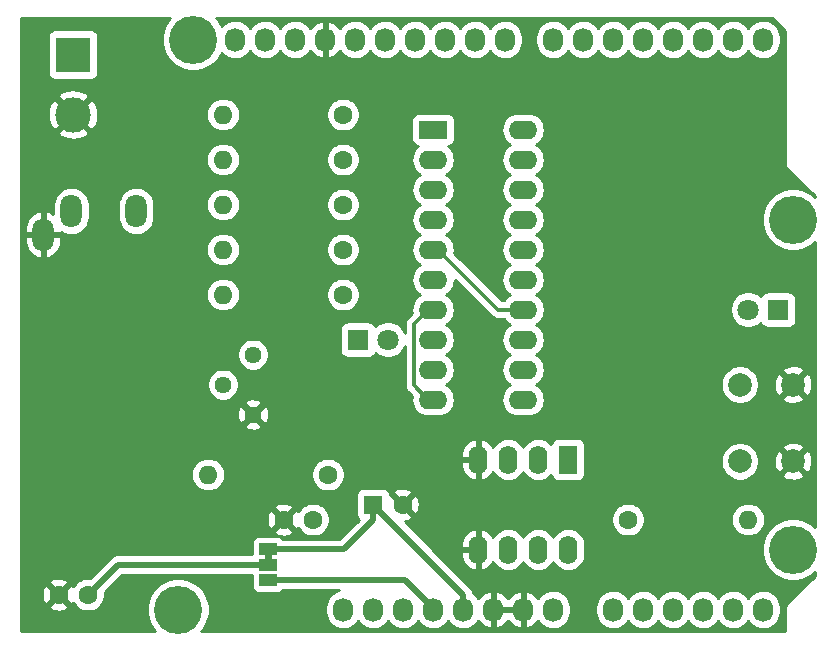
<source format=gbr>
G04 #@! TF.GenerationSoftware,KiCad,Pcbnew,(5.1.4)-1*
G04 #@! TF.CreationDate,2021-01-09T18:35:35-06:00*
G04 #@! TF.ProjectId,eom-uno-pressure-shield,656f6d2d-756e-46f2-9d70-726573737572,rev?*
G04 #@! TF.SameCoordinates,Original*
G04 #@! TF.FileFunction,Copper,L2,Bot*
G04 #@! TF.FilePolarity,Positive*
%FSLAX46Y46*%
G04 Gerber Fmt 4.6, Leading zero omitted, Abs format (unit mm)*
G04 Created by KiCad (PCBNEW (5.1.4)-1) date 2021-01-09 18:35:35*
%MOMM*%
%LPD*%
G04 APERTURE LIST*
%ADD10C,0.100000*%
%ADD11C,1.800000*%
%ADD12R,1.800000X1.800000*%
%ADD13C,1.600000*%
%ADD14R,1.600000X1.600000*%
%ADD15O,1.600000X2.400000*%
%ADD16R,1.600000X2.400000*%
%ADD17C,1.440000*%
%ADD18C,2.000000*%
%ADD19O,1.600000X1.600000*%
%ADD20R,1.500000X1.000000*%
%ADD21C,3.000000*%
%ADD22R,3.000000X3.000000*%
%ADD23O,1.800000X2.800000*%
%ADD24O,2.400000X1.600000*%
%ADD25R,2.400000X1.600000*%
%ADD26O,1.727200X2.032000*%
%ADD27C,4.064000*%
%ADD28C,0.600000*%
%ADD29C,0.500000*%
%ADD30C,0.300000*%
%ADD31C,0.254000*%
G04 APERTURE END LIST*
D10*
G36*
X132288000Y-119115000D02*
G01*
X132288000Y-119615000D01*
X132888000Y-119615000D01*
X132888000Y-119115000D01*
X132288000Y-119115000D01*
G37*
D11*
X142748000Y-100965000D03*
D12*
X140208000Y-100965000D03*
D13*
X143978000Y-114935000D03*
D14*
X141478000Y-114935000D03*
D15*
X157988000Y-118745000D03*
X150368000Y-111125000D03*
X155448000Y-118745000D03*
X152908000Y-111125000D03*
X152908000Y-118745000D03*
X155448000Y-111125000D03*
X150368000Y-118745000D03*
D16*
X157988000Y-111125000D03*
D17*
X131318000Y-102235000D03*
X128778000Y-104775000D03*
X131318000Y-107315000D03*
D18*
X177038000Y-111275000D03*
X172538000Y-111275000D03*
X177038000Y-104775000D03*
X172538000Y-104775000D03*
D19*
X128778000Y-97155000D03*
D13*
X138938000Y-97155000D03*
D19*
X128778000Y-93345000D03*
D13*
X138938000Y-93345000D03*
D19*
X128778000Y-89535000D03*
D13*
X138938000Y-89535000D03*
D19*
X128778000Y-85725000D03*
D13*
X138938000Y-85725000D03*
D19*
X128778000Y-81915000D03*
D13*
X138938000Y-81915000D03*
D19*
X173228000Y-116205000D03*
D13*
X163068000Y-116205000D03*
D19*
X127508000Y-112395000D03*
D13*
X137668000Y-112395000D03*
D20*
X132588000Y-120015000D03*
X132588000Y-121315000D03*
X132588000Y-118715000D03*
D21*
X116078000Y-81915000D03*
D22*
X116078000Y-76835000D03*
D23*
X121438000Y-90075000D03*
X115938000Y-90075000D03*
X113538000Y-92075000D03*
D11*
X173228000Y-98425000D03*
D12*
X175768000Y-98425000D03*
D13*
X133898000Y-116205000D03*
X136398000Y-116205000D03*
X114848000Y-122555000D03*
X117348000Y-122555000D03*
D24*
X154178000Y-83185000D03*
X154178000Y-85725000D03*
X154178000Y-88265000D03*
X154178000Y-90805000D03*
X146558000Y-103505000D03*
X146558000Y-106045000D03*
X154178000Y-106045000D03*
X154178000Y-103505000D03*
X146558000Y-100965000D03*
X146558000Y-98425000D03*
X146558000Y-95885000D03*
X146558000Y-93345000D03*
X154178000Y-93345000D03*
X154178000Y-95885000D03*
X154178000Y-98425000D03*
X154178000Y-100965000D03*
X146558000Y-90805000D03*
X146558000Y-88265000D03*
X146558000Y-85725000D03*
D25*
X146558000Y-83185000D03*
D26*
X138938000Y-123825000D03*
X141478000Y-123825000D03*
X144018000Y-123825000D03*
X146558000Y-123825000D03*
X149098000Y-123825000D03*
X151638000Y-123825000D03*
X154178000Y-123825000D03*
X156718000Y-123825000D03*
X161798000Y-123825000D03*
X164338000Y-123825000D03*
X166878000Y-123825000D03*
X169418000Y-123825000D03*
X171958000Y-123825000D03*
X174498000Y-123825000D03*
X129794000Y-75565000D03*
X132334000Y-75565000D03*
X134874000Y-75565000D03*
X137414000Y-75565000D03*
X139954000Y-75565000D03*
X142494000Y-75565000D03*
X145034000Y-75565000D03*
X147574000Y-75565000D03*
X150114000Y-75565000D03*
X152654000Y-75565000D03*
X156718000Y-75565000D03*
X159258000Y-75565000D03*
X161798000Y-75565000D03*
X164338000Y-75565000D03*
X166878000Y-75565000D03*
X169418000Y-75565000D03*
X171958000Y-75565000D03*
X174498000Y-75565000D03*
D27*
X124968000Y-123825000D03*
X177038000Y-118745000D03*
X126238000Y-75565000D03*
X177038000Y-90805000D03*
D28*
X119888000Y-116205000D03*
D29*
X149098000Y-122555000D02*
X141478000Y-114935000D01*
X149098000Y-123825000D02*
X149098000Y-122555000D01*
X133838000Y-118715000D02*
X132588000Y-118715000D01*
X138998000Y-118715000D02*
X133838000Y-118715000D01*
X141478000Y-116235000D02*
X138998000Y-118715000D01*
X141478000Y-114935000D02*
X141478000Y-116235000D01*
X146558000Y-123672600D02*
X146558000Y-123825000D01*
X144200400Y-121315000D02*
X146558000Y-123672600D01*
X132588000Y-121315000D02*
X144200400Y-121315000D01*
D30*
X146158000Y-106045000D02*
X146558000Y-106045000D01*
X144953990Y-104840990D02*
X146158000Y-106045000D01*
X144953990Y-99629010D02*
X144953990Y-104840990D01*
X146158000Y-98425000D02*
X144953990Y-99629010D01*
X146558000Y-98425000D02*
X146158000Y-98425000D01*
X146958000Y-93345000D02*
X152038000Y-98425000D01*
X146558000Y-93345000D02*
X146958000Y-93345000D01*
X152038000Y-98425000D02*
X154178000Y-98425000D01*
D29*
X119888000Y-120015000D02*
X117348000Y-122555000D01*
X132588000Y-120015000D02*
X119888000Y-120015000D01*
D31*
G36*
X124166406Y-73864887D02*
G01*
X123874536Y-74301702D01*
X123673492Y-74787065D01*
X123571000Y-75302323D01*
X123571000Y-75827677D01*
X123673492Y-76342935D01*
X123874536Y-76828298D01*
X124166406Y-77265113D01*
X124537887Y-77636594D01*
X124974702Y-77928464D01*
X125460065Y-78129508D01*
X125975323Y-78232000D01*
X126500677Y-78232000D01*
X127015935Y-78129508D01*
X127501298Y-77928464D01*
X127938113Y-77636594D01*
X128309594Y-77265113D01*
X128601464Y-76828298D01*
X128657001Y-76694219D01*
X128729203Y-76782197D01*
X128957395Y-76969469D01*
X129217737Y-77108625D01*
X129500224Y-77194316D01*
X129794000Y-77223251D01*
X130087777Y-77194316D01*
X130370264Y-77108625D01*
X130630606Y-76969469D01*
X130858797Y-76782197D01*
X131046069Y-76554006D01*
X131064000Y-76520459D01*
X131081931Y-76554006D01*
X131269203Y-76782197D01*
X131497395Y-76969469D01*
X131757737Y-77108625D01*
X132040224Y-77194316D01*
X132334000Y-77223251D01*
X132627777Y-77194316D01*
X132910264Y-77108625D01*
X133170606Y-76969469D01*
X133398797Y-76782197D01*
X133586069Y-76554006D01*
X133604000Y-76520459D01*
X133621931Y-76554006D01*
X133809203Y-76782197D01*
X134037395Y-76969469D01*
X134297737Y-77108625D01*
X134580224Y-77194316D01*
X134874000Y-77223251D01*
X135167777Y-77194316D01*
X135450264Y-77108625D01*
X135710606Y-76969469D01*
X135938797Y-76782197D01*
X136126069Y-76554006D01*
X136147424Y-76514053D01*
X136295514Y-76716729D01*
X136511965Y-76915733D01*
X136763081Y-77068686D01*
X137039211Y-77169709D01*
X137054974Y-77172358D01*
X137287000Y-77051217D01*
X137287000Y-75692000D01*
X137267000Y-75692000D01*
X137267000Y-75438000D01*
X137287000Y-75438000D01*
X137287000Y-74078783D01*
X137541000Y-74078783D01*
X137541000Y-75438000D01*
X137561000Y-75438000D01*
X137561000Y-75692000D01*
X137541000Y-75692000D01*
X137541000Y-77051217D01*
X137773026Y-77172358D01*
X137788789Y-77169709D01*
X138064919Y-77068686D01*
X138316035Y-76915733D01*
X138532486Y-76716729D01*
X138680576Y-76514053D01*
X138701931Y-76554006D01*
X138889203Y-76782197D01*
X139117395Y-76969469D01*
X139377737Y-77108625D01*
X139660224Y-77194316D01*
X139954000Y-77223251D01*
X140247777Y-77194316D01*
X140530264Y-77108625D01*
X140790606Y-76969469D01*
X141018797Y-76782197D01*
X141206069Y-76554006D01*
X141224000Y-76520459D01*
X141241931Y-76554006D01*
X141429203Y-76782197D01*
X141657395Y-76969469D01*
X141917737Y-77108625D01*
X142200224Y-77194316D01*
X142494000Y-77223251D01*
X142787777Y-77194316D01*
X143070264Y-77108625D01*
X143330606Y-76969469D01*
X143558797Y-76782197D01*
X143746069Y-76554006D01*
X143764000Y-76520459D01*
X143781931Y-76554006D01*
X143969203Y-76782197D01*
X144197395Y-76969469D01*
X144457737Y-77108625D01*
X144740224Y-77194316D01*
X145034000Y-77223251D01*
X145327777Y-77194316D01*
X145610264Y-77108625D01*
X145870606Y-76969469D01*
X146098797Y-76782197D01*
X146286069Y-76554006D01*
X146304000Y-76520459D01*
X146321931Y-76554006D01*
X146509203Y-76782197D01*
X146737395Y-76969469D01*
X146997737Y-77108625D01*
X147280224Y-77194316D01*
X147574000Y-77223251D01*
X147867777Y-77194316D01*
X148150264Y-77108625D01*
X148410606Y-76969469D01*
X148638797Y-76782197D01*
X148826069Y-76554006D01*
X148844000Y-76520459D01*
X148861931Y-76554006D01*
X149049203Y-76782197D01*
X149277395Y-76969469D01*
X149537737Y-77108625D01*
X149820224Y-77194316D01*
X150114000Y-77223251D01*
X150407777Y-77194316D01*
X150690264Y-77108625D01*
X150950606Y-76969469D01*
X151178797Y-76782197D01*
X151366069Y-76554006D01*
X151384000Y-76520459D01*
X151401931Y-76554006D01*
X151589203Y-76782197D01*
X151817395Y-76969469D01*
X152077737Y-77108625D01*
X152360224Y-77194316D01*
X152654000Y-77223251D01*
X152947777Y-77194316D01*
X153230264Y-77108625D01*
X153490606Y-76969469D01*
X153718797Y-76782197D01*
X153906069Y-76554006D01*
X154045225Y-76293663D01*
X154130916Y-76011176D01*
X154152600Y-75791018D01*
X154152600Y-75338982D01*
X155219400Y-75338982D01*
X155219400Y-75791019D01*
X155241084Y-76011177D01*
X155326775Y-76293664D01*
X155465931Y-76554006D01*
X155653203Y-76782197D01*
X155881395Y-76969469D01*
X156141737Y-77108625D01*
X156424224Y-77194316D01*
X156718000Y-77223251D01*
X157011777Y-77194316D01*
X157294264Y-77108625D01*
X157554606Y-76969469D01*
X157782797Y-76782197D01*
X157970069Y-76554006D01*
X157988000Y-76520459D01*
X158005931Y-76554006D01*
X158193203Y-76782197D01*
X158421395Y-76969469D01*
X158681737Y-77108625D01*
X158964224Y-77194316D01*
X159258000Y-77223251D01*
X159551777Y-77194316D01*
X159834264Y-77108625D01*
X160094606Y-76969469D01*
X160322797Y-76782197D01*
X160510069Y-76554006D01*
X160528000Y-76520459D01*
X160545931Y-76554006D01*
X160733203Y-76782197D01*
X160961395Y-76969469D01*
X161221737Y-77108625D01*
X161504224Y-77194316D01*
X161798000Y-77223251D01*
X162091777Y-77194316D01*
X162374264Y-77108625D01*
X162634606Y-76969469D01*
X162862797Y-76782197D01*
X163050069Y-76554006D01*
X163068000Y-76520459D01*
X163085931Y-76554006D01*
X163273203Y-76782197D01*
X163501395Y-76969469D01*
X163761737Y-77108625D01*
X164044224Y-77194316D01*
X164338000Y-77223251D01*
X164631777Y-77194316D01*
X164914264Y-77108625D01*
X165174606Y-76969469D01*
X165402797Y-76782197D01*
X165590069Y-76554006D01*
X165608000Y-76520459D01*
X165625931Y-76554006D01*
X165813203Y-76782197D01*
X166041395Y-76969469D01*
X166301737Y-77108625D01*
X166584224Y-77194316D01*
X166878000Y-77223251D01*
X167171777Y-77194316D01*
X167454264Y-77108625D01*
X167714606Y-76969469D01*
X167942797Y-76782197D01*
X168130069Y-76554006D01*
X168148000Y-76520459D01*
X168165931Y-76554006D01*
X168353203Y-76782197D01*
X168581395Y-76969469D01*
X168841737Y-77108625D01*
X169124224Y-77194316D01*
X169418000Y-77223251D01*
X169711777Y-77194316D01*
X169994264Y-77108625D01*
X170254606Y-76969469D01*
X170482797Y-76782197D01*
X170670069Y-76554006D01*
X170688000Y-76520459D01*
X170705931Y-76554006D01*
X170893203Y-76782197D01*
X171121395Y-76969469D01*
X171381737Y-77108625D01*
X171664224Y-77194316D01*
X171958000Y-77223251D01*
X172251777Y-77194316D01*
X172534264Y-77108625D01*
X172794606Y-76969469D01*
X173022797Y-76782197D01*
X173210069Y-76554006D01*
X173228000Y-76520459D01*
X173245931Y-76554006D01*
X173433203Y-76782197D01*
X173661395Y-76969469D01*
X173921737Y-77108625D01*
X174204224Y-77194316D01*
X174498000Y-77223251D01*
X174791777Y-77194316D01*
X175074264Y-77108625D01*
X175334606Y-76969469D01*
X175562797Y-76782197D01*
X175750069Y-76554006D01*
X175889225Y-76293663D01*
X175974916Y-76011176D01*
X175996600Y-75791018D01*
X175996600Y-75338981D01*
X175974916Y-75118823D01*
X175889225Y-74836336D01*
X175750069Y-74575994D01*
X175562797Y-74347803D01*
X175334605Y-74160531D01*
X175074263Y-74021375D01*
X174791776Y-73935684D01*
X174498000Y-73906749D01*
X174204223Y-73935684D01*
X173921736Y-74021375D01*
X173661394Y-74160531D01*
X173433203Y-74347803D01*
X173245931Y-74575995D01*
X173228000Y-74609541D01*
X173210069Y-74575994D01*
X173022797Y-74347803D01*
X172794605Y-74160531D01*
X172534263Y-74021375D01*
X172251776Y-73935684D01*
X171958000Y-73906749D01*
X171664223Y-73935684D01*
X171381736Y-74021375D01*
X171121394Y-74160531D01*
X170893203Y-74347803D01*
X170705931Y-74575995D01*
X170688000Y-74609541D01*
X170670069Y-74575994D01*
X170482797Y-74347803D01*
X170254605Y-74160531D01*
X169994263Y-74021375D01*
X169711776Y-73935684D01*
X169418000Y-73906749D01*
X169124223Y-73935684D01*
X168841736Y-74021375D01*
X168581394Y-74160531D01*
X168353203Y-74347803D01*
X168165931Y-74575995D01*
X168148000Y-74609541D01*
X168130069Y-74575994D01*
X167942797Y-74347803D01*
X167714605Y-74160531D01*
X167454263Y-74021375D01*
X167171776Y-73935684D01*
X166878000Y-73906749D01*
X166584223Y-73935684D01*
X166301736Y-74021375D01*
X166041394Y-74160531D01*
X165813203Y-74347803D01*
X165625931Y-74575995D01*
X165608000Y-74609541D01*
X165590069Y-74575994D01*
X165402797Y-74347803D01*
X165174605Y-74160531D01*
X164914263Y-74021375D01*
X164631776Y-73935684D01*
X164338000Y-73906749D01*
X164044223Y-73935684D01*
X163761736Y-74021375D01*
X163501394Y-74160531D01*
X163273203Y-74347803D01*
X163085931Y-74575995D01*
X163068000Y-74609541D01*
X163050069Y-74575994D01*
X162862797Y-74347803D01*
X162634605Y-74160531D01*
X162374263Y-74021375D01*
X162091776Y-73935684D01*
X161798000Y-73906749D01*
X161504223Y-73935684D01*
X161221736Y-74021375D01*
X160961394Y-74160531D01*
X160733203Y-74347803D01*
X160545931Y-74575995D01*
X160528000Y-74609541D01*
X160510069Y-74575994D01*
X160322797Y-74347803D01*
X160094605Y-74160531D01*
X159834263Y-74021375D01*
X159551776Y-73935684D01*
X159258000Y-73906749D01*
X158964223Y-73935684D01*
X158681736Y-74021375D01*
X158421394Y-74160531D01*
X158193203Y-74347803D01*
X158005931Y-74575995D01*
X157988000Y-74609541D01*
X157970069Y-74575994D01*
X157782797Y-74347803D01*
X157554605Y-74160531D01*
X157294263Y-74021375D01*
X157011776Y-73935684D01*
X156718000Y-73906749D01*
X156424223Y-73935684D01*
X156141736Y-74021375D01*
X155881394Y-74160531D01*
X155653203Y-74347803D01*
X155465931Y-74575995D01*
X155326775Y-74836337D01*
X155241084Y-75118824D01*
X155219400Y-75338982D01*
X154152600Y-75338982D01*
X154152600Y-75338981D01*
X154130916Y-75118823D01*
X154045225Y-74836336D01*
X153906069Y-74575994D01*
X153718797Y-74347803D01*
X153490605Y-74160531D01*
X153230263Y-74021375D01*
X152947776Y-73935684D01*
X152654000Y-73906749D01*
X152360223Y-73935684D01*
X152077736Y-74021375D01*
X151817394Y-74160531D01*
X151589203Y-74347803D01*
X151401931Y-74575995D01*
X151384000Y-74609541D01*
X151366069Y-74575994D01*
X151178797Y-74347803D01*
X150950605Y-74160531D01*
X150690263Y-74021375D01*
X150407776Y-73935684D01*
X150114000Y-73906749D01*
X149820223Y-73935684D01*
X149537736Y-74021375D01*
X149277394Y-74160531D01*
X149049203Y-74347803D01*
X148861931Y-74575995D01*
X148844000Y-74609541D01*
X148826069Y-74575994D01*
X148638797Y-74347803D01*
X148410605Y-74160531D01*
X148150263Y-74021375D01*
X147867776Y-73935684D01*
X147574000Y-73906749D01*
X147280223Y-73935684D01*
X146997736Y-74021375D01*
X146737394Y-74160531D01*
X146509203Y-74347803D01*
X146321931Y-74575995D01*
X146304000Y-74609541D01*
X146286069Y-74575994D01*
X146098797Y-74347803D01*
X145870605Y-74160531D01*
X145610263Y-74021375D01*
X145327776Y-73935684D01*
X145034000Y-73906749D01*
X144740223Y-73935684D01*
X144457736Y-74021375D01*
X144197394Y-74160531D01*
X143969203Y-74347803D01*
X143781931Y-74575995D01*
X143764000Y-74609541D01*
X143746069Y-74575994D01*
X143558797Y-74347803D01*
X143330605Y-74160531D01*
X143070263Y-74021375D01*
X142787776Y-73935684D01*
X142494000Y-73906749D01*
X142200223Y-73935684D01*
X141917736Y-74021375D01*
X141657394Y-74160531D01*
X141429203Y-74347803D01*
X141241931Y-74575995D01*
X141224000Y-74609541D01*
X141206069Y-74575994D01*
X141018797Y-74347803D01*
X140790605Y-74160531D01*
X140530263Y-74021375D01*
X140247776Y-73935684D01*
X139954000Y-73906749D01*
X139660223Y-73935684D01*
X139377736Y-74021375D01*
X139117394Y-74160531D01*
X138889203Y-74347803D01*
X138701931Y-74575995D01*
X138680576Y-74615947D01*
X138532486Y-74413271D01*
X138316035Y-74214267D01*
X138064919Y-74061314D01*
X137788789Y-73960291D01*
X137773026Y-73957642D01*
X137541000Y-74078783D01*
X137287000Y-74078783D01*
X137054974Y-73957642D01*
X137039211Y-73960291D01*
X136763081Y-74061314D01*
X136511965Y-74214267D01*
X136295514Y-74413271D01*
X136147424Y-74615947D01*
X136126069Y-74575994D01*
X135938797Y-74347803D01*
X135710605Y-74160531D01*
X135450263Y-74021375D01*
X135167776Y-73935684D01*
X134874000Y-73906749D01*
X134580223Y-73935684D01*
X134297736Y-74021375D01*
X134037394Y-74160531D01*
X133809203Y-74347803D01*
X133621931Y-74575995D01*
X133604000Y-74609541D01*
X133586069Y-74575994D01*
X133398797Y-74347803D01*
X133170605Y-74160531D01*
X132910263Y-74021375D01*
X132627776Y-73935684D01*
X132334000Y-73906749D01*
X132040223Y-73935684D01*
X131757736Y-74021375D01*
X131497394Y-74160531D01*
X131269203Y-74347803D01*
X131081931Y-74575995D01*
X131064000Y-74609541D01*
X131046069Y-74575994D01*
X130858797Y-74347803D01*
X130630605Y-74160531D01*
X130370263Y-74021375D01*
X130087776Y-73935684D01*
X129794000Y-73906749D01*
X129500223Y-73935684D01*
X129217736Y-74021375D01*
X128957394Y-74160531D01*
X128729203Y-74347803D01*
X128657001Y-74435781D01*
X128601464Y-74301702D01*
X128309594Y-73864887D01*
X128179707Y-73735000D01*
X175219909Y-73735000D01*
X176328001Y-74843093D01*
X176328000Y-85944125D01*
X176324565Y-85979000D01*
X176328000Y-86013875D01*
X176328000Y-86013876D01*
X176338273Y-86118183D01*
X176378872Y-86252019D01*
X176444800Y-86375362D01*
X176533525Y-86483474D01*
X176560617Y-86505708D01*
X178868001Y-88813093D01*
X178868001Y-88863294D01*
X178738113Y-88733406D01*
X178301298Y-88441536D01*
X177815935Y-88240492D01*
X177300677Y-88138000D01*
X176775323Y-88138000D01*
X176260065Y-88240492D01*
X175774702Y-88441536D01*
X175337887Y-88733406D01*
X174966406Y-89104887D01*
X174674536Y-89541702D01*
X174473492Y-90027065D01*
X174371000Y-90542323D01*
X174371000Y-91067677D01*
X174473492Y-91582935D01*
X174674536Y-92068298D01*
X174966406Y-92505113D01*
X175337887Y-92876594D01*
X175774702Y-93168464D01*
X176260065Y-93369508D01*
X176775323Y-93472000D01*
X177300677Y-93472000D01*
X177815935Y-93369508D01*
X178301298Y-93168464D01*
X178738113Y-92876594D01*
X178868001Y-92746706D01*
X178868000Y-116803293D01*
X178738113Y-116673406D01*
X178301298Y-116381536D01*
X177815935Y-116180492D01*
X177300677Y-116078000D01*
X176775323Y-116078000D01*
X176260065Y-116180492D01*
X175774702Y-116381536D01*
X175337887Y-116673406D01*
X174966406Y-117044887D01*
X174674536Y-117481702D01*
X174473492Y-117967065D01*
X174371000Y-118482323D01*
X174371000Y-119007677D01*
X174473492Y-119522935D01*
X174674536Y-120008298D01*
X174966406Y-120445113D01*
X175337887Y-120816594D01*
X175774702Y-121108464D01*
X176260065Y-121309508D01*
X176775323Y-121412000D01*
X177300677Y-121412000D01*
X177815935Y-121309508D01*
X178301298Y-121108464D01*
X178738113Y-120816594D01*
X178868000Y-120686707D01*
X178868000Y-120990908D01*
X176560617Y-123298292D01*
X176533526Y-123320525D01*
X176511293Y-123347616D01*
X176444801Y-123428637D01*
X176378872Y-123551981D01*
X176338274Y-123685816D01*
X176324565Y-123825000D01*
X176328001Y-123859885D01*
X176328000Y-125655000D01*
X126909707Y-125655000D01*
X127039594Y-125525113D01*
X127331464Y-125088298D01*
X127532508Y-124602935D01*
X127635000Y-124087677D01*
X127635000Y-123562323D01*
X127532508Y-123047065D01*
X127331464Y-122561702D01*
X127039594Y-122124887D01*
X126668113Y-121753406D01*
X126231298Y-121461536D01*
X125745935Y-121260492D01*
X125230677Y-121158000D01*
X124705323Y-121158000D01*
X124190065Y-121260492D01*
X123704702Y-121461536D01*
X123267887Y-121753406D01*
X122896406Y-122124887D01*
X122604536Y-122561702D01*
X122403492Y-123047065D01*
X122301000Y-123562323D01*
X122301000Y-124087677D01*
X122403492Y-124602935D01*
X122604536Y-125088298D01*
X122896406Y-125525113D01*
X123026293Y-125655000D01*
X111708000Y-125655000D01*
X111708000Y-123547702D01*
X114034903Y-123547702D01*
X114106486Y-123791671D01*
X114361996Y-123912571D01*
X114636184Y-123981300D01*
X114918512Y-123995217D01*
X115198130Y-123953787D01*
X115464292Y-123858603D01*
X115589514Y-123791671D01*
X115661097Y-123547702D01*
X114848000Y-122734605D01*
X114034903Y-123547702D01*
X111708000Y-123547702D01*
X111708000Y-122625512D01*
X113407783Y-122625512D01*
X113449213Y-122905130D01*
X113544397Y-123171292D01*
X113611329Y-123296514D01*
X113855298Y-123368097D01*
X114668395Y-122555000D01*
X115027605Y-122555000D01*
X115840702Y-123368097D01*
X116084671Y-123296514D01*
X116098324Y-123267659D01*
X116233363Y-123469759D01*
X116433241Y-123669637D01*
X116668273Y-123826680D01*
X116929426Y-123934853D01*
X117206665Y-123990000D01*
X117489335Y-123990000D01*
X117766574Y-123934853D01*
X118027727Y-123826680D01*
X118262759Y-123669637D01*
X118462637Y-123469759D01*
X118619680Y-123234727D01*
X118727853Y-122973574D01*
X118783000Y-122696335D01*
X118783000Y-122413665D01*
X118776017Y-122378561D01*
X120254579Y-120900000D01*
X131199928Y-120900000D01*
X131199928Y-121815000D01*
X131212188Y-121939482D01*
X131248498Y-122059180D01*
X131307463Y-122169494D01*
X131386815Y-122266185D01*
X131483506Y-122345537D01*
X131593820Y-122404502D01*
X131713518Y-122440812D01*
X131838000Y-122453072D01*
X133338000Y-122453072D01*
X133462482Y-122440812D01*
X133582180Y-122404502D01*
X133692494Y-122345537D01*
X133789185Y-122266185D01*
X133843501Y-122200000D01*
X138629995Y-122200000D01*
X138361736Y-122281375D01*
X138101394Y-122420531D01*
X137873203Y-122607803D01*
X137685931Y-122835995D01*
X137546775Y-123096337D01*
X137461084Y-123378824D01*
X137439400Y-123598982D01*
X137439400Y-124051019D01*
X137461084Y-124271177D01*
X137546775Y-124553664D01*
X137685931Y-124814006D01*
X137873203Y-125042197D01*
X138101395Y-125229469D01*
X138361737Y-125368625D01*
X138644224Y-125454316D01*
X138938000Y-125483251D01*
X139231777Y-125454316D01*
X139514264Y-125368625D01*
X139774606Y-125229469D01*
X140002797Y-125042197D01*
X140190069Y-124814006D01*
X140208000Y-124780459D01*
X140225931Y-124814006D01*
X140413203Y-125042197D01*
X140641395Y-125229469D01*
X140901737Y-125368625D01*
X141184224Y-125454316D01*
X141478000Y-125483251D01*
X141771777Y-125454316D01*
X142054264Y-125368625D01*
X142314606Y-125229469D01*
X142542797Y-125042197D01*
X142730069Y-124814006D01*
X142748000Y-124780459D01*
X142765931Y-124814006D01*
X142953203Y-125042197D01*
X143181395Y-125229469D01*
X143441737Y-125368625D01*
X143724224Y-125454316D01*
X144018000Y-125483251D01*
X144311777Y-125454316D01*
X144594264Y-125368625D01*
X144854606Y-125229469D01*
X145082797Y-125042197D01*
X145270069Y-124814006D01*
X145288000Y-124780459D01*
X145305931Y-124814006D01*
X145493203Y-125042197D01*
X145721395Y-125229469D01*
X145981737Y-125368625D01*
X146264224Y-125454316D01*
X146558000Y-125483251D01*
X146851777Y-125454316D01*
X147134264Y-125368625D01*
X147394606Y-125229469D01*
X147622797Y-125042197D01*
X147810069Y-124814006D01*
X147828000Y-124780459D01*
X147845931Y-124814006D01*
X148033203Y-125042197D01*
X148261395Y-125229469D01*
X148521737Y-125368625D01*
X148804224Y-125454316D01*
X149098000Y-125483251D01*
X149391777Y-125454316D01*
X149674264Y-125368625D01*
X149934606Y-125229469D01*
X150162797Y-125042197D01*
X150350069Y-124814006D01*
X150371424Y-124774053D01*
X150519514Y-124976729D01*
X150735965Y-125175733D01*
X150987081Y-125328686D01*
X151263211Y-125429709D01*
X151278974Y-125432358D01*
X151511000Y-125311217D01*
X151511000Y-123952000D01*
X151765000Y-123952000D01*
X151765000Y-125311217D01*
X151997026Y-125432358D01*
X152012789Y-125429709D01*
X152288919Y-125328686D01*
X152540035Y-125175733D01*
X152756486Y-124976729D01*
X152908000Y-124769367D01*
X153059514Y-124976729D01*
X153275965Y-125175733D01*
X153527081Y-125328686D01*
X153803211Y-125429709D01*
X153818974Y-125432358D01*
X154051000Y-125311217D01*
X154051000Y-123952000D01*
X151765000Y-123952000D01*
X151511000Y-123952000D01*
X151491000Y-123952000D01*
X151491000Y-123698000D01*
X151511000Y-123698000D01*
X151511000Y-122338783D01*
X151765000Y-122338783D01*
X151765000Y-123698000D01*
X154051000Y-123698000D01*
X154051000Y-122338783D01*
X154305000Y-122338783D01*
X154305000Y-123698000D01*
X154325000Y-123698000D01*
X154325000Y-123952000D01*
X154305000Y-123952000D01*
X154305000Y-125311217D01*
X154537026Y-125432358D01*
X154552789Y-125429709D01*
X154828919Y-125328686D01*
X155080035Y-125175733D01*
X155296486Y-124976729D01*
X155444576Y-124774053D01*
X155465931Y-124814006D01*
X155653203Y-125042197D01*
X155881395Y-125229469D01*
X156141737Y-125368625D01*
X156424224Y-125454316D01*
X156718000Y-125483251D01*
X157011777Y-125454316D01*
X157294264Y-125368625D01*
X157554606Y-125229469D01*
X157782797Y-125042197D01*
X157970069Y-124814006D01*
X158109225Y-124553663D01*
X158194916Y-124271176D01*
X158216600Y-124051018D01*
X158216600Y-123598982D01*
X160299400Y-123598982D01*
X160299400Y-124051019D01*
X160321084Y-124271177D01*
X160406775Y-124553664D01*
X160545931Y-124814006D01*
X160733203Y-125042197D01*
X160961395Y-125229469D01*
X161221737Y-125368625D01*
X161504224Y-125454316D01*
X161798000Y-125483251D01*
X162091777Y-125454316D01*
X162374264Y-125368625D01*
X162634606Y-125229469D01*
X162862797Y-125042197D01*
X163050069Y-124814006D01*
X163068000Y-124780459D01*
X163085931Y-124814006D01*
X163273203Y-125042197D01*
X163501395Y-125229469D01*
X163761737Y-125368625D01*
X164044224Y-125454316D01*
X164338000Y-125483251D01*
X164631777Y-125454316D01*
X164914264Y-125368625D01*
X165174606Y-125229469D01*
X165402797Y-125042197D01*
X165590069Y-124814006D01*
X165608000Y-124780459D01*
X165625931Y-124814006D01*
X165813203Y-125042197D01*
X166041395Y-125229469D01*
X166301737Y-125368625D01*
X166584224Y-125454316D01*
X166878000Y-125483251D01*
X167171777Y-125454316D01*
X167454264Y-125368625D01*
X167714606Y-125229469D01*
X167942797Y-125042197D01*
X168130069Y-124814006D01*
X168148000Y-124780459D01*
X168165931Y-124814006D01*
X168353203Y-125042197D01*
X168581395Y-125229469D01*
X168841737Y-125368625D01*
X169124224Y-125454316D01*
X169418000Y-125483251D01*
X169711777Y-125454316D01*
X169994264Y-125368625D01*
X170254606Y-125229469D01*
X170482797Y-125042197D01*
X170670069Y-124814006D01*
X170688000Y-124780459D01*
X170705931Y-124814006D01*
X170893203Y-125042197D01*
X171121395Y-125229469D01*
X171381737Y-125368625D01*
X171664224Y-125454316D01*
X171958000Y-125483251D01*
X172251777Y-125454316D01*
X172534264Y-125368625D01*
X172794606Y-125229469D01*
X173022797Y-125042197D01*
X173210069Y-124814006D01*
X173228000Y-124780459D01*
X173245931Y-124814006D01*
X173433203Y-125042197D01*
X173661395Y-125229469D01*
X173921737Y-125368625D01*
X174204224Y-125454316D01*
X174498000Y-125483251D01*
X174791777Y-125454316D01*
X175074264Y-125368625D01*
X175334606Y-125229469D01*
X175562797Y-125042197D01*
X175750069Y-124814006D01*
X175889225Y-124553663D01*
X175974916Y-124271176D01*
X175996600Y-124051018D01*
X175996600Y-123598981D01*
X175974916Y-123378823D01*
X175889225Y-123096336D01*
X175750069Y-122835994D01*
X175562797Y-122607803D01*
X175334605Y-122420531D01*
X175074263Y-122281375D01*
X174791776Y-122195684D01*
X174498000Y-122166749D01*
X174204223Y-122195684D01*
X173921736Y-122281375D01*
X173661394Y-122420531D01*
X173433203Y-122607803D01*
X173245931Y-122835995D01*
X173228000Y-122869541D01*
X173210069Y-122835994D01*
X173022797Y-122607803D01*
X172794605Y-122420531D01*
X172534263Y-122281375D01*
X172251776Y-122195684D01*
X171958000Y-122166749D01*
X171664223Y-122195684D01*
X171381736Y-122281375D01*
X171121394Y-122420531D01*
X170893203Y-122607803D01*
X170705931Y-122835995D01*
X170688000Y-122869541D01*
X170670069Y-122835994D01*
X170482797Y-122607803D01*
X170254605Y-122420531D01*
X169994263Y-122281375D01*
X169711776Y-122195684D01*
X169418000Y-122166749D01*
X169124223Y-122195684D01*
X168841736Y-122281375D01*
X168581394Y-122420531D01*
X168353203Y-122607803D01*
X168165931Y-122835995D01*
X168148000Y-122869541D01*
X168130069Y-122835994D01*
X167942797Y-122607803D01*
X167714605Y-122420531D01*
X167454263Y-122281375D01*
X167171776Y-122195684D01*
X166878000Y-122166749D01*
X166584223Y-122195684D01*
X166301736Y-122281375D01*
X166041394Y-122420531D01*
X165813203Y-122607803D01*
X165625931Y-122835995D01*
X165608000Y-122869541D01*
X165590069Y-122835994D01*
X165402797Y-122607803D01*
X165174605Y-122420531D01*
X164914263Y-122281375D01*
X164631776Y-122195684D01*
X164338000Y-122166749D01*
X164044223Y-122195684D01*
X163761736Y-122281375D01*
X163501394Y-122420531D01*
X163273203Y-122607803D01*
X163085931Y-122835995D01*
X163068000Y-122869541D01*
X163050069Y-122835994D01*
X162862797Y-122607803D01*
X162634605Y-122420531D01*
X162374263Y-122281375D01*
X162091776Y-122195684D01*
X161798000Y-122166749D01*
X161504223Y-122195684D01*
X161221736Y-122281375D01*
X160961394Y-122420531D01*
X160733203Y-122607803D01*
X160545931Y-122835995D01*
X160406775Y-123096337D01*
X160321084Y-123378824D01*
X160299400Y-123598982D01*
X158216600Y-123598982D01*
X158216600Y-123598981D01*
X158194916Y-123378823D01*
X158109225Y-123096336D01*
X157970069Y-122835994D01*
X157782797Y-122607803D01*
X157554605Y-122420531D01*
X157294263Y-122281375D01*
X157011776Y-122195684D01*
X156718000Y-122166749D01*
X156424223Y-122195684D01*
X156141736Y-122281375D01*
X155881394Y-122420531D01*
X155653203Y-122607803D01*
X155465931Y-122835995D01*
X155444576Y-122875947D01*
X155296486Y-122673271D01*
X155080035Y-122474267D01*
X154828919Y-122321314D01*
X154552789Y-122220291D01*
X154537026Y-122217642D01*
X154305000Y-122338783D01*
X154051000Y-122338783D01*
X153818974Y-122217642D01*
X153803211Y-122220291D01*
X153527081Y-122321314D01*
X153275965Y-122474267D01*
X153059514Y-122673271D01*
X152908000Y-122880633D01*
X152756486Y-122673271D01*
X152540035Y-122474267D01*
X152288919Y-122321314D01*
X152012789Y-122220291D01*
X151997026Y-122217642D01*
X151765000Y-122338783D01*
X151511000Y-122338783D01*
X151278974Y-122217642D01*
X151263211Y-122220291D01*
X150987081Y-122321314D01*
X150735965Y-122474267D01*
X150519514Y-122673271D01*
X150371424Y-122875947D01*
X150350069Y-122835994D01*
X150162797Y-122607803D01*
X149977506Y-122455739D01*
X149970195Y-122381510D01*
X149919589Y-122214687D01*
X149837411Y-122060941D01*
X149786113Y-121998435D01*
X149754532Y-121959953D01*
X149754530Y-121959951D01*
X149726817Y-121926183D01*
X149693049Y-121898470D01*
X146666579Y-118872000D01*
X148933000Y-118872000D01*
X148933000Y-119272000D01*
X148985350Y-119549514D01*
X149090834Y-119811483D01*
X149245399Y-120047839D01*
X149443105Y-120249500D01*
X149676354Y-120408715D01*
X149936182Y-120519367D01*
X150018961Y-120536904D01*
X150241000Y-120414915D01*
X150241000Y-118872000D01*
X148933000Y-118872000D01*
X146666579Y-118872000D01*
X146012579Y-118218000D01*
X148933000Y-118218000D01*
X148933000Y-118618000D01*
X150241000Y-118618000D01*
X150241000Y-117075085D01*
X150495000Y-117075085D01*
X150495000Y-118618000D01*
X150515000Y-118618000D01*
X150515000Y-118872000D01*
X150495000Y-118872000D01*
X150495000Y-120414915D01*
X150717039Y-120536904D01*
X150799818Y-120519367D01*
X151059646Y-120408715D01*
X151292895Y-120249500D01*
X151490601Y-120047839D01*
X151640735Y-119818258D01*
X151709068Y-119946100D01*
X151888392Y-120164607D01*
X152106899Y-120343932D01*
X152356192Y-120477182D01*
X152626691Y-120559236D01*
X152908000Y-120586943D01*
X153189308Y-120559236D01*
X153459807Y-120477182D01*
X153709100Y-120343932D01*
X153927607Y-120164608D01*
X154106932Y-119946101D01*
X154178000Y-119813142D01*
X154249068Y-119946100D01*
X154428392Y-120164607D01*
X154646899Y-120343932D01*
X154896192Y-120477182D01*
X155166691Y-120559236D01*
X155448000Y-120586943D01*
X155729308Y-120559236D01*
X155999807Y-120477182D01*
X156249100Y-120343932D01*
X156467607Y-120164608D01*
X156646932Y-119946101D01*
X156718000Y-119813142D01*
X156789068Y-119946100D01*
X156968392Y-120164607D01*
X157186899Y-120343932D01*
X157436192Y-120477182D01*
X157706691Y-120559236D01*
X157988000Y-120586943D01*
X158269308Y-120559236D01*
X158539807Y-120477182D01*
X158789100Y-120343932D01*
X159007607Y-120164608D01*
X159186932Y-119946101D01*
X159320182Y-119696808D01*
X159402236Y-119426309D01*
X159423000Y-119215492D01*
X159423000Y-118274509D01*
X159402236Y-118063691D01*
X159320182Y-117793192D01*
X159186932Y-117543899D01*
X159007608Y-117325392D01*
X158789101Y-117146068D01*
X158539808Y-117012818D01*
X158269309Y-116930764D01*
X157988000Y-116903057D01*
X157706692Y-116930764D01*
X157436193Y-117012818D01*
X157186900Y-117146068D01*
X156968393Y-117325392D01*
X156789068Y-117543899D01*
X156718000Y-117676858D01*
X156646932Y-117543899D01*
X156467608Y-117325392D01*
X156249101Y-117146068D01*
X155999808Y-117012818D01*
X155729309Y-116930764D01*
X155448000Y-116903057D01*
X155166692Y-116930764D01*
X154896193Y-117012818D01*
X154646900Y-117146068D01*
X154428393Y-117325392D01*
X154249068Y-117543899D01*
X154178000Y-117676858D01*
X154106932Y-117543899D01*
X153927608Y-117325392D01*
X153709101Y-117146068D01*
X153459808Y-117012818D01*
X153189309Y-116930764D01*
X152908000Y-116903057D01*
X152626692Y-116930764D01*
X152356193Y-117012818D01*
X152106900Y-117146068D01*
X151888393Y-117325392D01*
X151709068Y-117543899D01*
X151640735Y-117671741D01*
X151490601Y-117442161D01*
X151292895Y-117240500D01*
X151059646Y-117081285D01*
X150799818Y-116970633D01*
X150717039Y-116953096D01*
X150495000Y-117075085D01*
X150241000Y-117075085D01*
X150018961Y-116953096D01*
X149936182Y-116970633D01*
X149676354Y-117081285D01*
X149443105Y-117240500D01*
X149245399Y-117442161D01*
X149090834Y-117678517D01*
X148985350Y-117940486D01*
X148933000Y-118218000D01*
X146012579Y-118218000D01*
X144154144Y-116359566D01*
X144328130Y-116333787D01*
X144594292Y-116238603D01*
X144719514Y-116171671D01*
X144751204Y-116063665D01*
X161633000Y-116063665D01*
X161633000Y-116346335D01*
X161688147Y-116623574D01*
X161796320Y-116884727D01*
X161953363Y-117119759D01*
X162153241Y-117319637D01*
X162388273Y-117476680D01*
X162649426Y-117584853D01*
X162926665Y-117640000D01*
X163209335Y-117640000D01*
X163486574Y-117584853D01*
X163747727Y-117476680D01*
X163982759Y-117319637D01*
X164182637Y-117119759D01*
X164339680Y-116884727D01*
X164447853Y-116623574D01*
X164503000Y-116346335D01*
X164503000Y-116205000D01*
X171786057Y-116205000D01*
X171813764Y-116486309D01*
X171895818Y-116756808D01*
X172029068Y-117006101D01*
X172208392Y-117224608D01*
X172426899Y-117403932D01*
X172676192Y-117537182D01*
X172946691Y-117619236D01*
X173157508Y-117640000D01*
X173298492Y-117640000D01*
X173509309Y-117619236D01*
X173779808Y-117537182D01*
X174029101Y-117403932D01*
X174247608Y-117224608D01*
X174426932Y-117006101D01*
X174560182Y-116756808D01*
X174642236Y-116486309D01*
X174669943Y-116205000D01*
X174642236Y-115923691D01*
X174560182Y-115653192D01*
X174426932Y-115403899D01*
X174247608Y-115185392D01*
X174029101Y-115006068D01*
X173779808Y-114872818D01*
X173509309Y-114790764D01*
X173298492Y-114770000D01*
X173157508Y-114770000D01*
X172946691Y-114790764D01*
X172676192Y-114872818D01*
X172426899Y-115006068D01*
X172208392Y-115185392D01*
X172029068Y-115403899D01*
X171895818Y-115653192D01*
X171813764Y-115923691D01*
X171786057Y-116205000D01*
X164503000Y-116205000D01*
X164503000Y-116063665D01*
X164447853Y-115786426D01*
X164339680Y-115525273D01*
X164182637Y-115290241D01*
X163982759Y-115090363D01*
X163747727Y-114933320D01*
X163486574Y-114825147D01*
X163209335Y-114770000D01*
X162926665Y-114770000D01*
X162649426Y-114825147D01*
X162388273Y-114933320D01*
X162153241Y-115090363D01*
X161953363Y-115290241D01*
X161796320Y-115525273D01*
X161688147Y-115786426D01*
X161633000Y-116063665D01*
X144751204Y-116063665D01*
X144791097Y-115927702D01*
X143978000Y-115114605D01*
X143963858Y-115128748D01*
X143784253Y-114949143D01*
X143798395Y-114935000D01*
X144157605Y-114935000D01*
X144970702Y-115748097D01*
X145214671Y-115676514D01*
X145335571Y-115421004D01*
X145404300Y-115146816D01*
X145418217Y-114864488D01*
X145376787Y-114584870D01*
X145281603Y-114318708D01*
X145214671Y-114193486D01*
X144970702Y-114121903D01*
X144157605Y-114935000D01*
X143798395Y-114935000D01*
X142985298Y-114121903D01*
X142916072Y-114142215D01*
X142916072Y-114135000D01*
X142903812Y-114010518D01*
X142883118Y-113942298D01*
X143164903Y-113942298D01*
X143978000Y-114755395D01*
X144791097Y-113942298D01*
X144719514Y-113698329D01*
X144464004Y-113577429D01*
X144189816Y-113508700D01*
X143907488Y-113494783D01*
X143627870Y-113536213D01*
X143361708Y-113631397D01*
X143236486Y-113698329D01*
X143164903Y-113942298D01*
X142883118Y-113942298D01*
X142867502Y-113890820D01*
X142808537Y-113780506D01*
X142729185Y-113683815D01*
X142632494Y-113604463D01*
X142522180Y-113545498D01*
X142402482Y-113509188D01*
X142278000Y-113496928D01*
X140678000Y-113496928D01*
X140553518Y-113509188D01*
X140433820Y-113545498D01*
X140323506Y-113604463D01*
X140226815Y-113683815D01*
X140147463Y-113780506D01*
X140088498Y-113890820D01*
X140052188Y-114010518D01*
X140039928Y-114135000D01*
X140039928Y-115735000D01*
X140052188Y-115859482D01*
X140088498Y-115979180D01*
X140147463Y-116089494D01*
X140226815Y-116186185D01*
X140253410Y-116208011D01*
X138631422Y-117830000D01*
X133843501Y-117830000D01*
X133789185Y-117763815D01*
X133692494Y-117684463D01*
X133582180Y-117625498D01*
X133462482Y-117589188D01*
X133338000Y-117576928D01*
X131838000Y-117576928D01*
X131713518Y-117589188D01*
X131593820Y-117625498D01*
X131483506Y-117684463D01*
X131386815Y-117763815D01*
X131307463Y-117860506D01*
X131248498Y-117970820D01*
X131212188Y-118090518D01*
X131199928Y-118215000D01*
X131199928Y-119130000D01*
X119931465Y-119130000D01*
X119887999Y-119125719D01*
X119844533Y-119130000D01*
X119844523Y-119130000D01*
X119714510Y-119142805D01*
X119547687Y-119193411D01*
X119393941Y-119275589D01*
X119393939Y-119275590D01*
X119393940Y-119275590D01*
X119292953Y-119358468D01*
X119292951Y-119358470D01*
X119259183Y-119386183D01*
X119231470Y-119419951D01*
X117524439Y-121126983D01*
X117489335Y-121120000D01*
X117206665Y-121120000D01*
X116929426Y-121175147D01*
X116668273Y-121283320D01*
X116433241Y-121440363D01*
X116233363Y-121640241D01*
X116099308Y-121840869D01*
X116084671Y-121813486D01*
X115840702Y-121741903D01*
X115027605Y-122555000D01*
X114668395Y-122555000D01*
X113855298Y-121741903D01*
X113611329Y-121813486D01*
X113490429Y-122068996D01*
X113421700Y-122343184D01*
X113407783Y-122625512D01*
X111708000Y-122625512D01*
X111708000Y-121562298D01*
X114034903Y-121562298D01*
X114848000Y-122375395D01*
X115661097Y-121562298D01*
X115589514Y-121318329D01*
X115334004Y-121197429D01*
X115059816Y-121128700D01*
X114777488Y-121114783D01*
X114497870Y-121156213D01*
X114231708Y-121251397D01*
X114106486Y-121318329D01*
X114034903Y-121562298D01*
X111708000Y-121562298D01*
X111708000Y-117197702D01*
X133084903Y-117197702D01*
X133156486Y-117441671D01*
X133411996Y-117562571D01*
X133686184Y-117631300D01*
X133968512Y-117645217D01*
X134248130Y-117603787D01*
X134514292Y-117508603D01*
X134639514Y-117441671D01*
X134711097Y-117197702D01*
X133898000Y-116384605D01*
X133084903Y-117197702D01*
X111708000Y-117197702D01*
X111708000Y-116275512D01*
X132457783Y-116275512D01*
X132499213Y-116555130D01*
X132594397Y-116821292D01*
X132661329Y-116946514D01*
X132905298Y-117018097D01*
X133718395Y-116205000D01*
X134077605Y-116205000D01*
X134890702Y-117018097D01*
X135134671Y-116946514D01*
X135148324Y-116917659D01*
X135283363Y-117119759D01*
X135483241Y-117319637D01*
X135718273Y-117476680D01*
X135979426Y-117584853D01*
X136256665Y-117640000D01*
X136539335Y-117640000D01*
X136816574Y-117584853D01*
X137077727Y-117476680D01*
X137312759Y-117319637D01*
X137512637Y-117119759D01*
X137669680Y-116884727D01*
X137777853Y-116623574D01*
X137833000Y-116346335D01*
X137833000Y-116063665D01*
X137777853Y-115786426D01*
X137669680Y-115525273D01*
X137512637Y-115290241D01*
X137312759Y-115090363D01*
X137077727Y-114933320D01*
X136816574Y-114825147D01*
X136539335Y-114770000D01*
X136256665Y-114770000D01*
X135979426Y-114825147D01*
X135718273Y-114933320D01*
X135483241Y-115090363D01*
X135283363Y-115290241D01*
X135149308Y-115490869D01*
X135134671Y-115463486D01*
X134890702Y-115391903D01*
X134077605Y-116205000D01*
X133718395Y-116205000D01*
X132905298Y-115391903D01*
X132661329Y-115463486D01*
X132540429Y-115718996D01*
X132471700Y-115993184D01*
X132457783Y-116275512D01*
X111708000Y-116275512D01*
X111708000Y-115212298D01*
X133084903Y-115212298D01*
X133898000Y-116025395D01*
X134711097Y-115212298D01*
X134639514Y-114968329D01*
X134384004Y-114847429D01*
X134109816Y-114778700D01*
X133827488Y-114764783D01*
X133547870Y-114806213D01*
X133281708Y-114901397D01*
X133156486Y-114968329D01*
X133084903Y-115212298D01*
X111708000Y-115212298D01*
X111708000Y-112395000D01*
X126066057Y-112395000D01*
X126093764Y-112676309D01*
X126175818Y-112946808D01*
X126309068Y-113196101D01*
X126488392Y-113414608D01*
X126706899Y-113593932D01*
X126956192Y-113727182D01*
X127226691Y-113809236D01*
X127437508Y-113830000D01*
X127578492Y-113830000D01*
X127789309Y-113809236D01*
X128059808Y-113727182D01*
X128309101Y-113593932D01*
X128527608Y-113414608D01*
X128706932Y-113196101D01*
X128840182Y-112946808D01*
X128922236Y-112676309D01*
X128949943Y-112395000D01*
X128936023Y-112253665D01*
X136233000Y-112253665D01*
X136233000Y-112536335D01*
X136288147Y-112813574D01*
X136396320Y-113074727D01*
X136553363Y-113309759D01*
X136753241Y-113509637D01*
X136988273Y-113666680D01*
X137249426Y-113774853D01*
X137526665Y-113830000D01*
X137809335Y-113830000D01*
X138086574Y-113774853D01*
X138347727Y-113666680D01*
X138582759Y-113509637D01*
X138782637Y-113309759D01*
X138939680Y-113074727D01*
X139047853Y-112813574D01*
X139103000Y-112536335D01*
X139103000Y-112253665D01*
X139047853Y-111976426D01*
X138939680Y-111715273D01*
X138782637Y-111480241D01*
X138582759Y-111280363D01*
X138540311Y-111252000D01*
X148933000Y-111252000D01*
X148933000Y-111652000D01*
X148985350Y-111929514D01*
X149090834Y-112191483D01*
X149245399Y-112427839D01*
X149443105Y-112629500D01*
X149676354Y-112788715D01*
X149936182Y-112899367D01*
X150018961Y-112916904D01*
X150241000Y-112794915D01*
X150241000Y-111252000D01*
X148933000Y-111252000D01*
X138540311Y-111252000D01*
X138347727Y-111123320D01*
X138086574Y-111015147D01*
X137809335Y-110960000D01*
X137526665Y-110960000D01*
X137249426Y-111015147D01*
X136988273Y-111123320D01*
X136753241Y-111280363D01*
X136553363Y-111480241D01*
X136396320Y-111715273D01*
X136288147Y-111976426D01*
X136233000Y-112253665D01*
X128936023Y-112253665D01*
X128922236Y-112113691D01*
X128840182Y-111843192D01*
X128706932Y-111593899D01*
X128527608Y-111375392D01*
X128309101Y-111196068D01*
X128059808Y-111062818D01*
X127789309Y-110980764D01*
X127578492Y-110960000D01*
X127437508Y-110960000D01*
X127226691Y-110980764D01*
X126956192Y-111062818D01*
X126706899Y-111196068D01*
X126488392Y-111375392D01*
X126309068Y-111593899D01*
X126175818Y-111843192D01*
X126093764Y-112113691D01*
X126066057Y-112395000D01*
X111708000Y-112395000D01*
X111708000Y-110598000D01*
X148933000Y-110598000D01*
X148933000Y-110998000D01*
X150241000Y-110998000D01*
X150241000Y-109455085D01*
X150495000Y-109455085D01*
X150495000Y-110998000D01*
X150515000Y-110998000D01*
X150515000Y-111252000D01*
X150495000Y-111252000D01*
X150495000Y-112794915D01*
X150717039Y-112916904D01*
X150799818Y-112899367D01*
X151059646Y-112788715D01*
X151292895Y-112629500D01*
X151490601Y-112427839D01*
X151640735Y-112198258D01*
X151709068Y-112326100D01*
X151888392Y-112544607D01*
X152106899Y-112723932D01*
X152356192Y-112857182D01*
X152626691Y-112939236D01*
X152908000Y-112966943D01*
X153189308Y-112939236D01*
X153459807Y-112857182D01*
X153709100Y-112723932D01*
X153927607Y-112544608D01*
X154106932Y-112326101D01*
X154178000Y-112193142D01*
X154249068Y-112326100D01*
X154428392Y-112544607D01*
X154646899Y-112723932D01*
X154896192Y-112857182D01*
X155166691Y-112939236D01*
X155448000Y-112966943D01*
X155729308Y-112939236D01*
X155999807Y-112857182D01*
X156249100Y-112723932D01*
X156467607Y-112544608D01*
X156560419Y-112431517D01*
X156562188Y-112449482D01*
X156598498Y-112569180D01*
X156657463Y-112679494D01*
X156736815Y-112776185D01*
X156833506Y-112855537D01*
X156943820Y-112914502D01*
X157063518Y-112950812D01*
X157188000Y-112963072D01*
X158788000Y-112963072D01*
X158912482Y-112950812D01*
X159032180Y-112914502D01*
X159142494Y-112855537D01*
X159239185Y-112776185D01*
X159318537Y-112679494D01*
X159377502Y-112569180D01*
X159413812Y-112449482D01*
X159426072Y-112325000D01*
X159426072Y-111113967D01*
X170903000Y-111113967D01*
X170903000Y-111436033D01*
X170965832Y-111751912D01*
X171089082Y-112049463D01*
X171268013Y-112317252D01*
X171495748Y-112544987D01*
X171763537Y-112723918D01*
X172061088Y-112847168D01*
X172376967Y-112910000D01*
X172699033Y-112910000D01*
X173014912Y-112847168D01*
X173312463Y-112723918D01*
X173580252Y-112544987D01*
X173714826Y-112410413D01*
X176082192Y-112410413D01*
X176177956Y-112674814D01*
X176467571Y-112815704D01*
X176779108Y-112897384D01*
X177100595Y-112916718D01*
X177419675Y-112872961D01*
X177724088Y-112767795D01*
X177898044Y-112674814D01*
X177993808Y-112410413D01*
X177038000Y-111454605D01*
X176082192Y-112410413D01*
X173714826Y-112410413D01*
X173807987Y-112317252D01*
X173986918Y-112049463D01*
X174110168Y-111751912D01*
X174173000Y-111436033D01*
X174173000Y-111337595D01*
X175396282Y-111337595D01*
X175440039Y-111656675D01*
X175545205Y-111961088D01*
X175638186Y-112135044D01*
X175902587Y-112230808D01*
X176858395Y-111275000D01*
X177217605Y-111275000D01*
X178173413Y-112230808D01*
X178437814Y-112135044D01*
X178578704Y-111845429D01*
X178660384Y-111533892D01*
X178679718Y-111212405D01*
X178635961Y-110893325D01*
X178530795Y-110588912D01*
X178437814Y-110414956D01*
X178173413Y-110319192D01*
X177217605Y-111275000D01*
X176858395Y-111275000D01*
X175902587Y-110319192D01*
X175638186Y-110414956D01*
X175497296Y-110704571D01*
X175415616Y-111016108D01*
X175396282Y-111337595D01*
X174173000Y-111337595D01*
X174173000Y-111113967D01*
X174110168Y-110798088D01*
X173986918Y-110500537D01*
X173807987Y-110232748D01*
X173714826Y-110139587D01*
X176082192Y-110139587D01*
X177038000Y-111095395D01*
X177993808Y-110139587D01*
X177898044Y-109875186D01*
X177608429Y-109734296D01*
X177296892Y-109652616D01*
X176975405Y-109633282D01*
X176656325Y-109677039D01*
X176351912Y-109782205D01*
X176177956Y-109875186D01*
X176082192Y-110139587D01*
X173714826Y-110139587D01*
X173580252Y-110005013D01*
X173312463Y-109826082D01*
X173014912Y-109702832D01*
X172699033Y-109640000D01*
X172376967Y-109640000D01*
X172061088Y-109702832D01*
X171763537Y-109826082D01*
X171495748Y-110005013D01*
X171268013Y-110232748D01*
X171089082Y-110500537D01*
X170965832Y-110798088D01*
X170903000Y-111113967D01*
X159426072Y-111113967D01*
X159426072Y-109925000D01*
X159413812Y-109800518D01*
X159377502Y-109680820D01*
X159318537Y-109570506D01*
X159239185Y-109473815D01*
X159142494Y-109394463D01*
X159032180Y-109335498D01*
X158912482Y-109299188D01*
X158788000Y-109286928D01*
X157188000Y-109286928D01*
X157063518Y-109299188D01*
X156943820Y-109335498D01*
X156833506Y-109394463D01*
X156736815Y-109473815D01*
X156657463Y-109570506D01*
X156598498Y-109680820D01*
X156562188Y-109800518D01*
X156560419Y-109818482D01*
X156467608Y-109705392D01*
X156249101Y-109526068D01*
X155999808Y-109392818D01*
X155729309Y-109310764D01*
X155448000Y-109283057D01*
X155166692Y-109310764D01*
X154896193Y-109392818D01*
X154646900Y-109526068D01*
X154428393Y-109705392D01*
X154249068Y-109923899D01*
X154178000Y-110056858D01*
X154106932Y-109923899D01*
X153927608Y-109705392D01*
X153709101Y-109526068D01*
X153459808Y-109392818D01*
X153189309Y-109310764D01*
X152908000Y-109283057D01*
X152626692Y-109310764D01*
X152356193Y-109392818D01*
X152106900Y-109526068D01*
X151888393Y-109705392D01*
X151709068Y-109923899D01*
X151640735Y-110051741D01*
X151490601Y-109822161D01*
X151292895Y-109620500D01*
X151059646Y-109461285D01*
X150799818Y-109350633D01*
X150717039Y-109333096D01*
X150495000Y-109455085D01*
X150241000Y-109455085D01*
X150018961Y-109333096D01*
X149936182Y-109350633D01*
X149676354Y-109461285D01*
X149443105Y-109620500D01*
X149245399Y-109822161D01*
X149090834Y-110058517D01*
X148985350Y-110320486D01*
X148933000Y-110598000D01*
X111708000Y-110598000D01*
X111708000Y-108250560D01*
X130562045Y-108250560D01*
X130623932Y-108486368D01*
X130865790Y-108599266D01*
X131125027Y-108662811D01*
X131391680Y-108674561D01*
X131655501Y-108634063D01*
X131906353Y-108542875D01*
X132012068Y-108486368D01*
X132073955Y-108250560D01*
X131318000Y-107494605D01*
X130562045Y-108250560D01*
X111708000Y-108250560D01*
X111708000Y-107388680D01*
X129958439Y-107388680D01*
X129998937Y-107652501D01*
X130090125Y-107903353D01*
X130146632Y-108009068D01*
X130382440Y-108070955D01*
X131138395Y-107315000D01*
X131497605Y-107315000D01*
X132253560Y-108070955D01*
X132489368Y-108009068D01*
X132602266Y-107767210D01*
X132665811Y-107507973D01*
X132677561Y-107241320D01*
X132637063Y-106977499D01*
X132545875Y-106726647D01*
X132489368Y-106620932D01*
X132253560Y-106559045D01*
X131497605Y-107315000D01*
X131138395Y-107315000D01*
X130382440Y-106559045D01*
X130146632Y-106620932D01*
X130033734Y-106862790D01*
X129970189Y-107122027D01*
X129958439Y-107388680D01*
X111708000Y-107388680D01*
X111708000Y-106379440D01*
X130562045Y-106379440D01*
X131318000Y-107135395D01*
X132073955Y-106379440D01*
X132012068Y-106143632D01*
X131770210Y-106030734D01*
X131510973Y-105967189D01*
X131244320Y-105955439D01*
X130980499Y-105995937D01*
X130729647Y-106087125D01*
X130623932Y-106143632D01*
X130562045Y-106379440D01*
X111708000Y-106379440D01*
X111708000Y-104641544D01*
X127423000Y-104641544D01*
X127423000Y-104908456D01*
X127475072Y-105170239D01*
X127577215Y-105416833D01*
X127725503Y-105638762D01*
X127914238Y-105827497D01*
X128136167Y-105975785D01*
X128382761Y-106077928D01*
X128644544Y-106130000D01*
X128911456Y-106130000D01*
X129173239Y-106077928D01*
X129419833Y-105975785D01*
X129641762Y-105827497D01*
X129830497Y-105638762D01*
X129978785Y-105416833D01*
X130080928Y-105170239D01*
X130133000Y-104908456D01*
X130133000Y-104641544D01*
X130080928Y-104379761D01*
X129978785Y-104133167D01*
X129830497Y-103911238D01*
X129641762Y-103722503D01*
X129419833Y-103574215D01*
X129173239Y-103472072D01*
X128911456Y-103420000D01*
X128644544Y-103420000D01*
X128382761Y-103472072D01*
X128136167Y-103574215D01*
X127914238Y-103722503D01*
X127725503Y-103911238D01*
X127577215Y-104133167D01*
X127475072Y-104379761D01*
X127423000Y-104641544D01*
X111708000Y-104641544D01*
X111708000Y-102101544D01*
X129963000Y-102101544D01*
X129963000Y-102368456D01*
X130015072Y-102630239D01*
X130117215Y-102876833D01*
X130265503Y-103098762D01*
X130454238Y-103287497D01*
X130676167Y-103435785D01*
X130922761Y-103537928D01*
X131184544Y-103590000D01*
X131451456Y-103590000D01*
X131713239Y-103537928D01*
X131959833Y-103435785D01*
X132181762Y-103287497D01*
X132370497Y-103098762D01*
X132518785Y-102876833D01*
X132620928Y-102630239D01*
X132673000Y-102368456D01*
X132673000Y-102101544D01*
X132620928Y-101839761D01*
X132518785Y-101593167D01*
X132370497Y-101371238D01*
X132181762Y-101182503D01*
X131959833Y-101034215D01*
X131713239Y-100932072D01*
X131451456Y-100880000D01*
X131184544Y-100880000D01*
X130922761Y-100932072D01*
X130676167Y-101034215D01*
X130454238Y-101182503D01*
X130265503Y-101371238D01*
X130117215Y-101593167D01*
X130015072Y-101839761D01*
X129963000Y-102101544D01*
X111708000Y-102101544D01*
X111708000Y-100065000D01*
X138669928Y-100065000D01*
X138669928Y-101865000D01*
X138682188Y-101989482D01*
X138718498Y-102109180D01*
X138777463Y-102219494D01*
X138856815Y-102316185D01*
X138953506Y-102395537D01*
X139063820Y-102454502D01*
X139183518Y-102490812D01*
X139308000Y-102503072D01*
X141108000Y-102503072D01*
X141232482Y-102490812D01*
X141352180Y-102454502D01*
X141462494Y-102395537D01*
X141559185Y-102316185D01*
X141638537Y-102219494D01*
X141697502Y-102109180D01*
X141703056Y-102090873D01*
X141769495Y-102157312D01*
X142020905Y-102325299D01*
X142300257Y-102441011D01*
X142596816Y-102500000D01*
X142899184Y-102500000D01*
X143195743Y-102441011D01*
X143475095Y-102325299D01*
X143726505Y-102157312D01*
X143940312Y-101943505D01*
X144108299Y-101692095D01*
X144168990Y-101545574D01*
X144168991Y-104802427D01*
X144165193Y-104840990D01*
X144180349Y-104994876D01*
X144225236Y-105142849D01*
X144259167Y-105206330D01*
X144298129Y-105279223D01*
X144338680Y-105328634D01*
X144371645Y-105368802D01*
X144371649Y-105368806D01*
X144396227Y-105398754D01*
X144426175Y-105423332D01*
X144749063Y-105746221D01*
X144743764Y-105763691D01*
X144716057Y-106045000D01*
X144743764Y-106326309D01*
X144825818Y-106596808D01*
X144959068Y-106846101D01*
X145138392Y-107064608D01*
X145356899Y-107243932D01*
X145606192Y-107377182D01*
X145876691Y-107459236D01*
X146087508Y-107480000D01*
X147028492Y-107480000D01*
X147239309Y-107459236D01*
X147509808Y-107377182D01*
X147759101Y-107243932D01*
X147977608Y-107064608D01*
X148156932Y-106846101D01*
X148290182Y-106596808D01*
X148372236Y-106326309D01*
X148399943Y-106045000D01*
X148372236Y-105763691D01*
X148290182Y-105493192D01*
X148156932Y-105243899D01*
X147977608Y-105025392D01*
X147759101Y-104846068D01*
X147626142Y-104775000D01*
X147759101Y-104703932D01*
X147977608Y-104524608D01*
X148156932Y-104306101D01*
X148290182Y-104056808D01*
X148372236Y-103786309D01*
X148399943Y-103505000D01*
X148372236Y-103223691D01*
X148290182Y-102953192D01*
X148156932Y-102703899D01*
X147977608Y-102485392D01*
X147759101Y-102306068D01*
X147626142Y-102235000D01*
X147759101Y-102163932D01*
X147977608Y-101984608D01*
X148156932Y-101766101D01*
X148290182Y-101516808D01*
X148372236Y-101246309D01*
X148399943Y-100965000D01*
X148372236Y-100683691D01*
X148290182Y-100413192D01*
X148156932Y-100163899D01*
X147977608Y-99945392D01*
X147759101Y-99766068D01*
X147626142Y-99695000D01*
X147759101Y-99623932D01*
X147977608Y-99444608D01*
X148156932Y-99226101D01*
X148290182Y-98976808D01*
X148372236Y-98706309D01*
X148399943Y-98425000D01*
X148372236Y-98143691D01*
X148290182Y-97873192D01*
X148156932Y-97623899D01*
X147977608Y-97405392D01*
X147759101Y-97226068D01*
X147626142Y-97155000D01*
X147759101Y-97083932D01*
X147977608Y-96904608D01*
X148156932Y-96686101D01*
X148290182Y-96436808D01*
X148372236Y-96166309D01*
X148398858Y-95896015D01*
X151455655Y-98952813D01*
X151480236Y-98982764D01*
X151510184Y-99007342D01*
X151510187Y-99007345D01*
X151539559Y-99031450D01*
X151599767Y-99080862D01*
X151733036Y-99152095D01*
X151736140Y-99153754D01*
X151884113Y-99198642D01*
X151959026Y-99206020D01*
X151999439Y-99210000D01*
X151999444Y-99210000D01*
X152038000Y-99213797D01*
X152076556Y-99210000D01*
X152570462Y-99210000D01*
X152579068Y-99226101D01*
X152758392Y-99444608D01*
X152976899Y-99623932D01*
X153109858Y-99695000D01*
X152976899Y-99766068D01*
X152758392Y-99945392D01*
X152579068Y-100163899D01*
X152445818Y-100413192D01*
X152363764Y-100683691D01*
X152336057Y-100965000D01*
X152363764Y-101246309D01*
X152445818Y-101516808D01*
X152579068Y-101766101D01*
X152758392Y-101984608D01*
X152976899Y-102163932D01*
X153109858Y-102235000D01*
X152976899Y-102306068D01*
X152758392Y-102485392D01*
X152579068Y-102703899D01*
X152445818Y-102953192D01*
X152363764Y-103223691D01*
X152336057Y-103505000D01*
X152363764Y-103786309D01*
X152445818Y-104056808D01*
X152579068Y-104306101D01*
X152758392Y-104524608D01*
X152976899Y-104703932D01*
X153109858Y-104775000D01*
X152976899Y-104846068D01*
X152758392Y-105025392D01*
X152579068Y-105243899D01*
X152445818Y-105493192D01*
X152363764Y-105763691D01*
X152336057Y-106045000D01*
X152363764Y-106326309D01*
X152445818Y-106596808D01*
X152579068Y-106846101D01*
X152758392Y-107064608D01*
X152976899Y-107243932D01*
X153226192Y-107377182D01*
X153496691Y-107459236D01*
X153707508Y-107480000D01*
X154648492Y-107480000D01*
X154859309Y-107459236D01*
X155129808Y-107377182D01*
X155379101Y-107243932D01*
X155597608Y-107064608D01*
X155776932Y-106846101D01*
X155910182Y-106596808D01*
X155992236Y-106326309D01*
X156019943Y-106045000D01*
X155992236Y-105763691D01*
X155910182Y-105493192D01*
X155776932Y-105243899D01*
X155597608Y-105025392D01*
X155379101Y-104846068D01*
X155246142Y-104775000D01*
X155379101Y-104703932D01*
X155488723Y-104613967D01*
X170903000Y-104613967D01*
X170903000Y-104936033D01*
X170965832Y-105251912D01*
X171089082Y-105549463D01*
X171268013Y-105817252D01*
X171495748Y-106044987D01*
X171763537Y-106223918D01*
X172061088Y-106347168D01*
X172376967Y-106410000D01*
X172699033Y-106410000D01*
X173014912Y-106347168D01*
X173312463Y-106223918D01*
X173580252Y-106044987D01*
X173714826Y-105910413D01*
X176082192Y-105910413D01*
X176177956Y-106174814D01*
X176467571Y-106315704D01*
X176779108Y-106397384D01*
X177100595Y-106416718D01*
X177419675Y-106372961D01*
X177724088Y-106267795D01*
X177898044Y-106174814D01*
X177993808Y-105910413D01*
X177038000Y-104954605D01*
X176082192Y-105910413D01*
X173714826Y-105910413D01*
X173807987Y-105817252D01*
X173986918Y-105549463D01*
X174110168Y-105251912D01*
X174173000Y-104936033D01*
X174173000Y-104837595D01*
X175396282Y-104837595D01*
X175440039Y-105156675D01*
X175545205Y-105461088D01*
X175638186Y-105635044D01*
X175902587Y-105730808D01*
X176858395Y-104775000D01*
X177217605Y-104775000D01*
X178173413Y-105730808D01*
X178437814Y-105635044D01*
X178578704Y-105345429D01*
X178660384Y-105033892D01*
X178679718Y-104712405D01*
X178635961Y-104393325D01*
X178530795Y-104088912D01*
X178437814Y-103914956D01*
X178173413Y-103819192D01*
X177217605Y-104775000D01*
X176858395Y-104775000D01*
X175902587Y-103819192D01*
X175638186Y-103914956D01*
X175497296Y-104204571D01*
X175415616Y-104516108D01*
X175396282Y-104837595D01*
X174173000Y-104837595D01*
X174173000Y-104613967D01*
X174110168Y-104298088D01*
X173986918Y-104000537D01*
X173807987Y-103732748D01*
X173714826Y-103639587D01*
X176082192Y-103639587D01*
X177038000Y-104595395D01*
X177993808Y-103639587D01*
X177898044Y-103375186D01*
X177608429Y-103234296D01*
X177296892Y-103152616D01*
X176975405Y-103133282D01*
X176656325Y-103177039D01*
X176351912Y-103282205D01*
X176177956Y-103375186D01*
X176082192Y-103639587D01*
X173714826Y-103639587D01*
X173580252Y-103505013D01*
X173312463Y-103326082D01*
X173014912Y-103202832D01*
X172699033Y-103140000D01*
X172376967Y-103140000D01*
X172061088Y-103202832D01*
X171763537Y-103326082D01*
X171495748Y-103505013D01*
X171268013Y-103732748D01*
X171089082Y-104000537D01*
X170965832Y-104298088D01*
X170903000Y-104613967D01*
X155488723Y-104613967D01*
X155597608Y-104524608D01*
X155776932Y-104306101D01*
X155910182Y-104056808D01*
X155992236Y-103786309D01*
X156019943Y-103505000D01*
X155992236Y-103223691D01*
X155910182Y-102953192D01*
X155776932Y-102703899D01*
X155597608Y-102485392D01*
X155379101Y-102306068D01*
X155246142Y-102235000D01*
X155379101Y-102163932D01*
X155597608Y-101984608D01*
X155776932Y-101766101D01*
X155910182Y-101516808D01*
X155992236Y-101246309D01*
X156019943Y-100965000D01*
X155992236Y-100683691D01*
X155910182Y-100413192D01*
X155776932Y-100163899D01*
X155597608Y-99945392D01*
X155379101Y-99766068D01*
X155246142Y-99695000D01*
X155379101Y-99623932D01*
X155597608Y-99444608D01*
X155776932Y-99226101D01*
X155910182Y-98976808D01*
X155992236Y-98706309D01*
X156019943Y-98425000D01*
X156005053Y-98273816D01*
X171693000Y-98273816D01*
X171693000Y-98576184D01*
X171751989Y-98872743D01*
X171867701Y-99152095D01*
X172035688Y-99403505D01*
X172249495Y-99617312D01*
X172500905Y-99785299D01*
X172780257Y-99901011D01*
X173076816Y-99960000D01*
X173379184Y-99960000D01*
X173675743Y-99901011D01*
X173955095Y-99785299D01*
X174206505Y-99617312D01*
X174272944Y-99550873D01*
X174278498Y-99569180D01*
X174337463Y-99679494D01*
X174416815Y-99776185D01*
X174513506Y-99855537D01*
X174623820Y-99914502D01*
X174743518Y-99950812D01*
X174868000Y-99963072D01*
X176668000Y-99963072D01*
X176792482Y-99950812D01*
X176912180Y-99914502D01*
X177022494Y-99855537D01*
X177119185Y-99776185D01*
X177198537Y-99679494D01*
X177257502Y-99569180D01*
X177293812Y-99449482D01*
X177306072Y-99325000D01*
X177306072Y-97525000D01*
X177293812Y-97400518D01*
X177257502Y-97280820D01*
X177198537Y-97170506D01*
X177119185Y-97073815D01*
X177022494Y-96994463D01*
X176912180Y-96935498D01*
X176792482Y-96899188D01*
X176668000Y-96886928D01*
X174868000Y-96886928D01*
X174743518Y-96899188D01*
X174623820Y-96935498D01*
X174513506Y-96994463D01*
X174416815Y-97073815D01*
X174337463Y-97170506D01*
X174278498Y-97280820D01*
X174272944Y-97299127D01*
X174206505Y-97232688D01*
X173955095Y-97064701D01*
X173675743Y-96948989D01*
X173379184Y-96890000D01*
X173076816Y-96890000D01*
X172780257Y-96948989D01*
X172500905Y-97064701D01*
X172249495Y-97232688D01*
X172035688Y-97446495D01*
X171867701Y-97697905D01*
X171751989Y-97977257D01*
X171693000Y-98273816D01*
X156005053Y-98273816D01*
X155992236Y-98143691D01*
X155910182Y-97873192D01*
X155776932Y-97623899D01*
X155597608Y-97405392D01*
X155379101Y-97226068D01*
X155246142Y-97155000D01*
X155379101Y-97083932D01*
X155597608Y-96904608D01*
X155776932Y-96686101D01*
X155910182Y-96436808D01*
X155992236Y-96166309D01*
X156019943Y-95885000D01*
X155992236Y-95603691D01*
X155910182Y-95333192D01*
X155776932Y-95083899D01*
X155597608Y-94865392D01*
X155379101Y-94686068D01*
X155246142Y-94615000D01*
X155379101Y-94543932D01*
X155597608Y-94364608D01*
X155776932Y-94146101D01*
X155910182Y-93896808D01*
X155992236Y-93626309D01*
X156019943Y-93345000D01*
X155992236Y-93063691D01*
X155910182Y-92793192D01*
X155776932Y-92543899D01*
X155597608Y-92325392D01*
X155379101Y-92146068D01*
X155246142Y-92075000D01*
X155379101Y-92003932D01*
X155597608Y-91824608D01*
X155776932Y-91606101D01*
X155910182Y-91356808D01*
X155992236Y-91086309D01*
X156019943Y-90805000D01*
X155992236Y-90523691D01*
X155910182Y-90253192D01*
X155776932Y-90003899D01*
X155597608Y-89785392D01*
X155379101Y-89606068D01*
X155246142Y-89535000D01*
X155379101Y-89463932D01*
X155597608Y-89284608D01*
X155776932Y-89066101D01*
X155910182Y-88816808D01*
X155992236Y-88546309D01*
X156019943Y-88265000D01*
X155992236Y-87983691D01*
X155910182Y-87713192D01*
X155776932Y-87463899D01*
X155597608Y-87245392D01*
X155379101Y-87066068D01*
X155246142Y-86995000D01*
X155379101Y-86923932D01*
X155597608Y-86744608D01*
X155776932Y-86526101D01*
X155910182Y-86276808D01*
X155992236Y-86006309D01*
X156019943Y-85725000D01*
X155992236Y-85443691D01*
X155910182Y-85173192D01*
X155776932Y-84923899D01*
X155597608Y-84705392D01*
X155379101Y-84526068D01*
X155246142Y-84455000D01*
X155379101Y-84383932D01*
X155597608Y-84204608D01*
X155776932Y-83986101D01*
X155910182Y-83736808D01*
X155992236Y-83466309D01*
X156019943Y-83185000D01*
X155992236Y-82903691D01*
X155910182Y-82633192D01*
X155776932Y-82383899D01*
X155597608Y-82165392D01*
X155379101Y-81986068D01*
X155129808Y-81852818D01*
X154859309Y-81770764D01*
X154648492Y-81750000D01*
X153707508Y-81750000D01*
X153496691Y-81770764D01*
X153226192Y-81852818D01*
X152976899Y-81986068D01*
X152758392Y-82165392D01*
X152579068Y-82383899D01*
X152445818Y-82633192D01*
X152363764Y-82903691D01*
X152336057Y-83185000D01*
X152363764Y-83466309D01*
X152445818Y-83736808D01*
X152579068Y-83986101D01*
X152758392Y-84204608D01*
X152976899Y-84383932D01*
X153109858Y-84455000D01*
X152976899Y-84526068D01*
X152758392Y-84705392D01*
X152579068Y-84923899D01*
X152445818Y-85173192D01*
X152363764Y-85443691D01*
X152336057Y-85725000D01*
X152363764Y-86006309D01*
X152445818Y-86276808D01*
X152579068Y-86526101D01*
X152758392Y-86744608D01*
X152976899Y-86923932D01*
X153109858Y-86995000D01*
X152976899Y-87066068D01*
X152758392Y-87245392D01*
X152579068Y-87463899D01*
X152445818Y-87713192D01*
X152363764Y-87983691D01*
X152336057Y-88265000D01*
X152363764Y-88546309D01*
X152445818Y-88816808D01*
X152579068Y-89066101D01*
X152758392Y-89284608D01*
X152976899Y-89463932D01*
X153109858Y-89535000D01*
X152976899Y-89606068D01*
X152758392Y-89785392D01*
X152579068Y-90003899D01*
X152445818Y-90253192D01*
X152363764Y-90523691D01*
X152336057Y-90805000D01*
X152363764Y-91086309D01*
X152445818Y-91356808D01*
X152579068Y-91606101D01*
X152758392Y-91824608D01*
X152976899Y-92003932D01*
X153109858Y-92075000D01*
X152976899Y-92146068D01*
X152758392Y-92325392D01*
X152579068Y-92543899D01*
X152445818Y-92793192D01*
X152363764Y-93063691D01*
X152336057Y-93345000D01*
X152363764Y-93626309D01*
X152445818Y-93896808D01*
X152579068Y-94146101D01*
X152758392Y-94364608D01*
X152976899Y-94543932D01*
X153109858Y-94615000D01*
X152976899Y-94686068D01*
X152758392Y-94865392D01*
X152579068Y-95083899D01*
X152445818Y-95333192D01*
X152363764Y-95603691D01*
X152336057Y-95885000D01*
X152363764Y-96166309D01*
X152445818Y-96436808D01*
X152579068Y-96686101D01*
X152758392Y-96904608D01*
X152976899Y-97083932D01*
X153109858Y-97155000D01*
X152976899Y-97226068D01*
X152758392Y-97405392D01*
X152579068Y-97623899D01*
X152570462Y-97640000D01*
X152363158Y-97640000D01*
X148366936Y-93643779D01*
X148372236Y-93626309D01*
X148399943Y-93345000D01*
X148372236Y-93063691D01*
X148290182Y-92793192D01*
X148156932Y-92543899D01*
X147977608Y-92325392D01*
X147759101Y-92146068D01*
X147626142Y-92075000D01*
X147759101Y-92003932D01*
X147977608Y-91824608D01*
X148156932Y-91606101D01*
X148290182Y-91356808D01*
X148372236Y-91086309D01*
X148399943Y-90805000D01*
X148372236Y-90523691D01*
X148290182Y-90253192D01*
X148156932Y-90003899D01*
X147977608Y-89785392D01*
X147759101Y-89606068D01*
X147626142Y-89535000D01*
X147759101Y-89463932D01*
X147977608Y-89284608D01*
X148156932Y-89066101D01*
X148290182Y-88816808D01*
X148372236Y-88546309D01*
X148399943Y-88265000D01*
X148372236Y-87983691D01*
X148290182Y-87713192D01*
X148156932Y-87463899D01*
X147977608Y-87245392D01*
X147759101Y-87066068D01*
X147626142Y-86995000D01*
X147759101Y-86923932D01*
X147977608Y-86744608D01*
X148156932Y-86526101D01*
X148290182Y-86276808D01*
X148372236Y-86006309D01*
X148399943Y-85725000D01*
X148372236Y-85443691D01*
X148290182Y-85173192D01*
X148156932Y-84923899D01*
X147977608Y-84705392D01*
X147864518Y-84612581D01*
X147882482Y-84610812D01*
X148002180Y-84574502D01*
X148112494Y-84515537D01*
X148209185Y-84436185D01*
X148288537Y-84339494D01*
X148347502Y-84229180D01*
X148383812Y-84109482D01*
X148396072Y-83985000D01*
X148396072Y-82385000D01*
X148383812Y-82260518D01*
X148347502Y-82140820D01*
X148288537Y-82030506D01*
X148209185Y-81933815D01*
X148112494Y-81854463D01*
X148002180Y-81795498D01*
X147882482Y-81759188D01*
X147758000Y-81746928D01*
X145358000Y-81746928D01*
X145233518Y-81759188D01*
X145113820Y-81795498D01*
X145003506Y-81854463D01*
X144906815Y-81933815D01*
X144827463Y-82030506D01*
X144768498Y-82140820D01*
X144732188Y-82260518D01*
X144719928Y-82385000D01*
X144719928Y-83985000D01*
X144732188Y-84109482D01*
X144768498Y-84229180D01*
X144827463Y-84339494D01*
X144906815Y-84436185D01*
X145003506Y-84515537D01*
X145113820Y-84574502D01*
X145233518Y-84610812D01*
X145251482Y-84612581D01*
X145138392Y-84705392D01*
X144959068Y-84923899D01*
X144825818Y-85173192D01*
X144743764Y-85443691D01*
X144716057Y-85725000D01*
X144743764Y-86006309D01*
X144825818Y-86276808D01*
X144959068Y-86526101D01*
X145138392Y-86744608D01*
X145356899Y-86923932D01*
X145489858Y-86995000D01*
X145356899Y-87066068D01*
X145138392Y-87245392D01*
X144959068Y-87463899D01*
X144825818Y-87713192D01*
X144743764Y-87983691D01*
X144716057Y-88265000D01*
X144743764Y-88546309D01*
X144825818Y-88816808D01*
X144959068Y-89066101D01*
X145138392Y-89284608D01*
X145356899Y-89463932D01*
X145489858Y-89535000D01*
X145356899Y-89606068D01*
X145138392Y-89785392D01*
X144959068Y-90003899D01*
X144825818Y-90253192D01*
X144743764Y-90523691D01*
X144716057Y-90805000D01*
X144743764Y-91086309D01*
X144825818Y-91356808D01*
X144959068Y-91606101D01*
X145138392Y-91824608D01*
X145356899Y-92003932D01*
X145489858Y-92075000D01*
X145356899Y-92146068D01*
X145138392Y-92325392D01*
X144959068Y-92543899D01*
X144825818Y-92793192D01*
X144743764Y-93063691D01*
X144716057Y-93345000D01*
X144743764Y-93626309D01*
X144825818Y-93896808D01*
X144959068Y-94146101D01*
X145138392Y-94364608D01*
X145356899Y-94543932D01*
X145489858Y-94615000D01*
X145356899Y-94686068D01*
X145138392Y-94865392D01*
X144959068Y-95083899D01*
X144825818Y-95333192D01*
X144743764Y-95603691D01*
X144716057Y-95885000D01*
X144743764Y-96166309D01*
X144825818Y-96436808D01*
X144959068Y-96686101D01*
X145138392Y-96904608D01*
X145356899Y-97083932D01*
X145489858Y-97155000D01*
X145356899Y-97226068D01*
X145138392Y-97405392D01*
X144959068Y-97623899D01*
X144825818Y-97873192D01*
X144743764Y-98143691D01*
X144716057Y-98425000D01*
X144743764Y-98706309D01*
X144749063Y-98723779D01*
X144426180Y-99046663D01*
X144396226Y-99071246D01*
X144298128Y-99190778D01*
X144225236Y-99327151D01*
X144180349Y-99475124D01*
X144168990Y-99590450D01*
X144168990Y-99590457D01*
X144165193Y-99629010D01*
X144168990Y-99667563D01*
X144168990Y-100384426D01*
X144108299Y-100237905D01*
X143940312Y-99986495D01*
X143726505Y-99772688D01*
X143475095Y-99604701D01*
X143195743Y-99488989D01*
X142899184Y-99430000D01*
X142596816Y-99430000D01*
X142300257Y-99488989D01*
X142020905Y-99604701D01*
X141769495Y-99772688D01*
X141703056Y-99839127D01*
X141697502Y-99820820D01*
X141638537Y-99710506D01*
X141559185Y-99613815D01*
X141462494Y-99534463D01*
X141352180Y-99475498D01*
X141232482Y-99439188D01*
X141108000Y-99426928D01*
X139308000Y-99426928D01*
X139183518Y-99439188D01*
X139063820Y-99475498D01*
X138953506Y-99534463D01*
X138856815Y-99613815D01*
X138777463Y-99710506D01*
X138718498Y-99820820D01*
X138682188Y-99940518D01*
X138669928Y-100065000D01*
X111708000Y-100065000D01*
X111708000Y-97155000D01*
X127336057Y-97155000D01*
X127363764Y-97436309D01*
X127445818Y-97706808D01*
X127579068Y-97956101D01*
X127758392Y-98174608D01*
X127976899Y-98353932D01*
X128226192Y-98487182D01*
X128496691Y-98569236D01*
X128707508Y-98590000D01*
X128848492Y-98590000D01*
X129059309Y-98569236D01*
X129329808Y-98487182D01*
X129579101Y-98353932D01*
X129797608Y-98174608D01*
X129976932Y-97956101D01*
X130110182Y-97706808D01*
X130192236Y-97436309D01*
X130219943Y-97155000D01*
X130206023Y-97013665D01*
X137503000Y-97013665D01*
X137503000Y-97296335D01*
X137558147Y-97573574D01*
X137666320Y-97834727D01*
X137823363Y-98069759D01*
X138023241Y-98269637D01*
X138258273Y-98426680D01*
X138519426Y-98534853D01*
X138796665Y-98590000D01*
X139079335Y-98590000D01*
X139356574Y-98534853D01*
X139617727Y-98426680D01*
X139852759Y-98269637D01*
X140052637Y-98069759D01*
X140209680Y-97834727D01*
X140317853Y-97573574D01*
X140373000Y-97296335D01*
X140373000Y-97013665D01*
X140317853Y-96736426D01*
X140209680Y-96475273D01*
X140052637Y-96240241D01*
X139852759Y-96040363D01*
X139617727Y-95883320D01*
X139356574Y-95775147D01*
X139079335Y-95720000D01*
X138796665Y-95720000D01*
X138519426Y-95775147D01*
X138258273Y-95883320D01*
X138023241Y-96040363D01*
X137823363Y-96240241D01*
X137666320Y-96475273D01*
X137558147Y-96736426D01*
X137503000Y-97013665D01*
X130206023Y-97013665D01*
X130192236Y-96873691D01*
X130110182Y-96603192D01*
X129976932Y-96353899D01*
X129797608Y-96135392D01*
X129579101Y-95956068D01*
X129329808Y-95822818D01*
X129059309Y-95740764D01*
X128848492Y-95720000D01*
X128707508Y-95720000D01*
X128496691Y-95740764D01*
X128226192Y-95822818D01*
X127976899Y-95956068D01*
X127758392Y-96135392D01*
X127579068Y-96353899D01*
X127445818Y-96603192D01*
X127363764Y-96873691D01*
X127336057Y-97155000D01*
X111708000Y-97155000D01*
X111708000Y-92202000D01*
X112003000Y-92202000D01*
X112003000Y-92702000D01*
X112057271Y-92999023D01*
X112168446Y-93279751D01*
X112332252Y-93533396D01*
X112542394Y-93750210D01*
X112790796Y-93921862D01*
X113067913Y-94041755D01*
X113173260Y-94066036D01*
X113411000Y-93945378D01*
X113411000Y-92202000D01*
X113665000Y-92202000D01*
X113665000Y-93945378D01*
X113902740Y-94066036D01*
X114008087Y-94041755D01*
X114285204Y-93921862D01*
X114533606Y-93750210D01*
X114743748Y-93533396D01*
X114865415Y-93345000D01*
X127336057Y-93345000D01*
X127363764Y-93626309D01*
X127445818Y-93896808D01*
X127579068Y-94146101D01*
X127758392Y-94364608D01*
X127976899Y-94543932D01*
X128226192Y-94677182D01*
X128496691Y-94759236D01*
X128707508Y-94780000D01*
X128848492Y-94780000D01*
X129059309Y-94759236D01*
X129329808Y-94677182D01*
X129579101Y-94543932D01*
X129797608Y-94364608D01*
X129976932Y-94146101D01*
X130110182Y-93896808D01*
X130192236Y-93626309D01*
X130219943Y-93345000D01*
X130206023Y-93203665D01*
X137503000Y-93203665D01*
X137503000Y-93486335D01*
X137558147Y-93763574D01*
X137666320Y-94024727D01*
X137823363Y-94259759D01*
X138023241Y-94459637D01*
X138258273Y-94616680D01*
X138519426Y-94724853D01*
X138796665Y-94780000D01*
X139079335Y-94780000D01*
X139356574Y-94724853D01*
X139617727Y-94616680D01*
X139852759Y-94459637D01*
X140052637Y-94259759D01*
X140209680Y-94024727D01*
X140317853Y-93763574D01*
X140373000Y-93486335D01*
X140373000Y-93203665D01*
X140317853Y-92926426D01*
X140209680Y-92665273D01*
X140052637Y-92430241D01*
X139852759Y-92230363D01*
X139617727Y-92073320D01*
X139356574Y-91965147D01*
X139079335Y-91910000D01*
X138796665Y-91910000D01*
X138519426Y-91965147D01*
X138258273Y-92073320D01*
X138023241Y-92230363D01*
X137823363Y-92430241D01*
X137666320Y-92665273D01*
X137558147Y-92926426D01*
X137503000Y-93203665D01*
X130206023Y-93203665D01*
X130192236Y-93063691D01*
X130110182Y-92793192D01*
X129976932Y-92543899D01*
X129797608Y-92325392D01*
X129579101Y-92146068D01*
X129329808Y-92012818D01*
X129059309Y-91930764D01*
X128848492Y-91910000D01*
X128707508Y-91910000D01*
X128496691Y-91930764D01*
X128226192Y-92012818D01*
X127976899Y-92146068D01*
X127758392Y-92325392D01*
X127579068Y-92543899D01*
X127445818Y-92793192D01*
X127363764Y-93063691D01*
X127336057Y-93345000D01*
X114865415Y-93345000D01*
X114907554Y-93279751D01*
X115018729Y-92999023D01*
X115073000Y-92702000D01*
X115073000Y-92202000D01*
X113665000Y-92202000D01*
X113411000Y-92202000D01*
X112003000Y-92202000D01*
X111708000Y-92202000D01*
X111708000Y-91448000D01*
X112003000Y-91448000D01*
X112003000Y-91948000D01*
X113411000Y-91948000D01*
X113411000Y-90204622D01*
X113665000Y-90204622D01*
X113665000Y-91948000D01*
X115073000Y-91948000D01*
X115073000Y-91850855D01*
X115081074Y-91857481D01*
X115347740Y-92000017D01*
X115637088Y-92087790D01*
X115938000Y-92117427D01*
X116238913Y-92087790D01*
X116528261Y-92000017D01*
X116794927Y-91857481D01*
X117028661Y-91665661D01*
X117220481Y-91431927D01*
X117363017Y-91165261D01*
X117450790Y-90875913D01*
X117473000Y-90650408D01*
X117473000Y-89499593D01*
X119903000Y-89499593D01*
X119903000Y-90650408D01*
X119925210Y-90875913D01*
X120012983Y-91165261D01*
X120155519Y-91431927D01*
X120347340Y-91665661D01*
X120581074Y-91857481D01*
X120847740Y-92000017D01*
X121137088Y-92087790D01*
X121438000Y-92117427D01*
X121738913Y-92087790D01*
X122028261Y-92000017D01*
X122294927Y-91857481D01*
X122528661Y-91665661D01*
X122720481Y-91431927D01*
X122863017Y-91165261D01*
X122950790Y-90875913D01*
X122973000Y-90650408D01*
X122973000Y-89535000D01*
X127336057Y-89535000D01*
X127363764Y-89816309D01*
X127445818Y-90086808D01*
X127579068Y-90336101D01*
X127758392Y-90554608D01*
X127976899Y-90733932D01*
X128226192Y-90867182D01*
X128496691Y-90949236D01*
X128707508Y-90970000D01*
X128848492Y-90970000D01*
X129059309Y-90949236D01*
X129329808Y-90867182D01*
X129579101Y-90733932D01*
X129797608Y-90554608D01*
X129976932Y-90336101D01*
X130110182Y-90086808D01*
X130192236Y-89816309D01*
X130219943Y-89535000D01*
X130206023Y-89393665D01*
X137503000Y-89393665D01*
X137503000Y-89676335D01*
X137558147Y-89953574D01*
X137666320Y-90214727D01*
X137823363Y-90449759D01*
X138023241Y-90649637D01*
X138258273Y-90806680D01*
X138519426Y-90914853D01*
X138796665Y-90970000D01*
X139079335Y-90970000D01*
X139356574Y-90914853D01*
X139617727Y-90806680D01*
X139852759Y-90649637D01*
X140052637Y-90449759D01*
X140209680Y-90214727D01*
X140317853Y-89953574D01*
X140373000Y-89676335D01*
X140373000Y-89393665D01*
X140317853Y-89116426D01*
X140209680Y-88855273D01*
X140052637Y-88620241D01*
X139852759Y-88420363D01*
X139617727Y-88263320D01*
X139356574Y-88155147D01*
X139079335Y-88100000D01*
X138796665Y-88100000D01*
X138519426Y-88155147D01*
X138258273Y-88263320D01*
X138023241Y-88420363D01*
X137823363Y-88620241D01*
X137666320Y-88855273D01*
X137558147Y-89116426D01*
X137503000Y-89393665D01*
X130206023Y-89393665D01*
X130192236Y-89253691D01*
X130110182Y-88983192D01*
X129976932Y-88733899D01*
X129797608Y-88515392D01*
X129579101Y-88336068D01*
X129329808Y-88202818D01*
X129059309Y-88120764D01*
X128848492Y-88100000D01*
X128707508Y-88100000D01*
X128496691Y-88120764D01*
X128226192Y-88202818D01*
X127976899Y-88336068D01*
X127758392Y-88515392D01*
X127579068Y-88733899D01*
X127445818Y-88983192D01*
X127363764Y-89253691D01*
X127336057Y-89535000D01*
X122973000Y-89535000D01*
X122973000Y-89499592D01*
X122950790Y-89274087D01*
X122863017Y-88984739D01*
X122720481Y-88718073D01*
X122528661Y-88484339D01*
X122294926Y-88292519D01*
X122028260Y-88149983D01*
X121738912Y-88062210D01*
X121438000Y-88032573D01*
X121137087Y-88062210D01*
X120847739Y-88149983D01*
X120581073Y-88292519D01*
X120347339Y-88484339D01*
X120155519Y-88718074D01*
X120012983Y-88984740D01*
X119925210Y-89274088D01*
X119903000Y-89499593D01*
X117473000Y-89499593D01*
X117473000Y-89499592D01*
X117450790Y-89274087D01*
X117363017Y-88984739D01*
X117220481Y-88718073D01*
X117028661Y-88484339D01*
X116794926Y-88292519D01*
X116528260Y-88149983D01*
X116238912Y-88062210D01*
X115938000Y-88032573D01*
X115637087Y-88062210D01*
X115347739Y-88149983D01*
X115081073Y-88292519D01*
X114847339Y-88484339D01*
X114655519Y-88718074D01*
X114512983Y-88984740D01*
X114425210Y-89274088D01*
X114403000Y-89499593D01*
X114403000Y-90309538D01*
X114285204Y-90228138D01*
X114008087Y-90108245D01*
X113902740Y-90083964D01*
X113665000Y-90204622D01*
X113411000Y-90204622D01*
X113173260Y-90083964D01*
X113067913Y-90108245D01*
X112790796Y-90228138D01*
X112542394Y-90399790D01*
X112332252Y-90616604D01*
X112168446Y-90870249D01*
X112057271Y-91150977D01*
X112003000Y-91448000D01*
X111708000Y-91448000D01*
X111708000Y-85725000D01*
X127336057Y-85725000D01*
X127363764Y-86006309D01*
X127445818Y-86276808D01*
X127579068Y-86526101D01*
X127758392Y-86744608D01*
X127976899Y-86923932D01*
X128226192Y-87057182D01*
X128496691Y-87139236D01*
X128707508Y-87160000D01*
X128848492Y-87160000D01*
X129059309Y-87139236D01*
X129329808Y-87057182D01*
X129579101Y-86923932D01*
X129797608Y-86744608D01*
X129976932Y-86526101D01*
X130110182Y-86276808D01*
X130192236Y-86006309D01*
X130219943Y-85725000D01*
X130206023Y-85583665D01*
X137503000Y-85583665D01*
X137503000Y-85866335D01*
X137558147Y-86143574D01*
X137666320Y-86404727D01*
X137823363Y-86639759D01*
X138023241Y-86839637D01*
X138258273Y-86996680D01*
X138519426Y-87104853D01*
X138796665Y-87160000D01*
X139079335Y-87160000D01*
X139356574Y-87104853D01*
X139617727Y-86996680D01*
X139852759Y-86839637D01*
X140052637Y-86639759D01*
X140209680Y-86404727D01*
X140317853Y-86143574D01*
X140373000Y-85866335D01*
X140373000Y-85583665D01*
X140317853Y-85306426D01*
X140209680Y-85045273D01*
X140052637Y-84810241D01*
X139852759Y-84610363D01*
X139617727Y-84453320D01*
X139356574Y-84345147D01*
X139079335Y-84290000D01*
X138796665Y-84290000D01*
X138519426Y-84345147D01*
X138258273Y-84453320D01*
X138023241Y-84610363D01*
X137823363Y-84810241D01*
X137666320Y-85045273D01*
X137558147Y-85306426D01*
X137503000Y-85583665D01*
X130206023Y-85583665D01*
X130192236Y-85443691D01*
X130110182Y-85173192D01*
X129976932Y-84923899D01*
X129797608Y-84705392D01*
X129579101Y-84526068D01*
X129329808Y-84392818D01*
X129059309Y-84310764D01*
X128848492Y-84290000D01*
X128707508Y-84290000D01*
X128496691Y-84310764D01*
X128226192Y-84392818D01*
X127976899Y-84526068D01*
X127758392Y-84705392D01*
X127579068Y-84923899D01*
X127445818Y-85173192D01*
X127363764Y-85443691D01*
X127336057Y-85725000D01*
X111708000Y-85725000D01*
X111708000Y-83406653D01*
X114765952Y-83406653D01*
X114921962Y-83722214D01*
X115296745Y-83913020D01*
X115701551Y-84027044D01*
X116120824Y-84059902D01*
X116538451Y-84010334D01*
X116938383Y-83880243D01*
X117234038Y-83722214D01*
X117390048Y-83406653D01*
X116078000Y-82094605D01*
X114765952Y-83406653D01*
X111708000Y-83406653D01*
X111708000Y-81957824D01*
X113933098Y-81957824D01*
X113982666Y-82375451D01*
X114112757Y-82775383D01*
X114270786Y-83071038D01*
X114586347Y-83227048D01*
X115898395Y-81915000D01*
X116257605Y-81915000D01*
X117569653Y-83227048D01*
X117885214Y-83071038D01*
X118076020Y-82696255D01*
X118190044Y-82291449D01*
X118219545Y-81915000D01*
X127336057Y-81915000D01*
X127363764Y-82196309D01*
X127445818Y-82466808D01*
X127579068Y-82716101D01*
X127758392Y-82934608D01*
X127976899Y-83113932D01*
X128226192Y-83247182D01*
X128496691Y-83329236D01*
X128707508Y-83350000D01*
X128848492Y-83350000D01*
X129059309Y-83329236D01*
X129329808Y-83247182D01*
X129579101Y-83113932D01*
X129797608Y-82934608D01*
X129976932Y-82716101D01*
X130110182Y-82466808D01*
X130192236Y-82196309D01*
X130219943Y-81915000D01*
X130206023Y-81773665D01*
X137503000Y-81773665D01*
X137503000Y-82056335D01*
X137558147Y-82333574D01*
X137666320Y-82594727D01*
X137823363Y-82829759D01*
X138023241Y-83029637D01*
X138258273Y-83186680D01*
X138519426Y-83294853D01*
X138796665Y-83350000D01*
X139079335Y-83350000D01*
X139356574Y-83294853D01*
X139617727Y-83186680D01*
X139852759Y-83029637D01*
X140052637Y-82829759D01*
X140209680Y-82594727D01*
X140317853Y-82333574D01*
X140373000Y-82056335D01*
X140373000Y-81773665D01*
X140317853Y-81496426D01*
X140209680Y-81235273D01*
X140052637Y-81000241D01*
X139852759Y-80800363D01*
X139617727Y-80643320D01*
X139356574Y-80535147D01*
X139079335Y-80480000D01*
X138796665Y-80480000D01*
X138519426Y-80535147D01*
X138258273Y-80643320D01*
X138023241Y-80800363D01*
X137823363Y-81000241D01*
X137666320Y-81235273D01*
X137558147Y-81496426D01*
X137503000Y-81773665D01*
X130206023Y-81773665D01*
X130192236Y-81633691D01*
X130110182Y-81363192D01*
X129976932Y-81113899D01*
X129797608Y-80895392D01*
X129579101Y-80716068D01*
X129329808Y-80582818D01*
X129059309Y-80500764D01*
X128848492Y-80480000D01*
X128707508Y-80480000D01*
X128496691Y-80500764D01*
X128226192Y-80582818D01*
X127976899Y-80716068D01*
X127758392Y-80895392D01*
X127579068Y-81113899D01*
X127445818Y-81363192D01*
X127363764Y-81633691D01*
X127336057Y-81915000D01*
X118219545Y-81915000D01*
X118222902Y-81872176D01*
X118173334Y-81454549D01*
X118043243Y-81054617D01*
X117885214Y-80758962D01*
X117569653Y-80602952D01*
X116257605Y-81915000D01*
X115898395Y-81915000D01*
X114586347Y-80602952D01*
X114270786Y-80758962D01*
X114079980Y-81133745D01*
X113965956Y-81538551D01*
X113933098Y-81957824D01*
X111708000Y-81957824D01*
X111708000Y-80423347D01*
X114765952Y-80423347D01*
X116078000Y-81735395D01*
X117390048Y-80423347D01*
X117234038Y-80107786D01*
X116859255Y-79916980D01*
X116454449Y-79802956D01*
X116035176Y-79770098D01*
X115617549Y-79819666D01*
X115217617Y-79949757D01*
X114921962Y-80107786D01*
X114765952Y-80423347D01*
X111708000Y-80423347D01*
X111708000Y-75335000D01*
X113939928Y-75335000D01*
X113939928Y-78335000D01*
X113952188Y-78459482D01*
X113988498Y-78579180D01*
X114047463Y-78689494D01*
X114126815Y-78786185D01*
X114223506Y-78865537D01*
X114333820Y-78924502D01*
X114453518Y-78960812D01*
X114578000Y-78973072D01*
X117578000Y-78973072D01*
X117702482Y-78960812D01*
X117822180Y-78924502D01*
X117932494Y-78865537D01*
X118029185Y-78786185D01*
X118108537Y-78689494D01*
X118167502Y-78579180D01*
X118203812Y-78459482D01*
X118216072Y-78335000D01*
X118216072Y-75335000D01*
X118203812Y-75210518D01*
X118167502Y-75090820D01*
X118108537Y-74980506D01*
X118029185Y-74883815D01*
X117932494Y-74804463D01*
X117822180Y-74745498D01*
X117702482Y-74709188D01*
X117578000Y-74696928D01*
X114578000Y-74696928D01*
X114453518Y-74709188D01*
X114333820Y-74745498D01*
X114223506Y-74804463D01*
X114126815Y-74883815D01*
X114047463Y-74980506D01*
X113988498Y-75090820D01*
X113952188Y-75210518D01*
X113939928Y-75335000D01*
X111708000Y-75335000D01*
X111708000Y-73735000D01*
X124296293Y-73735000D01*
X124166406Y-73864887D01*
X124166406Y-73864887D01*
G37*
X124166406Y-73864887D02*
X123874536Y-74301702D01*
X123673492Y-74787065D01*
X123571000Y-75302323D01*
X123571000Y-75827677D01*
X123673492Y-76342935D01*
X123874536Y-76828298D01*
X124166406Y-77265113D01*
X124537887Y-77636594D01*
X124974702Y-77928464D01*
X125460065Y-78129508D01*
X125975323Y-78232000D01*
X126500677Y-78232000D01*
X127015935Y-78129508D01*
X127501298Y-77928464D01*
X127938113Y-77636594D01*
X128309594Y-77265113D01*
X128601464Y-76828298D01*
X128657001Y-76694219D01*
X128729203Y-76782197D01*
X128957395Y-76969469D01*
X129217737Y-77108625D01*
X129500224Y-77194316D01*
X129794000Y-77223251D01*
X130087777Y-77194316D01*
X130370264Y-77108625D01*
X130630606Y-76969469D01*
X130858797Y-76782197D01*
X131046069Y-76554006D01*
X131064000Y-76520459D01*
X131081931Y-76554006D01*
X131269203Y-76782197D01*
X131497395Y-76969469D01*
X131757737Y-77108625D01*
X132040224Y-77194316D01*
X132334000Y-77223251D01*
X132627777Y-77194316D01*
X132910264Y-77108625D01*
X133170606Y-76969469D01*
X133398797Y-76782197D01*
X133586069Y-76554006D01*
X133604000Y-76520459D01*
X133621931Y-76554006D01*
X133809203Y-76782197D01*
X134037395Y-76969469D01*
X134297737Y-77108625D01*
X134580224Y-77194316D01*
X134874000Y-77223251D01*
X135167777Y-77194316D01*
X135450264Y-77108625D01*
X135710606Y-76969469D01*
X135938797Y-76782197D01*
X136126069Y-76554006D01*
X136147424Y-76514053D01*
X136295514Y-76716729D01*
X136511965Y-76915733D01*
X136763081Y-77068686D01*
X137039211Y-77169709D01*
X137054974Y-77172358D01*
X137287000Y-77051217D01*
X137287000Y-75692000D01*
X137267000Y-75692000D01*
X137267000Y-75438000D01*
X137287000Y-75438000D01*
X137287000Y-74078783D01*
X137541000Y-74078783D01*
X137541000Y-75438000D01*
X137561000Y-75438000D01*
X137561000Y-75692000D01*
X137541000Y-75692000D01*
X137541000Y-77051217D01*
X137773026Y-77172358D01*
X137788789Y-77169709D01*
X138064919Y-77068686D01*
X138316035Y-76915733D01*
X138532486Y-76716729D01*
X138680576Y-76514053D01*
X138701931Y-76554006D01*
X138889203Y-76782197D01*
X139117395Y-76969469D01*
X139377737Y-77108625D01*
X139660224Y-77194316D01*
X139954000Y-77223251D01*
X140247777Y-77194316D01*
X140530264Y-77108625D01*
X140790606Y-76969469D01*
X141018797Y-76782197D01*
X141206069Y-76554006D01*
X141224000Y-76520459D01*
X141241931Y-76554006D01*
X141429203Y-76782197D01*
X141657395Y-76969469D01*
X141917737Y-77108625D01*
X142200224Y-77194316D01*
X142494000Y-77223251D01*
X142787777Y-77194316D01*
X143070264Y-77108625D01*
X143330606Y-76969469D01*
X143558797Y-76782197D01*
X143746069Y-76554006D01*
X143764000Y-76520459D01*
X143781931Y-76554006D01*
X143969203Y-76782197D01*
X144197395Y-76969469D01*
X144457737Y-77108625D01*
X144740224Y-77194316D01*
X145034000Y-77223251D01*
X145327777Y-77194316D01*
X145610264Y-77108625D01*
X145870606Y-76969469D01*
X146098797Y-76782197D01*
X146286069Y-76554006D01*
X146304000Y-76520459D01*
X146321931Y-76554006D01*
X146509203Y-76782197D01*
X146737395Y-76969469D01*
X146997737Y-77108625D01*
X147280224Y-77194316D01*
X147574000Y-77223251D01*
X147867777Y-77194316D01*
X148150264Y-77108625D01*
X148410606Y-76969469D01*
X148638797Y-76782197D01*
X148826069Y-76554006D01*
X148844000Y-76520459D01*
X148861931Y-76554006D01*
X149049203Y-76782197D01*
X149277395Y-76969469D01*
X149537737Y-77108625D01*
X149820224Y-77194316D01*
X150114000Y-77223251D01*
X150407777Y-77194316D01*
X150690264Y-77108625D01*
X150950606Y-76969469D01*
X151178797Y-76782197D01*
X151366069Y-76554006D01*
X151384000Y-76520459D01*
X151401931Y-76554006D01*
X151589203Y-76782197D01*
X151817395Y-76969469D01*
X152077737Y-77108625D01*
X152360224Y-77194316D01*
X152654000Y-77223251D01*
X152947777Y-77194316D01*
X153230264Y-77108625D01*
X153490606Y-76969469D01*
X153718797Y-76782197D01*
X153906069Y-76554006D01*
X154045225Y-76293663D01*
X154130916Y-76011176D01*
X154152600Y-75791018D01*
X154152600Y-75338982D01*
X155219400Y-75338982D01*
X155219400Y-75791019D01*
X155241084Y-76011177D01*
X155326775Y-76293664D01*
X155465931Y-76554006D01*
X155653203Y-76782197D01*
X155881395Y-76969469D01*
X156141737Y-77108625D01*
X156424224Y-77194316D01*
X156718000Y-77223251D01*
X157011777Y-77194316D01*
X157294264Y-77108625D01*
X157554606Y-76969469D01*
X157782797Y-76782197D01*
X157970069Y-76554006D01*
X157988000Y-76520459D01*
X158005931Y-76554006D01*
X158193203Y-76782197D01*
X158421395Y-76969469D01*
X158681737Y-77108625D01*
X158964224Y-77194316D01*
X159258000Y-77223251D01*
X159551777Y-77194316D01*
X159834264Y-77108625D01*
X160094606Y-76969469D01*
X160322797Y-76782197D01*
X160510069Y-76554006D01*
X160528000Y-76520459D01*
X160545931Y-76554006D01*
X160733203Y-76782197D01*
X160961395Y-76969469D01*
X161221737Y-77108625D01*
X161504224Y-77194316D01*
X161798000Y-77223251D01*
X162091777Y-77194316D01*
X162374264Y-77108625D01*
X162634606Y-76969469D01*
X162862797Y-76782197D01*
X163050069Y-76554006D01*
X163068000Y-76520459D01*
X163085931Y-76554006D01*
X163273203Y-76782197D01*
X163501395Y-76969469D01*
X163761737Y-77108625D01*
X164044224Y-77194316D01*
X164338000Y-77223251D01*
X164631777Y-77194316D01*
X164914264Y-77108625D01*
X165174606Y-76969469D01*
X165402797Y-76782197D01*
X165590069Y-76554006D01*
X165608000Y-76520459D01*
X165625931Y-76554006D01*
X165813203Y-76782197D01*
X166041395Y-76969469D01*
X166301737Y-77108625D01*
X166584224Y-77194316D01*
X166878000Y-77223251D01*
X167171777Y-77194316D01*
X167454264Y-77108625D01*
X167714606Y-76969469D01*
X167942797Y-76782197D01*
X168130069Y-76554006D01*
X168148000Y-76520459D01*
X168165931Y-76554006D01*
X168353203Y-76782197D01*
X168581395Y-76969469D01*
X168841737Y-77108625D01*
X169124224Y-77194316D01*
X169418000Y-77223251D01*
X169711777Y-77194316D01*
X169994264Y-77108625D01*
X170254606Y-76969469D01*
X170482797Y-76782197D01*
X170670069Y-76554006D01*
X170688000Y-76520459D01*
X170705931Y-76554006D01*
X170893203Y-76782197D01*
X171121395Y-76969469D01*
X171381737Y-77108625D01*
X171664224Y-77194316D01*
X171958000Y-77223251D01*
X172251777Y-77194316D01*
X172534264Y-77108625D01*
X172794606Y-76969469D01*
X173022797Y-76782197D01*
X173210069Y-76554006D01*
X173228000Y-76520459D01*
X173245931Y-76554006D01*
X173433203Y-76782197D01*
X173661395Y-76969469D01*
X173921737Y-77108625D01*
X174204224Y-77194316D01*
X174498000Y-77223251D01*
X174791777Y-77194316D01*
X175074264Y-77108625D01*
X175334606Y-76969469D01*
X175562797Y-76782197D01*
X175750069Y-76554006D01*
X175889225Y-76293663D01*
X175974916Y-76011176D01*
X175996600Y-75791018D01*
X175996600Y-75338981D01*
X175974916Y-75118823D01*
X175889225Y-74836336D01*
X175750069Y-74575994D01*
X175562797Y-74347803D01*
X175334605Y-74160531D01*
X175074263Y-74021375D01*
X174791776Y-73935684D01*
X174498000Y-73906749D01*
X174204223Y-73935684D01*
X173921736Y-74021375D01*
X173661394Y-74160531D01*
X173433203Y-74347803D01*
X173245931Y-74575995D01*
X173228000Y-74609541D01*
X173210069Y-74575994D01*
X173022797Y-74347803D01*
X172794605Y-74160531D01*
X172534263Y-74021375D01*
X172251776Y-73935684D01*
X171958000Y-73906749D01*
X171664223Y-73935684D01*
X171381736Y-74021375D01*
X171121394Y-74160531D01*
X170893203Y-74347803D01*
X170705931Y-74575995D01*
X170688000Y-74609541D01*
X170670069Y-74575994D01*
X170482797Y-74347803D01*
X170254605Y-74160531D01*
X169994263Y-74021375D01*
X169711776Y-73935684D01*
X169418000Y-73906749D01*
X169124223Y-73935684D01*
X168841736Y-74021375D01*
X168581394Y-74160531D01*
X168353203Y-74347803D01*
X168165931Y-74575995D01*
X168148000Y-74609541D01*
X168130069Y-74575994D01*
X167942797Y-74347803D01*
X167714605Y-74160531D01*
X167454263Y-74021375D01*
X167171776Y-73935684D01*
X166878000Y-73906749D01*
X166584223Y-73935684D01*
X166301736Y-74021375D01*
X166041394Y-74160531D01*
X165813203Y-74347803D01*
X165625931Y-74575995D01*
X165608000Y-74609541D01*
X165590069Y-74575994D01*
X165402797Y-74347803D01*
X165174605Y-74160531D01*
X164914263Y-74021375D01*
X164631776Y-73935684D01*
X164338000Y-73906749D01*
X164044223Y-73935684D01*
X163761736Y-74021375D01*
X163501394Y-74160531D01*
X163273203Y-74347803D01*
X163085931Y-74575995D01*
X163068000Y-74609541D01*
X163050069Y-74575994D01*
X162862797Y-74347803D01*
X162634605Y-74160531D01*
X162374263Y-74021375D01*
X162091776Y-73935684D01*
X161798000Y-73906749D01*
X161504223Y-73935684D01*
X161221736Y-74021375D01*
X160961394Y-74160531D01*
X160733203Y-74347803D01*
X160545931Y-74575995D01*
X160528000Y-74609541D01*
X160510069Y-74575994D01*
X160322797Y-74347803D01*
X160094605Y-74160531D01*
X159834263Y-74021375D01*
X159551776Y-73935684D01*
X159258000Y-73906749D01*
X158964223Y-73935684D01*
X158681736Y-74021375D01*
X158421394Y-74160531D01*
X158193203Y-74347803D01*
X158005931Y-74575995D01*
X157988000Y-74609541D01*
X157970069Y-74575994D01*
X157782797Y-74347803D01*
X157554605Y-74160531D01*
X157294263Y-74021375D01*
X157011776Y-73935684D01*
X156718000Y-73906749D01*
X156424223Y-73935684D01*
X156141736Y-74021375D01*
X155881394Y-74160531D01*
X155653203Y-74347803D01*
X155465931Y-74575995D01*
X155326775Y-74836337D01*
X155241084Y-75118824D01*
X155219400Y-75338982D01*
X154152600Y-75338982D01*
X154152600Y-75338981D01*
X154130916Y-75118823D01*
X154045225Y-74836336D01*
X153906069Y-74575994D01*
X153718797Y-74347803D01*
X153490605Y-74160531D01*
X153230263Y-74021375D01*
X152947776Y-73935684D01*
X152654000Y-73906749D01*
X152360223Y-73935684D01*
X152077736Y-74021375D01*
X151817394Y-74160531D01*
X151589203Y-74347803D01*
X151401931Y-74575995D01*
X151384000Y-74609541D01*
X151366069Y-74575994D01*
X151178797Y-74347803D01*
X150950605Y-74160531D01*
X150690263Y-74021375D01*
X150407776Y-73935684D01*
X150114000Y-73906749D01*
X149820223Y-73935684D01*
X149537736Y-74021375D01*
X149277394Y-74160531D01*
X149049203Y-74347803D01*
X148861931Y-74575995D01*
X148844000Y-74609541D01*
X148826069Y-74575994D01*
X148638797Y-74347803D01*
X148410605Y-74160531D01*
X148150263Y-74021375D01*
X147867776Y-73935684D01*
X147574000Y-73906749D01*
X147280223Y-73935684D01*
X146997736Y-74021375D01*
X146737394Y-74160531D01*
X146509203Y-74347803D01*
X146321931Y-74575995D01*
X146304000Y-74609541D01*
X146286069Y-74575994D01*
X146098797Y-74347803D01*
X145870605Y-74160531D01*
X145610263Y-74021375D01*
X145327776Y-73935684D01*
X145034000Y-73906749D01*
X144740223Y-73935684D01*
X144457736Y-74021375D01*
X144197394Y-74160531D01*
X143969203Y-74347803D01*
X143781931Y-74575995D01*
X143764000Y-74609541D01*
X143746069Y-74575994D01*
X143558797Y-74347803D01*
X143330605Y-74160531D01*
X143070263Y-74021375D01*
X142787776Y-73935684D01*
X142494000Y-73906749D01*
X142200223Y-73935684D01*
X141917736Y-74021375D01*
X141657394Y-74160531D01*
X141429203Y-74347803D01*
X141241931Y-74575995D01*
X141224000Y-74609541D01*
X141206069Y-74575994D01*
X141018797Y-74347803D01*
X140790605Y-74160531D01*
X140530263Y-74021375D01*
X140247776Y-73935684D01*
X139954000Y-73906749D01*
X139660223Y-73935684D01*
X139377736Y-74021375D01*
X139117394Y-74160531D01*
X138889203Y-74347803D01*
X138701931Y-74575995D01*
X138680576Y-74615947D01*
X138532486Y-74413271D01*
X138316035Y-74214267D01*
X138064919Y-74061314D01*
X137788789Y-73960291D01*
X137773026Y-73957642D01*
X137541000Y-74078783D01*
X137287000Y-74078783D01*
X137054974Y-73957642D01*
X137039211Y-73960291D01*
X136763081Y-74061314D01*
X136511965Y-74214267D01*
X136295514Y-74413271D01*
X136147424Y-74615947D01*
X136126069Y-74575994D01*
X135938797Y-74347803D01*
X135710605Y-74160531D01*
X135450263Y-74021375D01*
X135167776Y-73935684D01*
X134874000Y-73906749D01*
X134580223Y-73935684D01*
X134297736Y-74021375D01*
X134037394Y-74160531D01*
X133809203Y-74347803D01*
X133621931Y-74575995D01*
X133604000Y-74609541D01*
X133586069Y-74575994D01*
X133398797Y-74347803D01*
X133170605Y-74160531D01*
X132910263Y-74021375D01*
X132627776Y-73935684D01*
X132334000Y-73906749D01*
X132040223Y-73935684D01*
X131757736Y-74021375D01*
X131497394Y-74160531D01*
X131269203Y-74347803D01*
X131081931Y-74575995D01*
X131064000Y-74609541D01*
X131046069Y-74575994D01*
X130858797Y-74347803D01*
X130630605Y-74160531D01*
X130370263Y-74021375D01*
X130087776Y-73935684D01*
X129794000Y-73906749D01*
X129500223Y-73935684D01*
X129217736Y-74021375D01*
X128957394Y-74160531D01*
X128729203Y-74347803D01*
X128657001Y-74435781D01*
X128601464Y-74301702D01*
X128309594Y-73864887D01*
X128179707Y-73735000D01*
X175219909Y-73735000D01*
X176328001Y-74843093D01*
X176328000Y-85944125D01*
X176324565Y-85979000D01*
X176328000Y-86013875D01*
X176328000Y-86013876D01*
X176338273Y-86118183D01*
X176378872Y-86252019D01*
X176444800Y-86375362D01*
X176533525Y-86483474D01*
X176560617Y-86505708D01*
X178868001Y-88813093D01*
X178868001Y-88863294D01*
X178738113Y-88733406D01*
X178301298Y-88441536D01*
X177815935Y-88240492D01*
X177300677Y-88138000D01*
X176775323Y-88138000D01*
X176260065Y-88240492D01*
X175774702Y-88441536D01*
X175337887Y-88733406D01*
X174966406Y-89104887D01*
X174674536Y-89541702D01*
X174473492Y-90027065D01*
X174371000Y-90542323D01*
X174371000Y-91067677D01*
X174473492Y-91582935D01*
X174674536Y-92068298D01*
X174966406Y-92505113D01*
X175337887Y-92876594D01*
X175774702Y-93168464D01*
X176260065Y-93369508D01*
X176775323Y-93472000D01*
X177300677Y-93472000D01*
X177815935Y-93369508D01*
X178301298Y-93168464D01*
X178738113Y-92876594D01*
X178868001Y-92746706D01*
X178868000Y-116803293D01*
X178738113Y-116673406D01*
X178301298Y-116381536D01*
X177815935Y-116180492D01*
X177300677Y-116078000D01*
X176775323Y-116078000D01*
X176260065Y-116180492D01*
X175774702Y-116381536D01*
X175337887Y-116673406D01*
X174966406Y-117044887D01*
X174674536Y-117481702D01*
X174473492Y-117967065D01*
X174371000Y-118482323D01*
X174371000Y-119007677D01*
X174473492Y-119522935D01*
X174674536Y-120008298D01*
X174966406Y-120445113D01*
X175337887Y-120816594D01*
X175774702Y-121108464D01*
X176260065Y-121309508D01*
X176775323Y-121412000D01*
X177300677Y-121412000D01*
X177815935Y-121309508D01*
X178301298Y-121108464D01*
X178738113Y-120816594D01*
X178868000Y-120686707D01*
X178868000Y-120990908D01*
X176560617Y-123298292D01*
X176533526Y-123320525D01*
X176511293Y-123347616D01*
X176444801Y-123428637D01*
X176378872Y-123551981D01*
X176338274Y-123685816D01*
X176324565Y-123825000D01*
X176328001Y-123859885D01*
X176328000Y-125655000D01*
X126909707Y-125655000D01*
X127039594Y-125525113D01*
X127331464Y-125088298D01*
X127532508Y-124602935D01*
X127635000Y-124087677D01*
X127635000Y-123562323D01*
X127532508Y-123047065D01*
X127331464Y-122561702D01*
X127039594Y-122124887D01*
X126668113Y-121753406D01*
X126231298Y-121461536D01*
X125745935Y-121260492D01*
X125230677Y-121158000D01*
X124705323Y-121158000D01*
X124190065Y-121260492D01*
X123704702Y-121461536D01*
X123267887Y-121753406D01*
X122896406Y-122124887D01*
X122604536Y-122561702D01*
X122403492Y-123047065D01*
X122301000Y-123562323D01*
X122301000Y-124087677D01*
X122403492Y-124602935D01*
X122604536Y-125088298D01*
X122896406Y-125525113D01*
X123026293Y-125655000D01*
X111708000Y-125655000D01*
X111708000Y-123547702D01*
X114034903Y-123547702D01*
X114106486Y-123791671D01*
X114361996Y-123912571D01*
X114636184Y-123981300D01*
X114918512Y-123995217D01*
X115198130Y-123953787D01*
X115464292Y-123858603D01*
X115589514Y-123791671D01*
X115661097Y-123547702D01*
X114848000Y-122734605D01*
X114034903Y-123547702D01*
X111708000Y-123547702D01*
X111708000Y-122625512D01*
X113407783Y-122625512D01*
X113449213Y-122905130D01*
X113544397Y-123171292D01*
X113611329Y-123296514D01*
X113855298Y-123368097D01*
X114668395Y-122555000D01*
X115027605Y-122555000D01*
X115840702Y-123368097D01*
X116084671Y-123296514D01*
X116098324Y-123267659D01*
X116233363Y-123469759D01*
X116433241Y-123669637D01*
X116668273Y-123826680D01*
X116929426Y-123934853D01*
X117206665Y-123990000D01*
X117489335Y-123990000D01*
X117766574Y-123934853D01*
X118027727Y-123826680D01*
X118262759Y-123669637D01*
X118462637Y-123469759D01*
X118619680Y-123234727D01*
X118727853Y-122973574D01*
X118783000Y-122696335D01*
X118783000Y-122413665D01*
X118776017Y-122378561D01*
X120254579Y-120900000D01*
X131199928Y-120900000D01*
X131199928Y-121815000D01*
X131212188Y-121939482D01*
X131248498Y-122059180D01*
X131307463Y-122169494D01*
X131386815Y-122266185D01*
X131483506Y-122345537D01*
X131593820Y-122404502D01*
X131713518Y-122440812D01*
X131838000Y-122453072D01*
X133338000Y-122453072D01*
X133462482Y-122440812D01*
X133582180Y-122404502D01*
X133692494Y-122345537D01*
X133789185Y-122266185D01*
X133843501Y-122200000D01*
X138629995Y-122200000D01*
X138361736Y-122281375D01*
X138101394Y-122420531D01*
X137873203Y-122607803D01*
X137685931Y-122835995D01*
X137546775Y-123096337D01*
X137461084Y-123378824D01*
X137439400Y-123598982D01*
X137439400Y-124051019D01*
X137461084Y-124271177D01*
X137546775Y-124553664D01*
X137685931Y-124814006D01*
X137873203Y-125042197D01*
X138101395Y-125229469D01*
X138361737Y-125368625D01*
X138644224Y-125454316D01*
X138938000Y-125483251D01*
X139231777Y-125454316D01*
X139514264Y-125368625D01*
X139774606Y-125229469D01*
X140002797Y-125042197D01*
X140190069Y-124814006D01*
X140208000Y-124780459D01*
X140225931Y-124814006D01*
X140413203Y-125042197D01*
X140641395Y-125229469D01*
X140901737Y-125368625D01*
X141184224Y-125454316D01*
X141478000Y-125483251D01*
X141771777Y-125454316D01*
X142054264Y-125368625D01*
X142314606Y-125229469D01*
X142542797Y-125042197D01*
X142730069Y-124814006D01*
X142748000Y-124780459D01*
X142765931Y-124814006D01*
X142953203Y-125042197D01*
X143181395Y-125229469D01*
X143441737Y-125368625D01*
X143724224Y-125454316D01*
X144018000Y-125483251D01*
X144311777Y-125454316D01*
X144594264Y-125368625D01*
X144854606Y-125229469D01*
X145082797Y-125042197D01*
X145270069Y-124814006D01*
X145288000Y-124780459D01*
X145305931Y-124814006D01*
X145493203Y-125042197D01*
X145721395Y-125229469D01*
X145981737Y-125368625D01*
X146264224Y-125454316D01*
X146558000Y-125483251D01*
X146851777Y-125454316D01*
X147134264Y-125368625D01*
X147394606Y-125229469D01*
X147622797Y-125042197D01*
X147810069Y-124814006D01*
X147828000Y-124780459D01*
X147845931Y-124814006D01*
X148033203Y-125042197D01*
X148261395Y-125229469D01*
X148521737Y-125368625D01*
X148804224Y-125454316D01*
X149098000Y-125483251D01*
X149391777Y-125454316D01*
X149674264Y-125368625D01*
X149934606Y-125229469D01*
X150162797Y-125042197D01*
X150350069Y-124814006D01*
X150371424Y-124774053D01*
X150519514Y-124976729D01*
X150735965Y-125175733D01*
X150987081Y-125328686D01*
X151263211Y-125429709D01*
X151278974Y-125432358D01*
X151511000Y-125311217D01*
X151511000Y-123952000D01*
X151765000Y-123952000D01*
X151765000Y-125311217D01*
X151997026Y-125432358D01*
X152012789Y-125429709D01*
X152288919Y-125328686D01*
X152540035Y-125175733D01*
X152756486Y-124976729D01*
X152908000Y-124769367D01*
X153059514Y-124976729D01*
X153275965Y-125175733D01*
X153527081Y-125328686D01*
X153803211Y-125429709D01*
X153818974Y-125432358D01*
X154051000Y-125311217D01*
X154051000Y-123952000D01*
X151765000Y-123952000D01*
X151511000Y-123952000D01*
X151491000Y-123952000D01*
X151491000Y-123698000D01*
X151511000Y-123698000D01*
X151511000Y-122338783D01*
X151765000Y-122338783D01*
X151765000Y-123698000D01*
X154051000Y-123698000D01*
X154051000Y-122338783D01*
X154305000Y-122338783D01*
X154305000Y-123698000D01*
X154325000Y-123698000D01*
X154325000Y-123952000D01*
X154305000Y-123952000D01*
X154305000Y-125311217D01*
X154537026Y-125432358D01*
X154552789Y-125429709D01*
X154828919Y-125328686D01*
X155080035Y-125175733D01*
X155296486Y-124976729D01*
X155444576Y-124774053D01*
X155465931Y-124814006D01*
X155653203Y-125042197D01*
X155881395Y-125229469D01*
X156141737Y-125368625D01*
X156424224Y-125454316D01*
X156718000Y-125483251D01*
X157011777Y-125454316D01*
X157294264Y-125368625D01*
X157554606Y-125229469D01*
X157782797Y-125042197D01*
X157970069Y-124814006D01*
X158109225Y-124553663D01*
X158194916Y-124271176D01*
X158216600Y-124051018D01*
X158216600Y-123598982D01*
X160299400Y-123598982D01*
X160299400Y-124051019D01*
X160321084Y-124271177D01*
X160406775Y-124553664D01*
X160545931Y-124814006D01*
X160733203Y-125042197D01*
X160961395Y-125229469D01*
X161221737Y-125368625D01*
X161504224Y-125454316D01*
X161798000Y-125483251D01*
X162091777Y-125454316D01*
X162374264Y-125368625D01*
X162634606Y-125229469D01*
X162862797Y-125042197D01*
X163050069Y-124814006D01*
X163068000Y-124780459D01*
X163085931Y-124814006D01*
X163273203Y-125042197D01*
X163501395Y-125229469D01*
X163761737Y-125368625D01*
X164044224Y-125454316D01*
X164338000Y-125483251D01*
X164631777Y-125454316D01*
X164914264Y-125368625D01*
X165174606Y-125229469D01*
X165402797Y-125042197D01*
X165590069Y-124814006D01*
X165608000Y-124780459D01*
X165625931Y-124814006D01*
X165813203Y-125042197D01*
X166041395Y-125229469D01*
X166301737Y-125368625D01*
X166584224Y-125454316D01*
X166878000Y-125483251D01*
X167171777Y-125454316D01*
X167454264Y-125368625D01*
X167714606Y-125229469D01*
X167942797Y-125042197D01*
X168130069Y-124814006D01*
X168148000Y-124780459D01*
X168165931Y-124814006D01*
X168353203Y-125042197D01*
X168581395Y-125229469D01*
X168841737Y-125368625D01*
X169124224Y-125454316D01*
X169418000Y-125483251D01*
X169711777Y-125454316D01*
X169994264Y-125368625D01*
X170254606Y-125229469D01*
X170482797Y-125042197D01*
X170670069Y-124814006D01*
X170688000Y-124780459D01*
X170705931Y-124814006D01*
X170893203Y-125042197D01*
X171121395Y-125229469D01*
X171381737Y-125368625D01*
X171664224Y-125454316D01*
X171958000Y-125483251D01*
X172251777Y-125454316D01*
X172534264Y-125368625D01*
X172794606Y-125229469D01*
X173022797Y-125042197D01*
X173210069Y-124814006D01*
X173228000Y-124780459D01*
X173245931Y-124814006D01*
X173433203Y-125042197D01*
X173661395Y-125229469D01*
X173921737Y-125368625D01*
X174204224Y-125454316D01*
X174498000Y-125483251D01*
X174791777Y-125454316D01*
X175074264Y-125368625D01*
X175334606Y-125229469D01*
X175562797Y-125042197D01*
X175750069Y-124814006D01*
X175889225Y-124553663D01*
X175974916Y-124271176D01*
X175996600Y-124051018D01*
X175996600Y-123598981D01*
X175974916Y-123378823D01*
X175889225Y-123096336D01*
X175750069Y-122835994D01*
X175562797Y-122607803D01*
X175334605Y-122420531D01*
X175074263Y-122281375D01*
X174791776Y-122195684D01*
X174498000Y-122166749D01*
X174204223Y-122195684D01*
X173921736Y-122281375D01*
X173661394Y-122420531D01*
X173433203Y-122607803D01*
X173245931Y-122835995D01*
X173228000Y-122869541D01*
X173210069Y-122835994D01*
X173022797Y-122607803D01*
X172794605Y-122420531D01*
X172534263Y-122281375D01*
X172251776Y-122195684D01*
X171958000Y-122166749D01*
X171664223Y-122195684D01*
X171381736Y-122281375D01*
X171121394Y-122420531D01*
X170893203Y-122607803D01*
X170705931Y-122835995D01*
X170688000Y-122869541D01*
X170670069Y-122835994D01*
X170482797Y-122607803D01*
X170254605Y-122420531D01*
X169994263Y-122281375D01*
X169711776Y-122195684D01*
X169418000Y-122166749D01*
X169124223Y-122195684D01*
X168841736Y-122281375D01*
X168581394Y-122420531D01*
X168353203Y-122607803D01*
X168165931Y-122835995D01*
X168148000Y-122869541D01*
X168130069Y-122835994D01*
X167942797Y-122607803D01*
X167714605Y-122420531D01*
X167454263Y-122281375D01*
X167171776Y-122195684D01*
X166878000Y-122166749D01*
X166584223Y-122195684D01*
X166301736Y-122281375D01*
X166041394Y-122420531D01*
X165813203Y-122607803D01*
X165625931Y-122835995D01*
X165608000Y-122869541D01*
X165590069Y-122835994D01*
X165402797Y-122607803D01*
X165174605Y-122420531D01*
X164914263Y-122281375D01*
X164631776Y-122195684D01*
X164338000Y-122166749D01*
X164044223Y-122195684D01*
X163761736Y-122281375D01*
X163501394Y-122420531D01*
X163273203Y-122607803D01*
X163085931Y-122835995D01*
X163068000Y-122869541D01*
X163050069Y-122835994D01*
X162862797Y-122607803D01*
X162634605Y-122420531D01*
X162374263Y-122281375D01*
X162091776Y-122195684D01*
X161798000Y-122166749D01*
X161504223Y-122195684D01*
X161221736Y-122281375D01*
X160961394Y-122420531D01*
X160733203Y-122607803D01*
X160545931Y-122835995D01*
X160406775Y-123096337D01*
X160321084Y-123378824D01*
X160299400Y-123598982D01*
X158216600Y-123598982D01*
X158216600Y-123598981D01*
X158194916Y-123378823D01*
X158109225Y-123096336D01*
X157970069Y-122835994D01*
X157782797Y-122607803D01*
X157554605Y-122420531D01*
X157294263Y-122281375D01*
X157011776Y-122195684D01*
X156718000Y-122166749D01*
X156424223Y-122195684D01*
X156141736Y-122281375D01*
X155881394Y-122420531D01*
X155653203Y-122607803D01*
X155465931Y-122835995D01*
X155444576Y-122875947D01*
X155296486Y-122673271D01*
X155080035Y-122474267D01*
X154828919Y-122321314D01*
X154552789Y-122220291D01*
X154537026Y-122217642D01*
X154305000Y-122338783D01*
X154051000Y-122338783D01*
X153818974Y-122217642D01*
X153803211Y-122220291D01*
X153527081Y-122321314D01*
X153275965Y-122474267D01*
X153059514Y-122673271D01*
X152908000Y-122880633D01*
X152756486Y-122673271D01*
X152540035Y-122474267D01*
X152288919Y-122321314D01*
X152012789Y-122220291D01*
X151997026Y-122217642D01*
X151765000Y-122338783D01*
X151511000Y-122338783D01*
X151278974Y-122217642D01*
X151263211Y-122220291D01*
X150987081Y-122321314D01*
X150735965Y-122474267D01*
X150519514Y-122673271D01*
X150371424Y-122875947D01*
X150350069Y-122835994D01*
X150162797Y-122607803D01*
X149977506Y-122455739D01*
X149970195Y-122381510D01*
X149919589Y-122214687D01*
X149837411Y-122060941D01*
X149786113Y-121998435D01*
X149754532Y-121959953D01*
X149754530Y-121959951D01*
X149726817Y-121926183D01*
X149693049Y-121898470D01*
X146666579Y-118872000D01*
X148933000Y-118872000D01*
X148933000Y-119272000D01*
X148985350Y-119549514D01*
X149090834Y-119811483D01*
X149245399Y-120047839D01*
X149443105Y-120249500D01*
X149676354Y-120408715D01*
X149936182Y-120519367D01*
X150018961Y-120536904D01*
X150241000Y-120414915D01*
X150241000Y-118872000D01*
X148933000Y-118872000D01*
X146666579Y-118872000D01*
X146012579Y-118218000D01*
X148933000Y-118218000D01*
X148933000Y-118618000D01*
X150241000Y-118618000D01*
X150241000Y-117075085D01*
X150495000Y-117075085D01*
X150495000Y-118618000D01*
X150515000Y-118618000D01*
X150515000Y-118872000D01*
X150495000Y-118872000D01*
X150495000Y-120414915D01*
X150717039Y-120536904D01*
X150799818Y-120519367D01*
X151059646Y-120408715D01*
X151292895Y-120249500D01*
X151490601Y-120047839D01*
X151640735Y-119818258D01*
X151709068Y-119946100D01*
X151888392Y-120164607D01*
X152106899Y-120343932D01*
X152356192Y-120477182D01*
X152626691Y-120559236D01*
X152908000Y-120586943D01*
X153189308Y-120559236D01*
X153459807Y-120477182D01*
X153709100Y-120343932D01*
X153927607Y-120164608D01*
X154106932Y-119946101D01*
X154178000Y-119813142D01*
X154249068Y-119946100D01*
X154428392Y-120164607D01*
X154646899Y-120343932D01*
X154896192Y-120477182D01*
X155166691Y-120559236D01*
X155448000Y-120586943D01*
X155729308Y-120559236D01*
X155999807Y-120477182D01*
X156249100Y-120343932D01*
X156467607Y-120164608D01*
X156646932Y-119946101D01*
X156718000Y-119813142D01*
X156789068Y-119946100D01*
X156968392Y-120164607D01*
X157186899Y-120343932D01*
X157436192Y-120477182D01*
X157706691Y-120559236D01*
X157988000Y-120586943D01*
X158269308Y-120559236D01*
X158539807Y-120477182D01*
X158789100Y-120343932D01*
X159007607Y-120164608D01*
X159186932Y-119946101D01*
X159320182Y-119696808D01*
X159402236Y-119426309D01*
X159423000Y-119215492D01*
X159423000Y-118274509D01*
X159402236Y-118063691D01*
X159320182Y-117793192D01*
X159186932Y-117543899D01*
X159007608Y-117325392D01*
X158789101Y-117146068D01*
X158539808Y-117012818D01*
X158269309Y-116930764D01*
X157988000Y-116903057D01*
X157706692Y-116930764D01*
X157436193Y-117012818D01*
X157186900Y-117146068D01*
X156968393Y-117325392D01*
X156789068Y-117543899D01*
X156718000Y-117676858D01*
X156646932Y-117543899D01*
X156467608Y-117325392D01*
X156249101Y-117146068D01*
X155999808Y-117012818D01*
X155729309Y-116930764D01*
X155448000Y-116903057D01*
X155166692Y-116930764D01*
X154896193Y-117012818D01*
X154646900Y-117146068D01*
X154428393Y-117325392D01*
X154249068Y-117543899D01*
X154178000Y-117676858D01*
X154106932Y-117543899D01*
X153927608Y-117325392D01*
X153709101Y-117146068D01*
X153459808Y-117012818D01*
X153189309Y-116930764D01*
X152908000Y-116903057D01*
X152626692Y-116930764D01*
X152356193Y-117012818D01*
X152106900Y-117146068D01*
X151888393Y-117325392D01*
X151709068Y-117543899D01*
X151640735Y-117671741D01*
X151490601Y-117442161D01*
X151292895Y-117240500D01*
X151059646Y-117081285D01*
X150799818Y-116970633D01*
X150717039Y-116953096D01*
X150495000Y-117075085D01*
X150241000Y-117075085D01*
X150018961Y-116953096D01*
X149936182Y-116970633D01*
X149676354Y-117081285D01*
X149443105Y-117240500D01*
X149245399Y-117442161D01*
X149090834Y-117678517D01*
X148985350Y-117940486D01*
X148933000Y-118218000D01*
X146012579Y-118218000D01*
X144154144Y-116359566D01*
X144328130Y-116333787D01*
X144594292Y-116238603D01*
X144719514Y-116171671D01*
X144751204Y-116063665D01*
X161633000Y-116063665D01*
X161633000Y-116346335D01*
X161688147Y-116623574D01*
X161796320Y-116884727D01*
X161953363Y-117119759D01*
X162153241Y-117319637D01*
X162388273Y-117476680D01*
X162649426Y-117584853D01*
X162926665Y-117640000D01*
X163209335Y-117640000D01*
X163486574Y-117584853D01*
X163747727Y-117476680D01*
X163982759Y-117319637D01*
X164182637Y-117119759D01*
X164339680Y-116884727D01*
X164447853Y-116623574D01*
X164503000Y-116346335D01*
X164503000Y-116205000D01*
X171786057Y-116205000D01*
X171813764Y-116486309D01*
X171895818Y-116756808D01*
X172029068Y-117006101D01*
X172208392Y-117224608D01*
X172426899Y-117403932D01*
X172676192Y-117537182D01*
X172946691Y-117619236D01*
X173157508Y-117640000D01*
X173298492Y-117640000D01*
X173509309Y-117619236D01*
X173779808Y-117537182D01*
X174029101Y-117403932D01*
X174247608Y-117224608D01*
X174426932Y-117006101D01*
X174560182Y-116756808D01*
X174642236Y-116486309D01*
X174669943Y-116205000D01*
X174642236Y-115923691D01*
X174560182Y-115653192D01*
X174426932Y-115403899D01*
X174247608Y-115185392D01*
X174029101Y-115006068D01*
X173779808Y-114872818D01*
X173509309Y-114790764D01*
X173298492Y-114770000D01*
X173157508Y-114770000D01*
X172946691Y-114790764D01*
X172676192Y-114872818D01*
X172426899Y-115006068D01*
X172208392Y-115185392D01*
X172029068Y-115403899D01*
X171895818Y-115653192D01*
X171813764Y-115923691D01*
X171786057Y-116205000D01*
X164503000Y-116205000D01*
X164503000Y-116063665D01*
X164447853Y-115786426D01*
X164339680Y-115525273D01*
X164182637Y-115290241D01*
X163982759Y-115090363D01*
X163747727Y-114933320D01*
X163486574Y-114825147D01*
X163209335Y-114770000D01*
X162926665Y-114770000D01*
X162649426Y-114825147D01*
X162388273Y-114933320D01*
X162153241Y-115090363D01*
X161953363Y-115290241D01*
X161796320Y-115525273D01*
X161688147Y-115786426D01*
X161633000Y-116063665D01*
X144751204Y-116063665D01*
X144791097Y-115927702D01*
X143978000Y-115114605D01*
X143963858Y-115128748D01*
X143784253Y-114949143D01*
X143798395Y-114935000D01*
X144157605Y-114935000D01*
X144970702Y-115748097D01*
X145214671Y-115676514D01*
X145335571Y-115421004D01*
X145404300Y-115146816D01*
X145418217Y-114864488D01*
X145376787Y-114584870D01*
X145281603Y-114318708D01*
X145214671Y-114193486D01*
X144970702Y-114121903D01*
X144157605Y-114935000D01*
X143798395Y-114935000D01*
X142985298Y-114121903D01*
X142916072Y-114142215D01*
X142916072Y-114135000D01*
X142903812Y-114010518D01*
X142883118Y-113942298D01*
X143164903Y-113942298D01*
X143978000Y-114755395D01*
X144791097Y-113942298D01*
X144719514Y-113698329D01*
X144464004Y-113577429D01*
X144189816Y-113508700D01*
X143907488Y-113494783D01*
X143627870Y-113536213D01*
X143361708Y-113631397D01*
X143236486Y-113698329D01*
X143164903Y-113942298D01*
X142883118Y-113942298D01*
X142867502Y-113890820D01*
X142808537Y-113780506D01*
X142729185Y-113683815D01*
X142632494Y-113604463D01*
X142522180Y-113545498D01*
X142402482Y-113509188D01*
X142278000Y-113496928D01*
X140678000Y-113496928D01*
X140553518Y-113509188D01*
X140433820Y-113545498D01*
X140323506Y-113604463D01*
X140226815Y-113683815D01*
X140147463Y-113780506D01*
X140088498Y-113890820D01*
X140052188Y-114010518D01*
X140039928Y-114135000D01*
X140039928Y-115735000D01*
X140052188Y-115859482D01*
X140088498Y-115979180D01*
X140147463Y-116089494D01*
X140226815Y-116186185D01*
X140253410Y-116208011D01*
X138631422Y-117830000D01*
X133843501Y-117830000D01*
X133789185Y-117763815D01*
X133692494Y-117684463D01*
X133582180Y-117625498D01*
X133462482Y-117589188D01*
X133338000Y-117576928D01*
X131838000Y-117576928D01*
X131713518Y-117589188D01*
X131593820Y-117625498D01*
X131483506Y-117684463D01*
X131386815Y-117763815D01*
X131307463Y-117860506D01*
X131248498Y-117970820D01*
X131212188Y-118090518D01*
X131199928Y-118215000D01*
X131199928Y-119130000D01*
X119931465Y-119130000D01*
X119887999Y-119125719D01*
X119844533Y-119130000D01*
X119844523Y-119130000D01*
X119714510Y-119142805D01*
X119547687Y-119193411D01*
X119393941Y-119275589D01*
X119393939Y-119275590D01*
X119393940Y-119275590D01*
X119292953Y-119358468D01*
X119292951Y-119358470D01*
X119259183Y-119386183D01*
X119231470Y-119419951D01*
X117524439Y-121126983D01*
X117489335Y-121120000D01*
X117206665Y-121120000D01*
X116929426Y-121175147D01*
X116668273Y-121283320D01*
X116433241Y-121440363D01*
X116233363Y-121640241D01*
X116099308Y-121840869D01*
X116084671Y-121813486D01*
X115840702Y-121741903D01*
X115027605Y-122555000D01*
X114668395Y-122555000D01*
X113855298Y-121741903D01*
X113611329Y-121813486D01*
X113490429Y-122068996D01*
X113421700Y-122343184D01*
X113407783Y-122625512D01*
X111708000Y-122625512D01*
X111708000Y-121562298D01*
X114034903Y-121562298D01*
X114848000Y-122375395D01*
X115661097Y-121562298D01*
X115589514Y-121318329D01*
X115334004Y-121197429D01*
X115059816Y-121128700D01*
X114777488Y-121114783D01*
X114497870Y-121156213D01*
X114231708Y-121251397D01*
X114106486Y-121318329D01*
X114034903Y-121562298D01*
X111708000Y-121562298D01*
X111708000Y-117197702D01*
X133084903Y-117197702D01*
X133156486Y-117441671D01*
X133411996Y-117562571D01*
X133686184Y-117631300D01*
X133968512Y-117645217D01*
X134248130Y-117603787D01*
X134514292Y-117508603D01*
X134639514Y-117441671D01*
X134711097Y-117197702D01*
X133898000Y-116384605D01*
X133084903Y-117197702D01*
X111708000Y-117197702D01*
X111708000Y-116275512D01*
X132457783Y-116275512D01*
X132499213Y-116555130D01*
X132594397Y-116821292D01*
X132661329Y-116946514D01*
X132905298Y-117018097D01*
X133718395Y-116205000D01*
X134077605Y-116205000D01*
X134890702Y-117018097D01*
X135134671Y-116946514D01*
X135148324Y-116917659D01*
X135283363Y-117119759D01*
X135483241Y-117319637D01*
X135718273Y-117476680D01*
X135979426Y-117584853D01*
X136256665Y-117640000D01*
X136539335Y-117640000D01*
X136816574Y-117584853D01*
X137077727Y-117476680D01*
X137312759Y-117319637D01*
X137512637Y-117119759D01*
X137669680Y-116884727D01*
X137777853Y-116623574D01*
X137833000Y-116346335D01*
X137833000Y-116063665D01*
X137777853Y-115786426D01*
X137669680Y-115525273D01*
X137512637Y-115290241D01*
X137312759Y-115090363D01*
X137077727Y-114933320D01*
X136816574Y-114825147D01*
X136539335Y-114770000D01*
X136256665Y-114770000D01*
X135979426Y-114825147D01*
X135718273Y-114933320D01*
X135483241Y-115090363D01*
X135283363Y-115290241D01*
X135149308Y-115490869D01*
X135134671Y-115463486D01*
X134890702Y-115391903D01*
X134077605Y-116205000D01*
X133718395Y-116205000D01*
X132905298Y-115391903D01*
X132661329Y-115463486D01*
X132540429Y-115718996D01*
X132471700Y-115993184D01*
X132457783Y-116275512D01*
X111708000Y-116275512D01*
X111708000Y-115212298D01*
X133084903Y-115212298D01*
X133898000Y-116025395D01*
X134711097Y-115212298D01*
X134639514Y-114968329D01*
X134384004Y-114847429D01*
X134109816Y-114778700D01*
X133827488Y-114764783D01*
X133547870Y-114806213D01*
X133281708Y-114901397D01*
X133156486Y-114968329D01*
X133084903Y-115212298D01*
X111708000Y-115212298D01*
X111708000Y-112395000D01*
X126066057Y-112395000D01*
X126093764Y-112676309D01*
X126175818Y-112946808D01*
X126309068Y-113196101D01*
X126488392Y-113414608D01*
X126706899Y-113593932D01*
X126956192Y-113727182D01*
X127226691Y-113809236D01*
X127437508Y-113830000D01*
X127578492Y-113830000D01*
X127789309Y-113809236D01*
X128059808Y-113727182D01*
X128309101Y-113593932D01*
X128527608Y-113414608D01*
X128706932Y-113196101D01*
X128840182Y-112946808D01*
X128922236Y-112676309D01*
X128949943Y-112395000D01*
X128936023Y-112253665D01*
X136233000Y-112253665D01*
X136233000Y-112536335D01*
X136288147Y-112813574D01*
X136396320Y-113074727D01*
X136553363Y-113309759D01*
X136753241Y-113509637D01*
X136988273Y-113666680D01*
X137249426Y-113774853D01*
X137526665Y-113830000D01*
X137809335Y-113830000D01*
X138086574Y-113774853D01*
X138347727Y-113666680D01*
X138582759Y-113509637D01*
X138782637Y-113309759D01*
X138939680Y-113074727D01*
X139047853Y-112813574D01*
X139103000Y-112536335D01*
X139103000Y-112253665D01*
X139047853Y-111976426D01*
X138939680Y-111715273D01*
X138782637Y-111480241D01*
X138582759Y-111280363D01*
X138540311Y-111252000D01*
X148933000Y-111252000D01*
X148933000Y-111652000D01*
X148985350Y-111929514D01*
X149090834Y-112191483D01*
X149245399Y-112427839D01*
X149443105Y-112629500D01*
X149676354Y-112788715D01*
X149936182Y-112899367D01*
X150018961Y-112916904D01*
X150241000Y-112794915D01*
X150241000Y-111252000D01*
X148933000Y-111252000D01*
X138540311Y-111252000D01*
X138347727Y-111123320D01*
X138086574Y-111015147D01*
X137809335Y-110960000D01*
X137526665Y-110960000D01*
X137249426Y-111015147D01*
X136988273Y-111123320D01*
X136753241Y-111280363D01*
X136553363Y-111480241D01*
X136396320Y-111715273D01*
X136288147Y-111976426D01*
X136233000Y-112253665D01*
X128936023Y-112253665D01*
X128922236Y-112113691D01*
X128840182Y-111843192D01*
X128706932Y-111593899D01*
X128527608Y-111375392D01*
X128309101Y-111196068D01*
X128059808Y-111062818D01*
X127789309Y-110980764D01*
X127578492Y-110960000D01*
X127437508Y-110960000D01*
X127226691Y-110980764D01*
X126956192Y-111062818D01*
X126706899Y-111196068D01*
X126488392Y-111375392D01*
X126309068Y-111593899D01*
X126175818Y-111843192D01*
X126093764Y-112113691D01*
X126066057Y-112395000D01*
X111708000Y-112395000D01*
X111708000Y-110598000D01*
X148933000Y-110598000D01*
X148933000Y-110998000D01*
X150241000Y-110998000D01*
X150241000Y-109455085D01*
X150495000Y-109455085D01*
X150495000Y-110998000D01*
X150515000Y-110998000D01*
X150515000Y-111252000D01*
X150495000Y-111252000D01*
X150495000Y-112794915D01*
X150717039Y-112916904D01*
X150799818Y-112899367D01*
X151059646Y-112788715D01*
X151292895Y-112629500D01*
X151490601Y-112427839D01*
X151640735Y-112198258D01*
X151709068Y-112326100D01*
X151888392Y-112544607D01*
X152106899Y-112723932D01*
X152356192Y-112857182D01*
X152626691Y-112939236D01*
X152908000Y-112966943D01*
X153189308Y-112939236D01*
X153459807Y-112857182D01*
X153709100Y-112723932D01*
X153927607Y-112544608D01*
X154106932Y-112326101D01*
X154178000Y-112193142D01*
X154249068Y-112326100D01*
X154428392Y-112544607D01*
X154646899Y-112723932D01*
X154896192Y-112857182D01*
X155166691Y-112939236D01*
X155448000Y-112966943D01*
X155729308Y-112939236D01*
X155999807Y-112857182D01*
X156249100Y-112723932D01*
X156467607Y-112544608D01*
X156560419Y-112431517D01*
X156562188Y-112449482D01*
X156598498Y-112569180D01*
X156657463Y-112679494D01*
X156736815Y-112776185D01*
X156833506Y-112855537D01*
X156943820Y-112914502D01*
X157063518Y-112950812D01*
X157188000Y-112963072D01*
X158788000Y-112963072D01*
X158912482Y-112950812D01*
X159032180Y-112914502D01*
X159142494Y-112855537D01*
X159239185Y-112776185D01*
X159318537Y-112679494D01*
X159377502Y-112569180D01*
X159413812Y-112449482D01*
X159426072Y-112325000D01*
X159426072Y-111113967D01*
X170903000Y-111113967D01*
X170903000Y-111436033D01*
X170965832Y-111751912D01*
X171089082Y-112049463D01*
X171268013Y-112317252D01*
X171495748Y-112544987D01*
X171763537Y-112723918D01*
X172061088Y-112847168D01*
X172376967Y-112910000D01*
X172699033Y-112910000D01*
X173014912Y-112847168D01*
X173312463Y-112723918D01*
X173580252Y-112544987D01*
X173714826Y-112410413D01*
X176082192Y-112410413D01*
X176177956Y-112674814D01*
X176467571Y-112815704D01*
X176779108Y-112897384D01*
X177100595Y-112916718D01*
X177419675Y-112872961D01*
X177724088Y-112767795D01*
X177898044Y-112674814D01*
X177993808Y-112410413D01*
X177038000Y-111454605D01*
X176082192Y-112410413D01*
X173714826Y-112410413D01*
X173807987Y-112317252D01*
X173986918Y-112049463D01*
X174110168Y-111751912D01*
X174173000Y-111436033D01*
X174173000Y-111337595D01*
X175396282Y-111337595D01*
X175440039Y-111656675D01*
X175545205Y-111961088D01*
X175638186Y-112135044D01*
X175902587Y-112230808D01*
X176858395Y-111275000D01*
X177217605Y-111275000D01*
X178173413Y-112230808D01*
X178437814Y-112135044D01*
X178578704Y-111845429D01*
X178660384Y-111533892D01*
X178679718Y-111212405D01*
X178635961Y-110893325D01*
X178530795Y-110588912D01*
X178437814Y-110414956D01*
X178173413Y-110319192D01*
X177217605Y-111275000D01*
X176858395Y-111275000D01*
X175902587Y-110319192D01*
X175638186Y-110414956D01*
X175497296Y-110704571D01*
X175415616Y-111016108D01*
X175396282Y-111337595D01*
X174173000Y-111337595D01*
X174173000Y-111113967D01*
X174110168Y-110798088D01*
X173986918Y-110500537D01*
X173807987Y-110232748D01*
X173714826Y-110139587D01*
X176082192Y-110139587D01*
X177038000Y-111095395D01*
X177993808Y-110139587D01*
X177898044Y-109875186D01*
X177608429Y-109734296D01*
X177296892Y-109652616D01*
X176975405Y-109633282D01*
X176656325Y-109677039D01*
X176351912Y-109782205D01*
X176177956Y-109875186D01*
X176082192Y-110139587D01*
X173714826Y-110139587D01*
X173580252Y-110005013D01*
X173312463Y-109826082D01*
X173014912Y-109702832D01*
X172699033Y-109640000D01*
X172376967Y-109640000D01*
X172061088Y-109702832D01*
X171763537Y-109826082D01*
X171495748Y-110005013D01*
X171268013Y-110232748D01*
X171089082Y-110500537D01*
X170965832Y-110798088D01*
X170903000Y-111113967D01*
X159426072Y-111113967D01*
X159426072Y-109925000D01*
X159413812Y-109800518D01*
X159377502Y-109680820D01*
X159318537Y-109570506D01*
X159239185Y-109473815D01*
X159142494Y-109394463D01*
X159032180Y-109335498D01*
X158912482Y-109299188D01*
X158788000Y-109286928D01*
X157188000Y-109286928D01*
X157063518Y-109299188D01*
X156943820Y-109335498D01*
X156833506Y-109394463D01*
X156736815Y-109473815D01*
X156657463Y-109570506D01*
X156598498Y-109680820D01*
X156562188Y-109800518D01*
X156560419Y-109818482D01*
X156467608Y-109705392D01*
X156249101Y-109526068D01*
X155999808Y-109392818D01*
X155729309Y-109310764D01*
X155448000Y-109283057D01*
X155166692Y-109310764D01*
X154896193Y-109392818D01*
X154646900Y-109526068D01*
X154428393Y-109705392D01*
X154249068Y-109923899D01*
X154178000Y-110056858D01*
X154106932Y-109923899D01*
X153927608Y-109705392D01*
X153709101Y-109526068D01*
X153459808Y-109392818D01*
X153189309Y-109310764D01*
X152908000Y-109283057D01*
X152626692Y-109310764D01*
X152356193Y-109392818D01*
X152106900Y-109526068D01*
X151888393Y-109705392D01*
X151709068Y-109923899D01*
X151640735Y-110051741D01*
X151490601Y-109822161D01*
X151292895Y-109620500D01*
X151059646Y-109461285D01*
X150799818Y-109350633D01*
X150717039Y-109333096D01*
X150495000Y-109455085D01*
X150241000Y-109455085D01*
X150018961Y-109333096D01*
X149936182Y-109350633D01*
X149676354Y-109461285D01*
X149443105Y-109620500D01*
X149245399Y-109822161D01*
X149090834Y-110058517D01*
X148985350Y-110320486D01*
X148933000Y-110598000D01*
X111708000Y-110598000D01*
X111708000Y-108250560D01*
X130562045Y-108250560D01*
X130623932Y-108486368D01*
X130865790Y-108599266D01*
X131125027Y-108662811D01*
X131391680Y-108674561D01*
X131655501Y-108634063D01*
X131906353Y-108542875D01*
X132012068Y-108486368D01*
X132073955Y-108250560D01*
X131318000Y-107494605D01*
X130562045Y-108250560D01*
X111708000Y-108250560D01*
X111708000Y-107388680D01*
X129958439Y-107388680D01*
X129998937Y-107652501D01*
X130090125Y-107903353D01*
X130146632Y-108009068D01*
X130382440Y-108070955D01*
X131138395Y-107315000D01*
X131497605Y-107315000D01*
X132253560Y-108070955D01*
X132489368Y-108009068D01*
X132602266Y-107767210D01*
X132665811Y-107507973D01*
X132677561Y-107241320D01*
X132637063Y-106977499D01*
X132545875Y-106726647D01*
X132489368Y-106620932D01*
X132253560Y-106559045D01*
X131497605Y-107315000D01*
X131138395Y-107315000D01*
X130382440Y-106559045D01*
X130146632Y-106620932D01*
X130033734Y-106862790D01*
X129970189Y-107122027D01*
X129958439Y-107388680D01*
X111708000Y-107388680D01*
X111708000Y-106379440D01*
X130562045Y-106379440D01*
X131318000Y-107135395D01*
X132073955Y-106379440D01*
X132012068Y-106143632D01*
X131770210Y-106030734D01*
X131510973Y-105967189D01*
X131244320Y-105955439D01*
X130980499Y-105995937D01*
X130729647Y-106087125D01*
X130623932Y-106143632D01*
X130562045Y-106379440D01*
X111708000Y-106379440D01*
X111708000Y-104641544D01*
X127423000Y-104641544D01*
X127423000Y-104908456D01*
X127475072Y-105170239D01*
X127577215Y-105416833D01*
X127725503Y-105638762D01*
X127914238Y-105827497D01*
X128136167Y-105975785D01*
X128382761Y-106077928D01*
X128644544Y-106130000D01*
X128911456Y-106130000D01*
X129173239Y-106077928D01*
X129419833Y-105975785D01*
X129641762Y-105827497D01*
X129830497Y-105638762D01*
X129978785Y-105416833D01*
X130080928Y-105170239D01*
X130133000Y-104908456D01*
X130133000Y-104641544D01*
X130080928Y-104379761D01*
X129978785Y-104133167D01*
X129830497Y-103911238D01*
X129641762Y-103722503D01*
X129419833Y-103574215D01*
X129173239Y-103472072D01*
X128911456Y-103420000D01*
X128644544Y-103420000D01*
X128382761Y-103472072D01*
X128136167Y-103574215D01*
X127914238Y-103722503D01*
X127725503Y-103911238D01*
X127577215Y-104133167D01*
X127475072Y-104379761D01*
X127423000Y-104641544D01*
X111708000Y-104641544D01*
X111708000Y-102101544D01*
X129963000Y-102101544D01*
X129963000Y-102368456D01*
X130015072Y-102630239D01*
X130117215Y-102876833D01*
X130265503Y-103098762D01*
X130454238Y-103287497D01*
X130676167Y-103435785D01*
X130922761Y-103537928D01*
X131184544Y-103590000D01*
X131451456Y-103590000D01*
X131713239Y-103537928D01*
X131959833Y-103435785D01*
X132181762Y-103287497D01*
X132370497Y-103098762D01*
X132518785Y-102876833D01*
X132620928Y-102630239D01*
X132673000Y-102368456D01*
X132673000Y-102101544D01*
X132620928Y-101839761D01*
X132518785Y-101593167D01*
X132370497Y-101371238D01*
X132181762Y-101182503D01*
X131959833Y-101034215D01*
X131713239Y-100932072D01*
X131451456Y-100880000D01*
X131184544Y-100880000D01*
X130922761Y-100932072D01*
X130676167Y-101034215D01*
X130454238Y-101182503D01*
X130265503Y-101371238D01*
X130117215Y-101593167D01*
X130015072Y-101839761D01*
X129963000Y-102101544D01*
X111708000Y-102101544D01*
X111708000Y-100065000D01*
X138669928Y-100065000D01*
X138669928Y-101865000D01*
X138682188Y-101989482D01*
X138718498Y-102109180D01*
X138777463Y-102219494D01*
X138856815Y-102316185D01*
X138953506Y-102395537D01*
X139063820Y-102454502D01*
X139183518Y-102490812D01*
X139308000Y-102503072D01*
X141108000Y-102503072D01*
X141232482Y-102490812D01*
X141352180Y-102454502D01*
X141462494Y-102395537D01*
X141559185Y-102316185D01*
X141638537Y-102219494D01*
X141697502Y-102109180D01*
X141703056Y-102090873D01*
X141769495Y-102157312D01*
X142020905Y-102325299D01*
X142300257Y-102441011D01*
X142596816Y-102500000D01*
X142899184Y-102500000D01*
X143195743Y-102441011D01*
X143475095Y-102325299D01*
X143726505Y-102157312D01*
X143940312Y-101943505D01*
X144108299Y-101692095D01*
X144168990Y-101545574D01*
X144168991Y-104802427D01*
X144165193Y-104840990D01*
X144180349Y-104994876D01*
X144225236Y-105142849D01*
X144259167Y-105206330D01*
X144298129Y-105279223D01*
X144338680Y-105328634D01*
X144371645Y-105368802D01*
X144371649Y-105368806D01*
X144396227Y-105398754D01*
X144426175Y-105423332D01*
X144749063Y-105746221D01*
X144743764Y-105763691D01*
X144716057Y-106045000D01*
X144743764Y-106326309D01*
X144825818Y-106596808D01*
X144959068Y-106846101D01*
X145138392Y-107064608D01*
X145356899Y-107243932D01*
X145606192Y-107377182D01*
X145876691Y-107459236D01*
X146087508Y-107480000D01*
X147028492Y-107480000D01*
X147239309Y-107459236D01*
X147509808Y-107377182D01*
X147759101Y-107243932D01*
X147977608Y-107064608D01*
X148156932Y-106846101D01*
X148290182Y-106596808D01*
X148372236Y-106326309D01*
X148399943Y-106045000D01*
X148372236Y-105763691D01*
X148290182Y-105493192D01*
X148156932Y-105243899D01*
X147977608Y-105025392D01*
X147759101Y-104846068D01*
X147626142Y-104775000D01*
X147759101Y-104703932D01*
X147977608Y-104524608D01*
X148156932Y-104306101D01*
X148290182Y-104056808D01*
X148372236Y-103786309D01*
X148399943Y-103505000D01*
X148372236Y-103223691D01*
X148290182Y-102953192D01*
X148156932Y-102703899D01*
X147977608Y-102485392D01*
X147759101Y-102306068D01*
X147626142Y-102235000D01*
X147759101Y-102163932D01*
X147977608Y-101984608D01*
X148156932Y-101766101D01*
X148290182Y-101516808D01*
X148372236Y-101246309D01*
X148399943Y-100965000D01*
X148372236Y-100683691D01*
X148290182Y-100413192D01*
X148156932Y-100163899D01*
X147977608Y-99945392D01*
X147759101Y-99766068D01*
X147626142Y-99695000D01*
X147759101Y-99623932D01*
X147977608Y-99444608D01*
X148156932Y-99226101D01*
X148290182Y-98976808D01*
X148372236Y-98706309D01*
X148399943Y-98425000D01*
X148372236Y-98143691D01*
X148290182Y-97873192D01*
X148156932Y-97623899D01*
X147977608Y-97405392D01*
X147759101Y-97226068D01*
X147626142Y-97155000D01*
X147759101Y-97083932D01*
X147977608Y-96904608D01*
X148156932Y-96686101D01*
X148290182Y-96436808D01*
X148372236Y-96166309D01*
X148398858Y-95896015D01*
X151455655Y-98952813D01*
X151480236Y-98982764D01*
X151510184Y-99007342D01*
X151510187Y-99007345D01*
X151539559Y-99031450D01*
X151599767Y-99080862D01*
X151733036Y-99152095D01*
X151736140Y-99153754D01*
X151884113Y-99198642D01*
X151959026Y-99206020D01*
X151999439Y-99210000D01*
X151999444Y-99210000D01*
X152038000Y-99213797D01*
X152076556Y-99210000D01*
X152570462Y-99210000D01*
X152579068Y-99226101D01*
X152758392Y-99444608D01*
X152976899Y-99623932D01*
X153109858Y-99695000D01*
X152976899Y-99766068D01*
X152758392Y-99945392D01*
X152579068Y-100163899D01*
X152445818Y-100413192D01*
X152363764Y-100683691D01*
X152336057Y-100965000D01*
X152363764Y-101246309D01*
X152445818Y-101516808D01*
X152579068Y-101766101D01*
X152758392Y-101984608D01*
X152976899Y-102163932D01*
X153109858Y-102235000D01*
X152976899Y-102306068D01*
X152758392Y-102485392D01*
X152579068Y-102703899D01*
X152445818Y-102953192D01*
X152363764Y-103223691D01*
X152336057Y-103505000D01*
X152363764Y-103786309D01*
X152445818Y-104056808D01*
X152579068Y-104306101D01*
X152758392Y-104524608D01*
X152976899Y-104703932D01*
X153109858Y-104775000D01*
X152976899Y-104846068D01*
X152758392Y-105025392D01*
X152579068Y-105243899D01*
X152445818Y-105493192D01*
X152363764Y-105763691D01*
X152336057Y-106045000D01*
X152363764Y-106326309D01*
X152445818Y-106596808D01*
X152579068Y-106846101D01*
X152758392Y-107064608D01*
X152976899Y-107243932D01*
X153226192Y-107377182D01*
X153496691Y-107459236D01*
X153707508Y-107480000D01*
X154648492Y-107480000D01*
X154859309Y-107459236D01*
X155129808Y-107377182D01*
X155379101Y-107243932D01*
X155597608Y-107064608D01*
X155776932Y-106846101D01*
X155910182Y-106596808D01*
X155992236Y-106326309D01*
X156019943Y-106045000D01*
X155992236Y-105763691D01*
X155910182Y-105493192D01*
X155776932Y-105243899D01*
X155597608Y-105025392D01*
X155379101Y-104846068D01*
X155246142Y-104775000D01*
X155379101Y-104703932D01*
X155488723Y-104613967D01*
X170903000Y-104613967D01*
X170903000Y-104936033D01*
X170965832Y-105251912D01*
X171089082Y-105549463D01*
X171268013Y-105817252D01*
X171495748Y-106044987D01*
X171763537Y-106223918D01*
X172061088Y-106347168D01*
X172376967Y-106410000D01*
X172699033Y-106410000D01*
X173014912Y-106347168D01*
X173312463Y-106223918D01*
X173580252Y-106044987D01*
X173714826Y-105910413D01*
X176082192Y-105910413D01*
X176177956Y-106174814D01*
X176467571Y-106315704D01*
X176779108Y-106397384D01*
X177100595Y-106416718D01*
X177419675Y-106372961D01*
X177724088Y-106267795D01*
X177898044Y-106174814D01*
X177993808Y-105910413D01*
X177038000Y-104954605D01*
X176082192Y-105910413D01*
X173714826Y-105910413D01*
X173807987Y-105817252D01*
X173986918Y-105549463D01*
X174110168Y-105251912D01*
X174173000Y-104936033D01*
X174173000Y-104837595D01*
X175396282Y-104837595D01*
X175440039Y-105156675D01*
X175545205Y-105461088D01*
X175638186Y-105635044D01*
X175902587Y-105730808D01*
X176858395Y-104775000D01*
X177217605Y-104775000D01*
X178173413Y-105730808D01*
X178437814Y-105635044D01*
X178578704Y-105345429D01*
X178660384Y-105033892D01*
X178679718Y-104712405D01*
X178635961Y-104393325D01*
X178530795Y-104088912D01*
X178437814Y-103914956D01*
X178173413Y-103819192D01*
X177217605Y-104775000D01*
X176858395Y-104775000D01*
X175902587Y-103819192D01*
X175638186Y-103914956D01*
X175497296Y-104204571D01*
X175415616Y-104516108D01*
X175396282Y-104837595D01*
X174173000Y-104837595D01*
X174173000Y-104613967D01*
X174110168Y-104298088D01*
X173986918Y-104000537D01*
X173807987Y-103732748D01*
X173714826Y-103639587D01*
X176082192Y-103639587D01*
X177038000Y-104595395D01*
X177993808Y-103639587D01*
X177898044Y-103375186D01*
X177608429Y-103234296D01*
X177296892Y-103152616D01*
X176975405Y-103133282D01*
X176656325Y-103177039D01*
X176351912Y-103282205D01*
X176177956Y-103375186D01*
X176082192Y-103639587D01*
X173714826Y-103639587D01*
X173580252Y-103505013D01*
X173312463Y-103326082D01*
X173014912Y-103202832D01*
X172699033Y-103140000D01*
X172376967Y-103140000D01*
X172061088Y-103202832D01*
X171763537Y-103326082D01*
X171495748Y-103505013D01*
X171268013Y-103732748D01*
X171089082Y-104000537D01*
X170965832Y-104298088D01*
X170903000Y-104613967D01*
X155488723Y-104613967D01*
X155597608Y-104524608D01*
X155776932Y-104306101D01*
X155910182Y-104056808D01*
X155992236Y-103786309D01*
X156019943Y-103505000D01*
X155992236Y-103223691D01*
X155910182Y-102953192D01*
X155776932Y-102703899D01*
X155597608Y-102485392D01*
X155379101Y-102306068D01*
X155246142Y-102235000D01*
X155379101Y-102163932D01*
X155597608Y-101984608D01*
X155776932Y-101766101D01*
X155910182Y-101516808D01*
X155992236Y-101246309D01*
X156019943Y-100965000D01*
X155992236Y-100683691D01*
X155910182Y-100413192D01*
X155776932Y-100163899D01*
X155597608Y-99945392D01*
X155379101Y-99766068D01*
X155246142Y-99695000D01*
X155379101Y-99623932D01*
X155597608Y-99444608D01*
X155776932Y-99226101D01*
X155910182Y-98976808D01*
X155992236Y-98706309D01*
X156019943Y-98425000D01*
X156005053Y-98273816D01*
X171693000Y-98273816D01*
X171693000Y-98576184D01*
X171751989Y-98872743D01*
X171867701Y-99152095D01*
X172035688Y-99403505D01*
X172249495Y-99617312D01*
X172500905Y-99785299D01*
X172780257Y-99901011D01*
X173076816Y-99960000D01*
X173379184Y-99960000D01*
X173675743Y-99901011D01*
X173955095Y-99785299D01*
X174206505Y-99617312D01*
X174272944Y-99550873D01*
X174278498Y-99569180D01*
X174337463Y-99679494D01*
X174416815Y-99776185D01*
X174513506Y-99855537D01*
X174623820Y-99914502D01*
X174743518Y-99950812D01*
X174868000Y-99963072D01*
X176668000Y-99963072D01*
X176792482Y-99950812D01*
X176912180Y-99914502D01*
X177022494Y-99855537D01*
X177119185Y-99776185D01*
X177198537Y-99679494D01*
X177257502Y-99569180D01*
X177293812Y-99449482D01*
X177306072Y-99325000D01*
X177306072Y-97525000D01*
X177293812Y-97400518D01*
X177257502Y-97280820D01*
X177198537Y-97170506D01*
X177119185Y-97073815D01*
X177022494Y-96994463D01*
X176912180Y-96935498D01*
X176792482Y-96899188D01*
X176668000Y-96886928D01*
X174868000Y-96886928D01*
X174743518Y-96899188D01*
X174623820Y-96935498D01*
X174513506Y-96994463D01*
X174416815Y-97073815D01*
X174337463Y-97170506D01*
X174278498Y-97280820D01*
X174272944Y-97299127D01*
X174206505Y-97232688D01*
X173955095Y-97064701D01*
X173675743Y-96948989D01*
X173379184Y-96890000D01*
X173076816Y-96890000D01*
X172780257Y-96948989D01*
X172500905Y-97064701D01*
X172249495Y-97232688D01*
X172035688Y-97446495D01*
X171867701Y-97697905D01*
X171751989Y-97977257D01*
X171693000Y-98273816D01*
X156005053Y-98273816D01*
X155992236Y-98143691D01*
X155910182Y-97873192D01*
X155776932Y-97623899D01*
X155597608Y-97405392D01*
X155379101Y-97226068D01*
X155246142Y-97155000D01*
X155379101Y-97083932D01*
X155597608Y-96904608D01*
X155776932Y-96686101D01*
X155910182Y-96436808D01*
X155992236Y-96166309D01*
X156019943Y-95885000D01*
X155992236Y-95603691D01*
X155910182Y-95333192D01*
X155776932Y-95083899D01*
X155597608Y-94865392D01*
X155379101Y-94686068D01*
X155246142Y-94615000D01*
X155379101Y-94543932D01*
X155597608Y-94364608D01*
X155776932Y-94146101D01*
X155910182Y-93896808D01*
X155992236Y-93626309D01*
X156019943Y-93345000D01*
X155992236Y-93063691D01*
X155910182Y-92793192D01*
X155776932Y-92543899D01*
X155597608Y-92325392D01*
X155379101Y-92146068D01*
X155246142Y-92075000D01*
X155379101Y-92003932D01*
X155597608Y-91824608D01*
X155776932Y-91606101D01*
X155910182Y-91356808D01*
X155992236Y-91086309D01*
X156019943Y-90805000D01*
X155992236Y-90523691D01*
X155910182Y-90253192D01*
X155776932Y-90003899D01*
X155597608Y-89785392D01*
X155379101Y-89606068D01*
X155246142Y-89535000D01*
X155379101Y-89463932D01*
X155597608Y-89284608D01*
X155776932Y-89066101D01*
X155910182Y-88816808D01*
X155992236Y-88546309D01*
X156019943Y-88265000D01*
X155992236Y-87983691D01*
X155910182Y-87713192D01*
X155776932Y-87463899D01*
X155597608Y-87245392D01*
X155379101Y-87066068D01*
X155246142Y-86995000D01*
X155379101Y-86923932D01*
X155597608Y-86744608D01*
X155776932Y-86526101D01*
X155910182Y-86276808D01*
X155992236Y-86006309D01*
X156019943Y-85725000D01*
X155992236Y-85443691D01*
X155910182Y-85173192D01*
X155776932Y-84923899D01*
X155597608Y-84705392D01*
X155379101Y-84526068D01*
X155246142Y-84455000D01*
X155379101Y-84383932D01*
X155597608Y-84204608D01*
X155776932Y-83986101D01*
X155910182Y-83736808D01*
X155992236Y-83466309D01*
X156019943Y-83185000D01*
X155992236Y-82903691D01*
X155910182Y-82633192D01*
X155776932Y-82383899D01*
X155597608Y-82165392D01*
X155379101Y-81986068D01*
X155129808Y-81852818D01*
X154859309Y-81770764D01*
X154648492Y-81750000D01*
X153707508Y-81750000D01*
X153496691Y-81770764D01*
X153226192Y-81852818D01*
X152976899Y-81986068D01*
X152758392Y-82165392D01*
X152579068Y-82383899D01*
X152445818Y-82633192D01*
X152363764Y-82903691D01*
X152336057Y-83185000D01*
X152363764Y-83466309D01*
X152445818Y-83736808D01*
X152579068Y-83986101D01*
X152758392Y-84204608D01*
X152976899Y-84383932D01*
X153109858Y-84455000D01*
X152976899Y-84526068D01*
X152758392Y-84705392D01*
X152579068Y-84923899D01*
X152445818Y-85173192D01*
X152363764Y-85443691D01*
X152336057Y-85725000D01*
X152363764Y-86006309D01*
X152445818Y-86276808D01*
X152579068Y-86526101D01*
X152758392Y-86744608D01*
X152976899Y-86923932D01*
X153109858Y-86995000D01*
X152976899Y-87066068D01*
X152758392Y-87245392D01*
X152579068Y-87463899D01*
X152445818Y-87713192D01*
X152363764Y-87983691D01*
X152336057Y-88265000D01*
X152363764Y-88546309D01*
X152445818Y-88816808D01*
X152579068Y-89066101D01*
X152758392Y-89284608D01*
X152976899Y-89463932D01*
X153109858Y-89535000D01*
X152976899Y-89606068D01*
X152758392Y-89785392D01*
X152579068Y-90003899D01*
X152445818Y-90253192D01*
X152363764Y-90523691D01*
X152336057Y-90805000D01*
X152363764Y-91086309D01*
X152445818Y-91356808D01*
X152579068Y-91606101D01*
X152758392Y-91824608D01*
X152976899Y-92003932D01*
X153109858Y-92075000D01*
X152976899Y-92146068D01*
X152758392Y-92325392D01*
X152579068Y-92543899D01*
X152445818Y-92793192D01*
X152363764Y-93063691D01*
X152336057Y-93345000D01*
X152363764Y-93626309D01*
X152445818Y-93896808D01*
X152579068Y-94146101D01*
X152758392Y-94364608D01*
X152976899Y-94543932D01*
X153109858Y-94615000D01*
X152976899Y-94686068D01*
X152758392Y-94865392D01*
X152579068Y-95083899D01*
X152445818Y-95333192D01*
X152363764Y-95603691D01*
X152336057Y-95885000D01*
X152363764Y-96166309D01*
X152445818Y-96436808D01*
X152579068Y-96686101D01*
X152758392Y-96904608D01*
X152976899Y-97083932D01*
X153109858Y-97155000D01*
X152976899Y-97226068D01*
X152758392Y-97405392D01*
X152579068Y-97623899D01*
X152570462Y-97640000D01*
X152363158Y-97640000D01*
X148366936Y-93643779D01*
X148372236Y-93626309D01*
X148399943Y-93345000D01*
X148372236Y-93063691D01*
X148290182Y-92793192D01*
X148156932Y-92543899D01*
X147977608Y-92325392D01*
X147759101Y-92146068D01*
X147626142Y-92075000D01*
X147759101Y-92003932D01*
X147977608Y-91824608D01*
X148156932Y-91606101D01*
X148290182Y-91356808D01*
X148372236Y-91086309D01*
X148399943Y-90805000D01*
X148372236Y-90523691D01*
X148290182Y-90253192D01*
X148156932Y-90003899D01*
X147977608Y-89785392D01*
X147759101Y-89606068D01*
X147626142Y-89535000D01*
X147759101Y-89463932D01*
X147977608Y-89284608D01*
X148156932Y-89066101D01*
X148290182Y-88816808D01*
X148372236Y-88546309D01*
X148399943Y-88265000D01*
X148372236Y-87983691D01*
X148290182Y-87713192D01*
X148156932Y-87463899D01*
X147977608Y-87245392D01*
X147759101Y-87066068D01*
X147626142Y-86995000D01*
X147759101Y-86923932D01*
X147977608Y-86744608D01*
X148156932Y-86526101D01*
X148290182Y-86276808D01*
X148372236Y-86006309D01*
X148399943Y-85725000D01*
X148372236Y-85443691D01*
X148290182Y-85173192D01*
X148156932Y-84923899D01*
X147977608Y-84705392D01*
X147864518Y-84612581D01*
X147882482Y-84610812D01*
X148002180Y-84574502D01*
X148112494Y-84515537D01*
X148209185Y-84436185D01*
X148288537Y-84339494D01*
X148347502Y-84229180D01*
X148383812Y-84109482D01*
X148396072Y-83985000D01*
X148396072Y-82385000D01*
X148383812Y-82260518D01*
X148347502Y-82140820D01*
X148288537Y-82030506D01*
X148209185Y-81933815D01*
X148112494Y-81854463D01*
X148002180Y-81795498D01*
X147882482Y-81759188D01*
X147758000Y-81746928D01*
X145358000Y-81746928D01*
X145233518Y-81759188D01*
X145113820Y-81795498D01*
X145003506Y-81854463D01*
X144906815Y-81933815D01*
X144827463Y-82030506D01*
X144768498Y-82140820D01*
X144732188Y-82260518D01*
X144719928Y-82385000D01*
X144719928Y-83985000D01*
X144732188Y-84109482D01*
X144768498Y-84229180D01*
X144827463Y-84339494D01*
X144906815Y-84436185D01*
X145003506Y-84515537D01*
X145113820Y-84574502D01*
X145233518Y-84610812D01*
X145251482Y-84612581D01*
X145138392Y-84705392D01*
X144959068Y-84923899D01*
X144825818Y-85173192D01*
X144743764Y-85443691D01*
X144716057Y-85725000D01*
X144743764Y-86006309D01*
X144825818Y-86276808D01*
X144959068Y-86526101D01*
X145138392Y-86744608D01*
X145356899Y-86923932D01*
X145489858Y-86995000D01*
X145356899Y-87066068D01*
X145138392Y-87245392D01*
X144959068Y-87463899D01*
X144825818Y-87713192D01*
X144743764Y-87983691D01*
X144716057Y-88265000D01*
X144743764Y-88546309D01*
X144825818Y-88816808D01*
X144959068Y-89066101D01*
X145138392Y-89284608D01*
X145356899Y-89463932D01*
X145489858Y-89535000D01*
X145356899Y-89606068D01*
X145138392Y-89785392D01*
X144959068Y-90003899D01*
X144825818Y-90253192D01*
X144743764Y-90523691D01*
X144716057Y-90805000D01*
X144743764Y-91086309D01*
X144825818Y-91356808D01*
X144959068Y-91606101D01*
X145138392Y-91824608D01*
X145356899Y-92003932D01*
X145489858Y-92075000D01*
X145356899Y-92146068D01*
X145138392Y-92325392D01*
X144959068Y-92543899D01*
X144825818Y-92793192D01*
X144743764Y-93063691D01*
X144716057Y-93345000D01*
X144743764Y-93626309D01*
X144825818Y-93896808D01*
X144959068Y-94146101D01*
X145138392Y-94364608D01*
X145356899Y-94543932D01*
X145489858Y-94615000D01*
X145356899Y-94686068D01*
X145138392Y-94865392D01*
X144959068Y-95083899D01*
X144825818Y-95333192D01*
X144743764Y-95603691D01*
X144716057Y-95885000D01*
X144743764Y-96166309D01*
X144825818Y-96436808D01*
X144959068Y-96686101D01*
X145138392Y-96904608D01*
X145356899Y-97083932D01*
X145489858Y-97155000D01*
X145356899Y-97226068D01*
X145138392Y-97405392D01*
X144959068Y-97623899D01*
X144825818Y-97873192D01*
X144743764Y-98143691D01*
X144716057Y-98425000D01*
X144743764Y-98706309D01*
X144749063Y-98723779D01*
X144426180Y-99046663D01*
X144396226Y-99071246D01*
X144298128Y-99190778D01*
X144225236Y-99327151D01*
X144180349Y-99475124D01*
X144168990Y-99590450D01*
X144168990Y-99590457D01*
X144165193Y-99629010D01*
X144168990Y-99667563D01*
X144168990Y-100384426D01*
X144108299Y-100237905D01*
X143940312Y-99986495D01*
X143726505Y-99772688D01*
X143475095Y-99604701D01*
X143195743Y-99488989D01*
X142899184Y-99430000D01*
X142596816Y-99430000D01*
X142300257Y-99488989D01*
X142020905Y-99604701D01*
X141769495Y-99772688D01*
X141703056Y-99839127D01*
X141697502Y-99820820D01*
X141638537Y-99710506D01*
X141559185Y-99613815D01*
X141462494Y-99534463D01*
X141352180Y-99475498D01*
X141232482Y-99439188D01*
X141108000Y-99426928D01*
X139308000Y-99426928D01*
X139183518Y-99439188D01*
X139063820Y-99475498D01*
X138953506Y-99534463D01*
X138856815Y-99613815D01*
X138777463Y-99710506D01*
X138718498Y-99820820D01*
X138682188Y-99940518D01*
X138669928Y-100065000D01*
X111708000Y-100065000D01*
X111708000Y-97155000D01*
X127336057Y-97155000D01*
X127363764Y-97436309D01*
X127445818Y-97706808D01*
X127579068Y-97956101D01*
X127758392Y-98174608D01*
X127976899Y-98353932D01*
X128226192Y-98487182D01*
X128496691Y-98569236D01*
X128707508Y-98590000D01*
X128848492Y-98590000D01*
X129059309Y-98569236D01*
X129329808Y-98487182D01*
X129579101Y-98353932D01*
X129797608Y-98174608D01*
X129976932Y-97956101D01*
X130110182Y-97706808D01*
X130192236Y-97436309D01*
X130219943Y-97155000D01*
X130206023Y-97013665D01*
X137503000Y-97013665D01*
X137503000Y-97296335D01*
X137558147Y-97573574D01*
X137666320Y-97834727D01*
X137823363Y-98069759D01*
X138023241Y-98269637D01*
X138258273Y-98426680D01*
X138519426Y-98534853D01*
X138796665Y-98590000D01*
X139079335Y-98590000D01*
X139356574Y-98534853D01*
X139617727Y-98426680D01*
X139852759Y-98269637D01*
X140052637Y-98069759D01*
X140209680Y-97834727D01*
X140317853Y-97573574D01*
X140373000Y-97296335D01*
X140373000Y-97013665D01*
X140317853Y-96736426D01*
X140209680Y-96475273D01*
X140052637Y-96240241D01*
X139852759Y-96040363D01*
X139617727Y-95883320D01*
X139356574Y-95775147D01*
X139079335Y-95720000D01*
X138796665Y-95720000D01*
X138519426Y-95775147D01*
X138258273Y-95883320D01*
X138023241Y-96040363D01*
X137823363Y-96240241D01*
X137666320Y-96475273D01*
X137558147Y-96736426D01*
X137503000Y-97013665D01*
X130206023Y-97013665D01*
X130192236Y-96873691D01*
X130110182Y-96603192D01*
X129976932Y-96353899D01*
X129797608Y-96135392D01*
X129579101Y-95956068D01*
X129329808Y-95822818D01*
X129059309Y-95740764D01*
X128848492Y-95720000D01*
X128707508Y-95720000D01*
X128496691Y-95740764D01*
X128226192Y-95822818D01*
X127976899Y-95956068D01*
X127758392Y-96135392D01*
X127579068Y-96353899D01*
X127445818Y-96603192D01*
X127363764Y-96873691D01*
X127336057Y-97155000D01*
X111708000Y-97155000D01*
X111708000Y-92202000D01*
X112003000Y-92202000D01*
X112003000Y-92702000D01*
X112057271Y-92999023D01*
X112168446Y-93279751D01*
X112332252Y-93533396D01*
X112542394Y-93750210D01*
X112790796Y-93921862D01*
X113067913Y-94041755D01*
X113173260Y-94066036D01*
X113411000Y-93945378D01*
X113411000Y-92202000D01*
X113665000Y-92202000D01*
X113665000Y-93945378D01*
X113902740Y-94066036D01*
X114008087Y-94041755D01*
X114285204Y-93921862D01*
X114533606Y-93750210D01*
X114743748Y-93533396D01*
X114865415Y-93345000D01*
X127336057Y-93345000D01*
X127363764Y-93626309D01*
X127445818Y-93896808D01*
X127579068Y-94146101D01*
X127758392Y-94364608D01*
X127976899Y-94543932D01*
X128226192Y-94677182D01*
X128496691Y-94759236D01*
X128707508Y-94780000D01*
X128848492Y-94780000D01*
X129059309Y-94759236D01*
X129329808Y-94677182D01*
X129579101Y-94543932D01*
X129797608Y-94364608D01*
X129976932Y-94146101D01*
X130110182Y-93896808D01*
X130192236Y-93626309D01*
X130219943Y-93345000D01*
X130206023Y-93203665D01*
X137503000Y-93203665D01*
X137503000Y-93486335D01*
X137558147Y-93763574D01*
X137666320Y-94024727D01*
X137823363Y-94259759D01*
X138023241Y-94459637D01*
X138258273Y-94616680D01*
X138519426Y-94724853D01*
X138796665Y-94780000D01*
X139079335Y-94780000D01*
X139356574Y-94724853D01*
X139617727Y-94616680D01*
X139852759Y-94459637D01*
X140052637Y-94259759D01*
X140209680Y-94024727D01*
X140317853Y-93763574D01*
X140373000Y-93486335D01*
X140373000Y-93203665D01*
X140317853Y-92926426D01*
X140209680Y-92665273D01*
X140052637Y-92430241D01*
X139852759Y-92230363D01*
X139617727Y-92073320D01*
X139356574Y-91965147D01*
X139079335Y-91910000D01*
X138796665Y-91910000D01*
X138519426Y-91965147D01*
X138258273Y-92073320D01*
X138023241Y-92230363D01*
X137823363Y-92430241D01*
X137666320Y-92665273D01*
X137558147Y-92926426D01*
X137503000Y-93203665D01*
X130206023Y-93203665D01*
X130192236Y-93063691D01*
X130110182Y-92793192D01*
X129976932Y-92543899D01*
X129797608Y-92325392D01*
X129579101Y-92146068D01*
X129329808Y-92012818D01*
X129059309Y-91930764D01*
X128848492Y-91910000D01*
X128707508Y-91910000D01*
X128496691Y-91930764D01*
X128226192Y-92012818D01*
X127976899Y-92146068D01*
X127758392Y-92325392D01*
X127579068Y-92543899D01*
X127445818Y-92793192D01*
X127363764Y-93063691D01*
X127336057Y-93345000D01*
X114865415Y-93345000D01*
X114907554Y-93279751D01*
X115018729Y-92999023D01*
X115073000Y-92702000D01*
X115073000Y-92202000D01*
X113665000Y-92202000D01*
X113411000Y-92202000D01*
X112003000Y-92202000D01*
X111708000Y-92202000D01*
X111708000Y-91448000D01*
X112003000Y-91448000D01*
X112003000Y-91948000D01*
X113411000Y-91948000D01*
X113411000Y-90204622D01*
X113665000Y-90204622D01*
X113665000Y-91948000D01*
X115073000Y-91948000D01*
X115073000Y-91850855D01*
X115081074Y-91857481D01*
X115347740Y-92000017D01*
X115637088Y-92087790D01*
X115938000Y-92117427D01*
X116238913Y-92087790D01*
X116528261Y-92000017D01*
X116794927Y-91857481D01*
X117028661Y-91665661D01*
X117220481Y-91431927D01*
X117363017Y-91165261D01*
X117450790Y-90875913D01*
X117473000Y-90650408D01*
X117473000Y-89499593D01*
X119903000Y-89499593D01*
X119903000Y-90650408D01*
X119925210Y-90875913D01*
X120012983Y-91165261D01*
X120155519Y-91431927D01*
X120347340Y-91665661D01*
X120581074Y-91857481D01*
X120847740Y-92000017D01*
X121137088Y-92087790D01*
X121438000Y-92117427D01*
X121738913Y-92087790D01*
X122028261Y-92000017D01*
X122294927Y-91857481D01*
X122528661Y-91665661D01*
X122720481Y-91431927D01*
X122863017Y-91165261D01*
X122950790Y-90875913D01*
X122973000Y-90650408D01*
X122973000Y-89535000D01*
X127336057Y-89535000D01*
X127363764Y-89816309D01*
X127445818Y-90086808D01*
X127579068Y-90336101D01*
X127758392Y-90554608D01*
X127976899Y-90733932D01*
X128226192Y-90867182D01*
X128496691Y-90949236D01*
X128707508Y-90970000D01*
X128848492Y-90970000D01*
X129059309Y-90949236D01*
X129329808Y-90867182D01*
X129579101Y-90733932D01*
X129797608Y-90554608D01*
X129976932Y-90336101D01*
X130110182Y-90086808D01*
X130192236Y-89816309D01*
X130219943Y-89535000D01*
X130206023Y-89393665D01*
X137503000Y-89393665D01*
X137503000Y-89676335D01*
X137558147Y-89953574D01*
X137666320Y-90214727D01*
X137823363Y-90449759D01*
X138023241Y-90649637D01*
X138258273Y-90806680D01*
X138519426Y-90914853D01*
X138796665Y-90970000D01*
X139079335Y-90970000D01*
X139356574Y-90914853D01*
X139617727Y-90806680D01*
X139852759Y-90649637D01*
X140052637Y-90449759D01*
X140209680Y-90214727D01*
X140317853Y-89953574D01*
X140373000Y-89676335D01*
X140373000Y-89393665D01*
X140317853Y-89116426D01*
X140209680Y-88855273D01*
X140052637Y-88620241D01*
X139852759Y-88420363D01*
X139617727Y-88263320D01*
X139356574Y-88155147D01*
X139079335Y-88100000D01*
X138796665Y-88100000D01*
X138519426Y-88155147D01*
X138258273Y-88263320D01*
X138023241Y-88420363D01*
X137823363Y-88620241D01*
X137666320Y-88855273D01*
X137558147Y-89116426D01*
X137503000Y-89393665D01*
X130206023Y-89393665D01*
X130192236Y-89253691D01*
X130110182Y-88983192D01*
X129976932Y-88733899D01*
X129797608Y-88515392D01*
X129579101Y-88336068D01*
X129329808Y-88202818D01*
X129059309Y-88120764D01*
X128848492Y-88100000D01*
X128707508Y-88100000D01*
X128496691Y-88120764D01*
X128226192Y-88202818D01*
X127976899Y-88336068D01*
X127758392Y-88515392D01*
X127579068Y-88733899D01*
X127445818Y-88983192D01*
X127363764Y-89253691D01*
X127336057Y-89535000D01*
X122973000Y-89535000D01*
X122973000Y-89499592D01*
X122950790Y-89274087D01*
X122863017Y-88984739D01*
X122720481Y-88718073D01*
X122528661Y-88484339D01*
X122294926Y-88292519D01*
X122028260Y-88149983D01*
X121738912Y-88062210D01*
X121438000Y-88032573D01*
X121137087Y-88062210D01*
X120847739Y-88149983D01*
X120581073Y-88292519D01*
X120347339Y-88484339D01*
X120155519Y-88718074D01*
X120012983Y-88984740D01*
X119925210Y-89274088D01*
X119903000Y-89499593D01*
X117473000Y-89499593D01*
X117473000Y-89499592D01*
X117450790Y-89274087D01*
X117363017Y-88984739D01*
X117220481Y-88718073D01*
X117028661Y-88484339D01*
X116794926Y-88292519D01*
X116528260Y-88149983D01*
X116238912Y-88062210D01*
X115938000Y-88032573D01*
X115637087Y-88062210D01*
X115347739Y-88149983D01*
X115081073Y-88292519D01*
X114847339Y-88484339D01*
X114655519Y-88718074D01*
X114512983Y-88984740D01*
X114425210Y-89274088D01*
X114403000Y-89499593D01*
X114403000Y-90309538D01*
X114285204Y-90228138D01*
X114008087Y-90108245D01*
X113902740Y-90083964D01*
X113665000Y-90204622D01*
X113411000Y-90204622D01*
X113173260Y-90083964D01*
X113067913Y-90108245D01*
X112790796Y-90228138D01*
X112542394Y-90399790D01*
X112332252Y-90616604D01*
X112168446Y-90870249D01*
X112057271Y-91150977D01*
X112003000Y-91448000D01*
X111708000Y-91448000D01*
X111708000Y-85725000D01*
X127336057Y-85725000D01*
X127363764Y-86006309D01*
X127445818Y-86276808D01*
X127579068Y-86526101D01*
X127758392Y-86744608D01*
X127976899Y-86923932D01*
X128226192Y-87057182D01*
X128496691Y-87139236D01*
X128707508Y-87160000D01*
X128848492Y-87160000D01*
X129059309Y-87139236D01*
X129329808Y-87057182D01*
X129579101Y-86923932D01*
X129797608Y-86744608D01*
X129976932Y-86526101D01*
X130110182Y-86276808D01*
X130192236Y-86006309D01*
X130219943Y-85725000D01*
X130206023Y-85583665D01*
X137503000Y-85583665D01*
X137503000Y-85866335D01*
X137558147Y-86143574D01*
X137666320Y-86404727D01*
X137823363Y-86639759D01*
X138023241Y-86839637D01*
X138258273Y-86996680D01*
X138519426Y-87104853D01*
X138796665Y-87160000D01*
X139079335Y-87160000D01*
X139356574Y-87104853D01*
X139617727Y-86996680D01*
X139852759Y-86839637D01*
X140052637Y-86639759D01*
X140209680Y-86404727D01*
X140317853Y-86143574D01*
X140373000Y-85866335D01*
X140373000Y-85583665D01*
X140317853Y-85306426D01*
X140209680Y-85045273D01*
X140052637Y-84810241D01*
X139852759Y-84610363D01*
X139617727Y-84453320D01*
X139356574Y-84345147D01*
X139079335Y-84290000D01*
X138796665Y-84290000D01*
X138519426Y-84345147D01*
X138258273Y-84453320D01*
X138023241Y-84610363D01*
X137823363Y-84810241D01*
X137666320Y-85045273D01*
X137558147Y-85306426D01*
X137503000Y-85583665D01*
X130206023Y-85583665D01*
X130192236Y-85443691D01*
X130110182Y-85173192D01*
X129976932Y-84923899D01*
X129797608Y-84705392D01*
X129579101Y-84526068D01*
X129329808Y-84392818D01*
X129059309Y-84310764D01*
X128848492Y-84290000D01*
X128707508Y-84290000D01*
X128496691Y-84310764D01*
X128226192Y-84392818D01*
X127976899Y-84526068D01*
X127758392Y-84705392D01*
X127579068Y-84923899D01*
X127445818Y-85173192D01*
X127363764Y-85443691D01*
X127336057Y-85725000D01*
X111708000Y-85725000D01*
X111708000Y-83406653D01*
X114765952Y-83406653D01*
X114921962Y-83722214D01*
X115296745Y-83913020D01*
X115701551Y-84027044D01*
X116120824Y-84059902D01*
X116538451Y-84010334D01*
X116938383Y-83880243D01*
X117234038Y-83722214D01*
X117390048Y-83406653D01*
X116078000Y-82094605D01*
X114765952Y-83406653D01*
X111708000Y-83406653D01*
X111708000Y-81957824D01*
X113933098Y-81957824D01*
X113982666Y-82375451D01*
X114112757Y-82775383D01*
X114270786Y-83071038D01*
X114586347Y-83227048D01*
X115898395Y-81915000D01*
X116257605Y-81915000D01*
X117569653Y-83227048D01*
X117885214Y-83071038D01*
X118076020Y-82696255D01*
X118190044Y-82291449D01*
X118219545Y-81915000D01*
X127336057Y-81915000D01*
X127363764Y-82196309D01*
X127445818Y-82466808D01*
X127579068Y-82716101D01*
X127758392Y-82934608D01*
X127976899Y-83113932D01*
X128226192Y-83247182D01*
X128496691Y-83329236D01*
X128707508Y-83350000D01*
X128848492Y-83350000D01*
X129059309Y-83329236D01*
X129329808Y-83247182D01*
X129579101Y-83113932D01*
X129797608Y-82934608D01*
X129976932Y-82716101D01*
X130110182Y-82466808D01*
X130192236Y-82196309D01*
X130219943Y-81915000D01*
X130206023Y-81773665D01*
X137503000Y-81773665D01*
X137503000Y-82056335D01*
X137558147Y-82333574D01*
X137666320Y-82594727D01*
X137823363Y-82829759D01*
X138023241Y-83029637D01*
X138258273Y-83186680D01*
X138519426Y-83294853D01*
X138796665Y-83350000D01*
X139079335Y-83350000D01*
X139356574Y-83294853D01*
X139617727Y-83186680D01*
X139852759Y-83029637D01*
X140052637Y-82829759D01*
X140209680Y-82594727D01*
X140317853Y-82333574D01*
X140373000Y-82056335D01*
X140373000Y-81773665D01*
X140317853Y-81496426D01*
X140209680Y-81235273D01*
X140052637Y-81000241D01*
X139852759Y-80800363D01*
X139617727Y-80643320D01*
X139356574Y-80535147D01*
X139079335Y-80480000D01*
X138796665Y-80480000D01*
X138519426Y-80535147D01*
X138258273Y-80643320D01*
X138023241Y-80800363D01*
X137823363Y-81000241D01*
X137666320Y-81235273D01*
X137558147Y-81496426D01*
X137503000Y-81773665D01*
X130206023Y-81773665D01*
X130192236Y-81633691D01*
X130110182Y-81363192D01*
X129976932Y-81113899D01*
X129797608Y-80895392D01*
X129579101Y-80716068D01*
X129329808Y-80582818D01*
X129059309Y-80500764D01*
X128848492Y-80480000D01*
X128707508Y-80480000D01*
X128496691Y-80500764D01*
X128226192Y-80582818D01*
X127976899Y-80716068D01*
X127758392Y-80895392D01*
X127579068Y-81113899D01*
X127445818Y-81363192D01*
X127363764Y-81633691D01*
X127336057Y-81915000D01*
X118219545Y-81915000D01*
X118222902Y-81872176D01*
X118173334Y-81454549D01*
X118043243Y-81054617D01*
X117885214Y-80758962D01*
X117569653Y-80602952D01*
X116257605Y-81915000D01*
X115898395Y-81915000D01*
X114586347Y-80602952D01*
X114270786Y-80758962D01*
X114079980Y-81133745D01*
X113965956Y-81538551D01*
X113933098Y-81957824D01*
X111708000Y-81957824D01*
X111708000Y-80423347D01*
X114765952Y-80423347D01*
X116078000Y-81735395D01*
X117390048Y-80423347D01*
X117234038Y-80107786D01*
X116859255Y-79916980D01*
X116454449Y-79802956D01*
X116035176Y-79770098D01*
X115617549Y-79819666D01*
X115217617Y-79949757D01*
X114921962Y-80107786D01*
X114765952Y-80423347D01*
X111708000Y-80423347D01*
X111708000Y-75335000D01*
X113939928Y-75335000D01*
X113939928Y-78335000D01*
X113952188Y-78459482D01*
X113988498Y-78579180D01*
X114047463Y-78689494D01*
X114126815Y-78786185D01*
X114223506Y-78865537D01*
X114333820Y-78924502D01*
X114453518Y-78960812D01*
X114578000Y-78973072D01*
X117578000Y-78973072D01*
X117702482Y-78960812D01*
X117822180Y-78924502D01*
X117932494Y-78865537D01*
X118029185Y-78786185D01*
X118108537Y-78689494D01*
X118167502Y-78579180D01*
X118203812Y-78459482D01*
X118216072Y-78335000D01*
X118216072Y-75335000D01*
X118203812Y-75210518D01*
X118167502Y-75090820D01*
X118108537Y-74980506D01*
X118029185Y-74883815D01*
X117932494Y-74804463D01*
X117822180Y-74745498D01*
X117702482Y-74709188D01*
X117578000Y-74696928D01*
X114578000Y-74696928D01*
X114453518Y-74709188D01*
X114333820Y-74745498D01*
X114223506Y-74804463D01*
X114126815Y-74883815D01*
X114047463Y-74980506D01*
X113988498Y-75090820D01*
X113952188Y-75210518D01*
X113939928Y-75335000D01*
X111708000Y-75335000D01*
X111708000Y-73735000D01*
X124296293Y-73735000D01*
X124166406Y-73864887D01*
M02*

</source>
